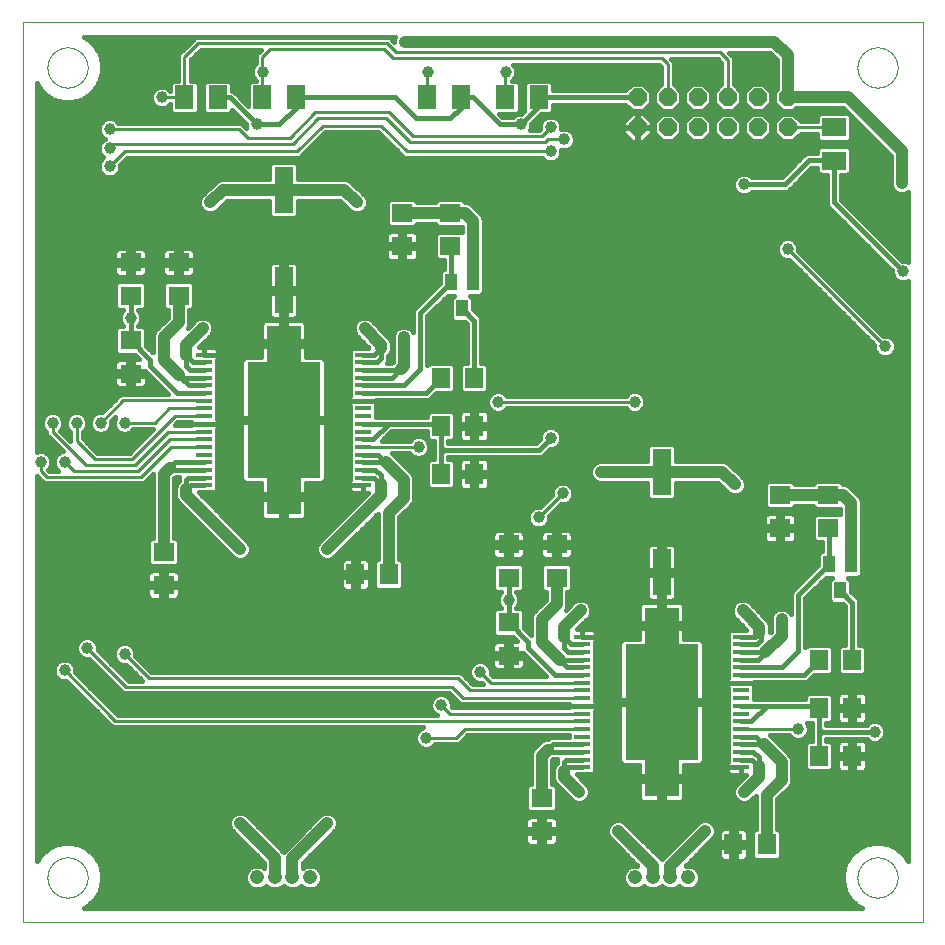
<source format=gtl>
G75*
%MOIN*%
%OFA0B0*%
%FSLAX25Y25*%
%IPPOS*%
%LPD*%
%AMOC8*
5,1,8,0,0,1.08239X$1,22.5*
%
%ADD10C,0.00000*%
%ADD11OC8,0.06000*%
%ADD12R,0.06299X0.07874*%
%ADD13R,0.07874X0.06299*%
%ADD14R,0.06299X0.15354*%
%ADD15R,0.03937X0.05512*%
%ADD16R,0.06299X0.07087*%
%ADD17R,0.07087X0.06299*%
%ADD18C,0.04756*%
%ADD19R,0.05512X0.01575*%
%ADD20R,0.24409X0.38583*%
%ADD21R,0.11417X0.12205*%
%ADD22C,0.01600*%
%ADD23C,0.03962*%
%ADD24C,0.01000*%
%ADD25C,0.04000*%
D10*
X0003300Y0013000D02*
X0003300Y0313000D01*
X0303300Y0313000D01*
X0303300Y0013000D01*
X0003300Y0013000D01*
X0011600Y0028000D02*
X0011602Y0028164D01*
X0011608Y0028329D01*
X0011618Y0028493D01*
X0011632Y0028657D01*
X0011650Y0028820D01*
X0011673Y0028983D01*
X0011699Y0029145D01*
X0011729Y0029307D01*
X0011763Y0029468D01*
X0011801Y0029628D01*
X0011843Y0029787D01*
X0011888Y0029945D01*
X0011938Y0030102D01*
X0011992Y0030257D01*
X0012049Y0030411D01*
X0012110Y0030564D01*
X0012175Y0030715D01*
X0012243Y0030865D01*
X0012315Y0031012D01*
X0012391Y0031158D01*
X0012470Y0031302D01*
X0012553Y0031444D01*
X0012639Y0031584D01*
X0012729Y0031722D01*
X0012822Y0031858D01*
X0012919Y0031991D01*
X0013018Y0032122D01*
X0013121Y0032250D01*
X0013227Y0032376D01*
X0013336Y0032499D01*
X0013448Y0032620D01*
X0013562Y0032738D01*
X0013680Y0032852D01*
X0013801Y0032964D01*
X0013924Y0033073D01*
X0014050Y0033179D01*
X0014178Y0033282D01*
X0014309Y0033381D01*
X0014442Y0033478D01*
X0014578Y0033571D01*
X0014716Y0033661D01*
X0014856Y0033747D01*
X0014998Y0033830D01*
X0015142Y0033909D01*
X0015288Y0033985D01*
X0015435Y0034057D01*
X0015585Y0034125D01*
X0015736Y0034190D01*
X0015889Y0034251D01*
X0016043Y0034308D01*
X0016198Y0034362D01*
X0016355Y0034412D01*
X0016513Y0034457D01*
X0016672Y0034499D01*
X0016832Y0034537D01*
X0016993Y0034571D01*
X0017155Y0034601D01*
X0017317Y0034627D01*
X0017480Y0034650D01*
X0017643Y0034668D01*
X0017807Y0034682D01*
X0017971Y0034692D01*
X0018136Y0034698D01*
X0018300Y0034700D01*
X0018464Y0034698D01*
X0018629Y0034692D01*
X0018793Y0034682D01*
X0018957Y0034668D01*
X0019120Y0034650D01*
X0019283Y0034627D01*
X0019445Y0034601D01*
X0019607Y0034571D01*
X0019768Y0034537D01*
X0019928Y0034499D01*
X0020087Y0034457D01*
X0020245Y0034412D01*
X0020402Y0034362D01*
X0020557Y0034308D01*
X0020711Y0034251D01*
X0020864Y0034190D01*
X0021015Y0034125D01*
X0021165Y0034057D01*
X0021312Y0033985D01*
X0021458Y0033909D01*
X0021602Y0033830D01*
X0021744Y0033747D01*
X0021884Y0033661D01*
X0022022Y0033571D01*
X0022158Y0033478D01*
X0022291Y0033381D01*
X0022422Y0033282D01*
X0022550Y0033179D01*
X0022676Y0033073D01*
X0022799Y0032964D01*
X0022920Y0032852D01*
X0023038Y0032738D01*
X0023152Y0032620D01*
X0023264Y0032499D01*
X0023373Y0032376D01*
X0023479Y0032250D01*
X0023582Y0032122D01*
X0023681Y0031991D01*
X0023778Y0031858D01*
X0023871Y0031722D01*
X0023961Y0031584D01*
X0024047Y0031444D01*
X0024130Y0031302D01*
X0024209Y0031158D01*
X0024285Y0031012D01*
X0024357Y0030865D01*
X0024425Y0030715D01*
X0024490Y0030564D01*
X0024551Y0030411D01*
X0024608Y0030257D01*
X0024662Y0030102D01*
X0024712Y0029945D01*
X0024757Y0029787D01*
X0024799Y0029628D01*
X0024837Y0029468D01*
X0024871Y0029307D01*
X0024901Y0029145D01*
X0024927Y0028983D01*
X0024950Y0028820D01*
X0024968Y0028657D01*
X0024982Y0028493D01*
X0024992Y0028329D01*
X0024998Y0028164D01*
X0025000Y0028000D01*
X0024998Y0027836D01*
X0024992Y0027671D01*
X0024982Y0027507D01*
X0024968Y0027343D01*
X0024950Y0027180D01*
X0024927Y0027017D01*
X0024901Y0026855D01*
X0024871Y0026693D01*
X0024837Y0026532D01*
X0024799Y0026372D01*
X0024757Y0026213D01*
X0024712Y0026055D01*
X0024662Y0025898D01*
X0024608Y0025743D01*
X0024551Y0025589D01*
X0024490Y0025436D01*
X0024425Y0025285D01*
X0024357Y0025135D01*
X0024285Y0024988D01*
X0024209Y0024842D01*
X0024130Y0024698D01*
X0024047Y0024556D01*
X0023961Y0024416D01*
X0023871Y0024278D01*
X0023778Y0024142D01*
X0023681Y0024009D01*
X0023582Y0023878D01*
X0023479Y0023750D01*
X0023373Y0023624D01*
X0023264Y0023501D01*
X0023152Y0023380D01*
X0023038Y0023262D01*
X0022920Y0023148D01*
X0022799Y0023036D01*
X0022676Y0022927D01*
X0022550Y0022821D01*
X0022422Y0022718D01*
X0022291Y0022619D01*
X0022158Y0022522D01*
X0022022Y0022429D01*
X0021884Y0022339D01*
X0021744Y0022253D01*
X0021602Y0022170D01*
X0021458Y0022091D01*
X0021312Y0022015D01*
X0021165Y0021943D01*
X0021015Y0021875D01*
X0020864Y0021810D01*
X0020711Y0021749D01*
X0020557Y0021692D01*
X0020402Y0021638D01*
X0020245Y0021588D01*
X0020087Y0021543D01*
X0019928Y0021501D01*
X0019768Y0021463D01*
X0019607Y0021429D01*
X0019445Y0021399D01*
X0019283Y0021373D01*
X0019120Y0021350D01*
X0018957Y0021332D01*
X0018793Y0021318D01*
X0018629Y0021308D01*
X0018464Y0021302D01*
X0018300Y0021300D01*
X0018136Y0021302D01*
X0017971Y0021308D01*
X0017807Y0021318D01*
X0017643Y0021332D01*
X0017480Y0021350D01*
X0017317Y0021373D01*
X0017155Y0021399D01*
X0016993Y0021429D01*
X0016832Y0021463D01*
X0016672Y0021501D01*
X0016513Y0021543D01*
X0016355Y0021588D01*
X0016198Y0021638D01*
X0016043Y0021692D01*
X0015889Y0021749D01*
X0015736Y0021810D01*
X0015585Y0021875D01*
X0015435Y0021943D01*
X0015288Y0022015D01*
X0015142Y0022091D01*
X0014998Y0022170D01*
X0014856Y0022253D01*
X0014716Y0022339D01*
X0014578Y0022429D01*
X0014442Y0022522D01*
X0014309Y0022619D01*
X0014178Y0022718D01*
X0014050Y0022821D01*
X0013924Y0022927D01*
X0013801Y0023036D01*
X0013680Y0023148D01*
X0013562Y0023262D01*
X0013448Y0023380D01*
X0013336Y0023501D01*
X0013227Y0023624D01*
X0013121Y0023750D01*
X0013018Y0023878D01*
X0012919Y0024009D01*
X0012822Y0024142D01*
X0012729Y0024278D01*
X0012639Y0024416D01*
X0012553Y0024556D01*
X0012470Y0024698D01*
X0012391Y0024842D01*
X0012315Y0024988D01*
X0012243Y0025135D01*
X0012175Y0025285D01*
X0012110Y0025436D01*
X0012049Y0025589D01*
X0011992Y0025743D01*
X0011938Y0025898D01*
X0011888Y0026055D01*
X0011843Y0026213D01*
X0011801Y0026372D01*
X0011763Y0026532D01*
X0011729Y0026693D01*
X0011699Y0026855D01*
X0011673Y0027017D01*
X0011650Y0027180D01*
X0011632Y0027343D01*
X0011618Y0027507D01*
X0011608Y0027671D01*
X0011602Y0027836D01*
X0011600Y0028000D01*
X0011600Y0298000D02*
X0011602Y0298164D01*
X0011608Y0298329D01*
X0011618Y0298493D01*
X0011632Y0298657D01*
X0011650Y0298820D01*
X0011673Y0298983D01*
X0011699Y0299145D01*
X0011729Y0299307D01*
X0011763Y0299468D01*
X0011801Y0299628D01*
X0011843Y0299787D01*
X0011888Y0299945D01*
X0011938Y0300102D01*
X0011992Y0300257D01*
X0012049Y0300411D01*
X0012110Y0300564D01*
X0012175Y0300715D01*
X0012243Y0300865D01*
X0012315Y0301012D01*
X0012391Y0301158D01*
X0012470Y0301302D01*
X0012553Y0301444D01*
X0012639Y0301584D01*
X0012729Y0301722D01*
X0012822Y0301858D01*
X0012919Y0301991D01*
X0013018Y0302122D01*
X0013121Y0302250D01*
X0013227Y0302376D01*
X0013336Y0302499D01*
X0013448Y0302620D01*
X0013562Y0302738D01*
X0013680Y0302852D01*
X0013801Y0302964D01*
X0013924Y0303073D01*
X0014050Y0303179D01*
X0014178Y0303282D01*
X0014309Y0303381D01*
X0014442Y0303478D01*
X0014578Y0303571D01*
X0014716Y0303661D01*
X0014856Y0303747D01*
X0014998Y0303830D01*
X0015142Y0303909D01*
X0015288Y0303985D01*
X0015435Y0304057D01*
X0015585Y0304125D01*
X0015736Y0304190D01*
X0015889Y0304251D01*
X0016043Y0304308D01*
X0016198Y0304362D01*
X0016355Y0304412D01*
X0016513Y0304457D01*
X0016672Y0304499D01*
X0016832Y0304537D01*
X0016993Y0304571D01*
X0017155Y0304601D01*
X0017317Y0304627D01*
X0017480Y0304650D01*
X0017643Y0304668D01*
X0017807Y0304682D01*
X0017971Y0304692D01*
X0018136Y0304698D01*
X0018300Y0304700D01*
X0018464Y0304698D01*
X0018629Y0304692D01*
X0018793Y0304682D01*
X0018957Y0304668D01*
X0019120Y0304650D01*
X0019283Y0304627D01*
X0019445Y0304601D01*
X0019607Y0304571D01*
X0019768Y0304537D01*
X0019928Y0304499D01*
X0020087Y0304457D01*
X0020245Y0304412D01*
X0020402Y0304362D01*
X0020557Y0304308D01*
X0020711Y0304251D01*
X0020864Y0304190D01*
X0021015Y0304125D01*
X0021165Y0304057D01*
X0021312Y0303985D01*
X0021458Y0303909D01*
X0021602Y0303830D01*
X0021744Y0303747D01*
X0021884Y0303661D01*
X0022022Y0303571D01*
X0022158Y0303478D01*
X0022291Y0303381D01*
X0022422Y0303282D01*
X0022550Y0303179D01*
X0022676Y0303073D01*
X0022799Y0302964D01*
X0022920Y0302852D01*
X0023038Y0302738D01*
X0023152Y0302620D01*
X0023264Y0302499D01*
X0023373Y0302376D01*
X0023479Y0302250D01*
X0023582Y0302122D01*
X0023681Y0301991D01*
X0023778Y0301858D01*
X0023871Y0301722D01*
X0023961Y0301584D01*
X0024047Y0301444D01*
X0024130Y0301302D01*
X0024209Y0301158D01*
X0024285Y0301012D01*
X0024357Y0300865D01*
X0024425Y0300715D01*
X0024490Y0300564D01*
X0024551Y0300411D01*
X0024608Y0300257D01*
X0024662Y0300102D01*
X0024712Y0299945D01*
X0024757Y0299787D01*
X0024799Y0299628D01*
X0024837Y0299468D01*
X0024871Y0299307D01*
X0024901Y0299145D01*
X0024927Y0298983D01*
X0024950Y0298820D01*
X0024968Y0298657D01*
X0024982Y0298493D01*
X0024992Y0298329D01*
X0024998Y0298164D01*
X0025000Y0298000D01*
X0024998Y0297836D01*
X0024992Y0297671D01*
X0024982Y0297507D01*
X0024968Y0297343D01*
X0024950Y0297180D01*
X0024927Y0297017D01*
X0024901Y0296855D01*
X0024871Y0296693D01*
X0024837Y0296532D01*
X0024799Y0296372D01*
X0024757Y0296213D01*
X0024712Y0296055D01*
X0024662Y0295898D01*
X0024608Y0295743D01*
X0024551Y0295589D01*
X0024490Y0295436D01*
X0024425Y0295285D01*
X0024357Y0295135D01*
X0024285Y0294988D01*
X0024209Y0294842D01*
X0024130Y0294698D01*
X0024047Y0294556D01*
X0023961Y0294416D01*
X0023871Y0294278D01*
X0023778Y0294142D01*
X0023681Y0294009D01*
X0023582Y0293878D01*
X0023479Y0293750D01*
X0023373Y0293624D01*
X0023264Y0293501D01*
X0023152Y0293380D01*
X0023038Y0293262D01*
X0022920Y0293148D01*
X0022799Y0293036D01*
X0022676Y0292927D01*
X0022550Y0292821D01*
X0022422Y0292718D01*
X0022291Y0292619D01*
X0022158Y0292522D01*
X0022022Y0292429D01*
X0021884Y0292339D01*
X0021744Y0292253D01*
X0021602Y0292170D01*
X0021458Y0292091D01*
X0021312Y0292015D01*
X0021165Y0291943D01*
X0021015Y0291875D01*
X0020864Y0291810D01*
X0020711Y0291749D01*
X0020557Y0291692D01*
X0020402Y0291638D01*
X0020245Y0291588D01*
X0020087Y0291543D01*
X0019928Y0291501D01*
X0019768Y0291463D01*
X0019607Y0291429D01*
X0019445Y0291399D01*
X0019283Y0291373D01*
X0019120Y0291350D01*
X0018957Y0291332D01*
X0018793Y0291318D01*
X0018629Y0291308D01*
X0018464Y0291302D01*
X0018300Y0291300D01*
X0018136Y0291302D01*
X0017971Y0291308D01*
X0017807Y0291318D01*
X0017643Y0291332D01*
X0017480Y0291350D01*
X0017317Y0291373D01*
X0017155Y0291399D01*
X0016993Y0291429D01*
X0016832Y0291463D01*
X0016672Y0291501D01*
X0016513Y0291543D01*
X0016355Y0291588D01*
X0016198Y0291638D01*
X0016043Y0291692D01*
X0015889Y0291749D01*
X0015736Y0291810D01*
X0015585Y0291875D01*
X0015435Y0291943D01*
X0015288Y0292015D01*
X0015142Y0292091D01*
X0014998Y0292170D01*
X0014856Y0292253D01*
X0014716Y0292339D01*
X0014578Y0292429D01*
X0014442Y0292522D01*
X0014309Y0292619D01*
X0014178Y0292718D01*
X0014050Y0292821D01*
X0013924Y0292927D01*
X0013801Y0293036D01*
X0013680Y0293148D01*
X0013562Y0293262D01*
X0013448Y0293380D01*
X0013336Y0293501D01*
X0013227Y0293624D01*
X0013121Y0293750D01*
X0013018Y0293878D01*
X0012919Y0294009D01*
X0012822Y0294142D01*
X0012729Y0294278D01*
X0012639Y0294416D01*
X0012553Y0294556D01*
X0012470Y0294698D01*
X0012391Y0294842D01*
X0012315Y0294988D01*
X0012243Y0295135D01*
X0012175Y0295285D01*
X0012110Y0295436D01*
X0012049Y0295589D01*
X0011992Y0295743D01*
X0011938Y0295898D01*
X0011888Y0296055D01*
X0011843Y0296213D01*
X0011801Y0296372D01*
X0011763Y0296532D01*
X0011729Y0296693D01*
X0011699Y0296855D01*
X0011673Y0297017D01*
X0011650Y0297180D01*
X0011632Y0297343D01*
X0011618Y0297507D01*
X0011608Y0297671D01*
X0011602Y0297836D01*
X0011600Y0298000D01*
X0281600Y0298000D02*
X0281602Y0298164D01*
X0281608Y0298329D01*
X0281618Y0298493D01*
X0281632Y0298657D01*
X0281650Y0298820D01*
X0281673Y0298983D01*
X0281699Y0299145D01*
X0281729Y0299307D01*
X0281763Y0299468D01*
X0281801Y0299628D01*
X0281843Y0299787D01*
X0281888Y0299945D01*
X0281938Y0300102D01*
X0281992Y0300257D01*
X0282049Y0300411D01*
X0282110Y0300564D01*
X0282175Y0300715D01*
X0282243Y0300865D01*
X0282315Y0301012D01*
X0282391Y0301158D01*
X0282470Y0301302D01*
X0282553Y0301444D01*
X0282639Y0301584D01*
X0282729Y0301722D01*
X0282822Y0301858D01*
X0282919Y0301991D01*
X0283018Y0302122D01*
X0283121Y0302250D01*
X0283227Y0302376D01*
X0283336Y0302499D01*
X0283448Y0302620D01*
X0283562Y0302738D01*
X0283680Y0302852D01*
X0283801Y0302964D01*
X0283924Y0303073D01*
X0284050Y0303179D01*
X0284178Y0303282D01*
X0284309Y0303381D01*
X0284442Y0303478D01*
X0284578Y0303571D01*
X0284716Y0303661D01*
X0284856Y0303747D01*
X0284998Y0303830D01*
X0285142Y0303909D01*
X0285288Y0303985D01*
X0285435Y0304057D01*
X0285585Y0304125D01*
X0285736Y0304190D01*
X0285889Y0304251D01*
X0286043Y0304308D01*
X0286198Y0304362D01*
X0286355Y0304412D01*
X0286513Y0304457D01*
X0286672Y0304499D01*
X0286832Y0304537D01*
X0286993Y0304571D01*
X0287155Y0304601D01*
X0287317Y0304627D01*
X0287480Y0304650D01*
X0287643Y0304668D01*
X0287807Y0304682D01*
X0287971Y0304692D01*
X0288136Y0304698D01*
X0288300Y0304700D01*
X0288464Y0304698D01*
X0288629Y0304692D01*
X0288793Y0304682D01*
X0288957Y0304668D01*
X0289120Y0304650D01*
X0289283Y0304627D01*
X0289445Y0304601D01*
X0289607Y0304571D01*
X0289768Y0304537D01*
X0289928Y0304499D01*
X0290087Y0304457D01*
X0290245Y0304412D01*
X0290402Y0304362D01*
X0290557Y0304308D01*
X0290711Y0304251D01*
X0290864Y0304190D01*
X0291015Y0304125D01*
X0291165Y0304057D01*
X0291312Y0303985D01*
X0291458Y0303909D01*
X0291602Y0303830D01*
X0291744Y0303747D01*
X0291884Y0303661D01*
X0292022Y0303571D01*
X0292158Y0303478D01*
X0292291Y0303381D01*
X0292422Y0303282D01*
X0292550Y0303179D01*
X0292676Y0303073D01*
X0292799Y0302964D01*
X0292920Y0302852D01*
X0293038Y0302738D01*
X0293152Y0302620D01*
X0293264Y0302499D01*
X0293373Y0302376D01*
X0293479Y0302250D01*
X0293582Y0302122D01*
X0293681Y0301991D01*
X0293778Y0301858D01*
X0293871Y0301722D01*
X0293961Y0301584D01*
X0294047Y0301444D01*
X0294130Y0301302D01*
X0294209Y0301158D01*
X0294285Y0301012D01*
X0294357Y0300865D01*
X0294425Y0300715D01*
X0294490Y0300564D01*
X0294551Y0300411D01*
X0294608Y0300257D01*
X0294662Y0300102D01*
X0294712Y0299945D01*
X0294757Y0299787D01*
X0294799Y0299628D01*
X0294837Y0299468D01*
X0294871Y0299307D01*
X0294901Y0299145D01*
X0294927Y0298983D01*
X0294950Y0298820D01*
X0294968Y0298657D01*
X0294982Y0298493D01*
X0294992Y0298329D01*
X0294998Y0298164D01*
X0295000Y0298000D01*
X0294998Y0297836D01*
X0294992Y0297671D01*
X0294982Y0297507D01*
X0294968Y0297343D01*
X0294950Y0297180D01*
X0294927Y0297017D01*
X0294901Y0296855D01*
X0294871Y0296693D01*
X0294837Y0296532D01*
X0294799Y0296372D01*
X0294757Y0296213D01*
X0294712Y0296055D01*
X0294662Y0295898D01*
X0294608Y0295743D01*
X0294551Y0295589D01*
X0294490Y0295436D01*
X0294425Y0295285D01*
X0294357Y0295135D01*
X0294285Y0294988D01*
X0294209Y0294842D01*
X0294130Y0294698D01*
X0294047Y0294556D01*
X0293961Y0294416D01*
X0293871Y0294278D01*
X0293778Y0294142D01*
X0293681Y0294009D01*
X0293582Y0293878D01*
X0293479Y0293750D01*
X0293373Y0293624D01*
X0293264Y0293501D01*
X0293152Y0293380D01*
X0293038Y0293262D01*
X0292920Y0293148D01*
X0292799Y0293036D01*
X0292676Y0292927D01*
X0292550Y0292821D01*
X0292422Y0292718D01*
X0292291Y0292619D01*
X0292158Y0292522D01*
X0292022Y0292429D01*
X0291884Y0292339D01*
X0291744Y0292253D01*
X0291602Y0292170D01*
X0291458Y0292091D01*
X0291312Y0292015D01*
X0291165Y0291943D01*
X0291015Y0291875D01*
X0290864Y0291810D01*
X0290711Y0291749D01*
X0290557Y0291692D01*
X0290402Y0291638D01*
X0290245Y0291588D01*
X0290087Y0291543D01*
X0289928Y0291501D01*
X0289768Y0291463D01*
X0289607Y0291429D01*
X0289445Y0291399D01*
X0289283Y0291373D01*
X0289120Y0291350D01*
X0288957Y0291332D01*
X0288793Y0291318D01*
X0288629Y0291308D01*
X0288464Y0291302D01*
X0288300Y0291300D01*
X0288136Y0291302D01*
X0287971Y0291308D01*
X0287807Y0291318D01*
X0287643Y0291332D01*
X0287480Y0291350D01*
X0287317Y0291373D01*
X0287155Y0291399D01*
X0286993Y0291429D01*
X0286832Y0291463D01*
X0286672Y0291501D01*
X0286513Y0291543D01*
X0286355Y0291588D01*
X0286198Y0291638D01*
X0286043Y0291692D01*
X0285889Y0291749D01*
X0285736Y0291810D01*
X0285585Y0291875D01*
X0285435Y0291943D01*
X0285288Y0292015D01*
X0285142Y0292091D01*
X0284998Y0292170D01*
X0284856Y0292253D01*
X0284716Y0292339D01*
X0284578Y0292429D01*
X0284442Y0292522D01*
X0284309Y0292619D01*
X0284178Y0292718D01*
X0284050Y0292821D01*
X0283924Y0292927D01*
X0283801Y0293036D01*
X0283680Y0293148D01*
X0283562Y0293262D01*
X0283448Y0293380D01*
X0283336Y0293501D01*
X0283227Y0293624D01*
X0283121Y0293750D01*
X0283018Y0293878D01*
X0282919Y0294009D01*
X0282822Y0294142D01*
X0282729Y0294278D01*
X0282639Y0294416D01*
X0282553Y0294556D01*
X0282470Y0294698D01*
X0282391Y0294842D01*
X0282315Y0294988D01*
X0282243Y0295135D01*
X0282175Y0295285D01*
X0282110Y0295436D01*
X0282049Y0295589D01*
X0281992Y0295743D01*
X0281938Y0295898D01*
X0281888Y0296055D01*
X0281843Y0296213D01*
X0281801Y0296372D01*
X0281763Y0296532D01*
X0281729Y0296693D01*
X0281699Y0296855D01*
X0281673Y0297017D01*
X0281650Y0297180D01*
X0281632Y0297343D01*
X0281618Y0297507D01*
X0281608Y0297671D01*
X0281602Y0297836D01*
X0281600Y0298000D01*
X0281600Y0028000D02*
X0281602Y0028164D01*
X0281608Y0028329D01*
X0281618Y0028493D01*
X0281632Y0028657D01*
X0281650Y0028820D01*
X0281673Y0028983D01*
X0281699Y0029145D01*
X0281729Y0029307D01*
X0281763Y0029468D01*
X0281801Y0029628D01*
X0281843Y0029787D01*
X0281888Y0029945D01*
X0281938Y0030102D01*
X0281992Y0030257D01*
X0282049Y0030411D01*
X0282110Y0030564D01*
X0282175Y0030715D01*
X0282243Y0030865D01*
X0282315Y0031012D01*
X0282391Y0031158D01*
X0282470Y0031302D01*
X0282553Y0031444D01*
X0282639Y0031584D01*
X0282729Y0031722D01*
X0282822Y0031858D01*
X0282919Y0031991D01*
X0283018Y0032122D01*
X0283121Y0032250D01*
X0283227Y0032376D01*
X0283336Y0032499D01*
X0283448Y0032620D01*
X0283562Y0032738D01*
X0283680Y0032852D01*
X0283801Y0032964D01*
X0283924Y0033073D01*
X0284050Y0033179D01*
X0284178Y0033282D01*
X0284309Y0033381D01*
X0284442Y0033478D01*
X0284578Y0033571D01*
X0284716Y0033661D01*
X0284856Y0033747D01*
X0284998Y0033830D01*
X0285142Y0033909D01*
X0285288Y0033985D01*
X0285435Y0034057D01*
X0285585Y0034125D01*
X0285736Y0034190D01*
X0285889Y0034251D01*
X0286043Y0034308D01*
X0286198Y0034362D01*
X0286355Y0034412D01*
X0286513Y0034457D01*
X0286672Y0034499D01*
X0286832Y0034537D01*
X0286993Y0034571D01*
X0287155Y0034601D01*
X0287317Y0034627D01*
X0287480Y0034650D01*
X0287643Y0034668D01*
X0287807Y0034682D01*
X0287971Y0034692D01*
X0288136Y0034698D01*
X0288300Y0034700D01*
X0288464Y0034698D01*
X0288629Y0034692D01*
X0288793Y0034682D01*
X0288957Y0034668D01*
X0289120Y0034650D01*
X0289283Y0034627D01*
X0289445Y0034601D01*
X0289607Y0034571D01*
X0289768Y0034537D01*
X0289928Y0034499D01*
X0290087Y0034457D01*
X0290245Y0034412D01*
X0290402Y0034362D01*
X0290557Y0034308D01*
X0290711Y0034251D01*
X0290864Y0034190D01*
X0291015Y0034125D01*
X0291165Y0034057D01*
X0291312Y0033985D01*
X0291458Y0033909D01*
X0291602Y0033830D01*
X0291744Y0033747D01*
X0291884Y0033661D01*
X0292022Y0033571D01*
X0292158Y0033478D01*
X0292291Y0033381D01*
X0292422Y0033282D01*
X0292550Y0033179D01*
X0292676Y0033073D01*
X0292799Y0032964D01*
X0292920Y0032852D01*
X0293038Y0032738D01*
X0293152Y0032620D01*
X0293264Y0032499D01*
X0293373Y0032376D01*
X0293479Y0032250D01*
X0293582Y0032122D01*
X0293681Y0031991D01*
X0293778Y0031858D01*
X0293871Y0031722D01*
X0293961Y0031584D01*
X0294047Y0031444D01*
X0294130Y0031302D01*
X0294209Y0031158D01*
X0294285Y0031012D01*
X0294357Y0030865D01*
X0294425Y0030715D01*
X0294490Y0030564D01*
X0294551Y0030411D01*
X0294608Y0030257D01*
X0294662Y0030102D01*
X0294712Y0029945D01*
X0294757Y0029787D01*
X0294799Y0029628D01*
X0294837Y0029468D01*
X0294871Y0029307D01*
X0294901Y0029145D01*
X0294927Y0028983D01*
X0294950Y0028820D01*
X0294968Y0028657D01*
X0294982Y0028493D01*
X0294992Y0028329D01*
X0294998Y0028164D01*
X0295000Y0028000D01*
X0294998Y0027836D01*
X0294992Y0027671D01*
X0294982Y0027507D01*
X0294968Y0027343D01*
X0294950Y0027180D01*
X0294927Y0027017D01*
X0294901Y0026855D01*
X0294871Y0026693D01*
X0294837Y0026532D01*
X0294799Y0026372D01*
X0294757Y0026213D01*
X0294712Y0026055D01*
X0294662Y0025898D01*
X0294608Y0025743D01*
X0294551Y0025589D01*
X0294490Y0025436D01*
X0294425Y0025285D01*
X0294357Y0025135D01*
X0294285Y0024988D01*
X0294209Y0024842D01*
X0294130Y0024698D01*
X0294047Y0024556D01*
X0293961Y0024416D01*
X0293871Y0024278D01*
X0293778Y0024142D01*
X0293681Y0024009D01*
X0293582Y0023878D01*
X0293479Y0023750D01*
X0293373Y0023624D01*
X0293264Y0023501D01*
X0293152Y0023380D01*
X0293038Y0023262D01*
X0292920Y0023148D01*
X0292799Y0023036D01*
X0292676Y0022927D01*
X0292550Y0022821D01*
X0292422Y0022718D01*
X0292291Y0022619D01*
X0292158Y0022522D01*
X0292022Y0022429D01*
X0291884Y0022339D01*
X0291744Y0022253D01*
X0291602Y0022170D01*
X0291458Y0022091D01*
X0291312Y0022015D01*
X0291165Y0021943D01*
X0291015Y0021875D01*
X0290864Y0021810D01*
X0290711Y0021749D01*
X0290557Y0021692D01*
X0290402Y0021638D01*
X0290245Y0021588D01*
X0290087Y0021543D01*
X0289928Y0021501D01*
X0289768Y0021463D01*
X0289607Y0021429D01*
X0289445Y0021399D01*
X0289283Y0021373D01*
X0289120Y0021350D01*
X0288957Y0021332D01*
X0288793Y0021318D01*
X0288629Y0021308D01*
X0288464Y0021302D01*
X0288300Y0021300D01*
X0288136Y0021302D01*
X0287971Y0021308D01*
X0287807Y0021318D01*
X0287643Y0021332D01*
X0287480Y0021350D01*
X0287317Y0021373D01*
X0287155Y0021399D01*
X0286993Y0021429D01*
X0286832Y0021463D01*
X0286672Y0021501D01*
X0286513Y0021543D01*
X0286355Y0021588D01*
X0286198Y0021638D01*
X0286043Y0021692D01*
X0285889Y0021749D01*
X0285736Y0021810D01*
X0285585Y0021875D01*
X0285435Y0021943D01*
X0285288Y0022015D01*
X0285142Y0022091D01*
X0284998Y0022170D01*
X0284856Y0022253D01*
X0284716Y0022339D01*
X0284578Y0022429D01*
X0284442Y0022522D01*
X0284309Y0022619D01*
X0284178Y0022718D01*
X0284050Y0022821D01*
X0283924Y0022927D01*
X0283801Y0023036D01*
X0283680Y0023148D01*
X0283562Y0023262D01*
X0283448Y0023380D01*
X0283336Y0023501D01*
X0283227Y0023624D01*
X0283121Y0023750D01*
X0283018Y0023878D01*
X0282919Y0024009D01*
X0282822Y0024142D01*
X0282729Y0024278D01*
X0282639Y0024416D01*
X0282553Y0024556D01*
X0282470Y0024698D01*
X0282391Y0024842D01*
X0282315Y0024988D01*
X0282243Y0025135D01*
X0282175Y0025285D01*
X0282110Y0025436D01*
X0282049Y0025589D01*
X0281992Y0025743D01*
X0281938Y0025898D01*
X0281888Y0026055D01*
X0281843Y0026213D01*
X0281801Y0026372D01*
X0281763Y0026532D01*
X0281729Y0026693D01*
X0281699Y0026855D01*
X0281673Y0027017D01*
X0281650Y0027180D01*
X0281632Y0027343D01*
X0281618Y0027507D01*
X0281608Y0027671D01*
X0281602Y0027836D01*
X0281600Y0028000D01*
D11*
X0258300Y0278000D03*
X0258300Y0288000D03*
X0248300Y0288000D03*
X0238300Y0288000D03*
X0228300Y0288000D03*
X0218300Y0288000D03*
X0218300Y0278000D03*
X0228300Y0278000D03*
X0238300Y0278000D03*
X0248300Y0278000D03*
X0208300Y0278000D03*
X0208300Y0288000D03*
D12*
X0175312Y0288000D03*
X0164288Y0288000D03*
X0149312Y0288000D03*
X0138288Y0288000D03*
X0094312Y0288000D03*
X0083288Y0288000D03*
X0068312Y0288000D03*
X0057288Y0288000D03*
D13*
X0273800Y0278012D03*
X0273800Y0266988D03*
D14*
X0216300Y0163232D03*
X0216300Y0129768D03*
X0090300Y0223768D03*
X0090300Y0257232D03*
D15*
X0146060Y0226331D03*
X0153540Y0226331D03*
X0149800Y0217669D03*
X0272060Y0132331D03*
X0275800Y0123669D03*
X0279540Y0132331D03*
D16*
X0279812Y0100500D03*
X0268788Y0100500D03*
X0268788Y0084500D03*
X0279812Y0084500D03*
X0279812Y0068500D03*
X0268788Y0068500D03*
X0251312Y0039000D03*
X0240288Y0039000D03*
X0125312Y0129000D03*
X0114288Y0129000D03*
X0142788Y0162500D03*
X0153812Y0162500D03*
X0153812Y0178500D03*
X0142788Y0178500D03*
X0142788Y0194500D03*
X0153812Y0194500D03*
D17*
X0145800Y0238488D03*
X0145800Y0249512D03*
X0129800Y0249512D03*
X0129800Y0238488D03*
X0055300Y0233012D03*
X0055300Y0221988D03*
X0039300Y0221988D03*
X0039300Y0233012D03*
X0039300Y0207012D03*
X0039300Y0195988D03*
X0050300Y0136512D03*
X0050300Y0125488D03*
X0165300Y0127988D03*
X0165300Y0139012D03*
X0181300Y0139012D03*
X0181300Y0127988D03*
X0165300Y0113012D03*
X0165300Y0101988D03*
X0176300Y0054512D03*
X0176300Y0043488D03*
X0255800Y0144488D03*
X0255800Y0155512D03*
X0271800Y0155512D03*
X0271800Y0144488D03*
D18*
X0225158Y0028000D03*
X0219253Y0028000D03*
X0213347Y0028000D03*
X0207442Y0028000D03*
X0099158Y0028000D03*
X0093253Y0028000D03*
X0087347Y0028000D03*
X0081442Y0028000D03*
D19*
X0189922Y0064748D03*
X0189922Y0067307D03*
X0189922Y0069866D03*
X0189922Y0072425D03*
X0189922Y0074984D03*
X0189922Y0077543D03*
X0189922Y0080102D03*
X0189922Y0082661D03*
X0189922Y0085220D03*
X0189922Y0087780D03*
X0189922Y0090339D03*
X0189922Y0092898D03*
X0189922Y0095457D03*
X0189922Y0098016D03*
X0189922Y0100575D03*
X0189922Y0103134D03*
X0189922Y0105693D03*
X0189922Y0108252D03*
X0242678Y0108252D03*
X0242678Y0105693D03*
X0242678Y0103134D03*
X0242678Y0100575D03*
X0242678Y0098016D03*
X0242678Y0095457D03*
X0242678Y0092898D03*
X0242678Y0090339D03*
X0242678Y0087780D03*
X0242678Y0085220D03*
X0242678Y0082661D03*
X0242678Y0080102D03*
X0242678Y0077543D03*
X0242678Y0074984D03*
X0242678Y0072425D03*
X0242678Y0069866D03*
X0242678Y0067307D03*
X0242678Y0064748D03*
X0116678Y0158748D03*
X0116678Y0161307D03*
X0116678Y0163866D03*
X0116678Y0166425D03*
X0116678Y0168984D03*
X0116678Y0171543D03*
X0116678Y0174102D03*
X0116678Y0176661D03*
X0116678Y0179220D03*
X0116678Y0181780D03*
X0116678Y0184339D03*
X0116678Y0186898D03*
X0116678Y0189457D03*
X0116678Y0192016D03*
X0116678Y0194575D03*
X0116678Y0197134D03*
X0116678Y0199693D03*
X0116678Y0202252D03*
X0063922Y0202252D03*
X0063922Y0199693D03*
X0063922Y0197134D03*
X0063922Y0194575D03*
X0063922Y0192016D03*
X0063922Y0189457D03*
X0063922Y0186898D03*
X0063922Y0184339D03*
X0063922Y0181780D03*
X0063922Y0179220D03*
X0063922Y0176661D03*
X0063922Y0174102D03*
X0063922Y0171543D03*
X0063922Y0168984D03*
X0063922Y0166425D03*
X0063922Y0163866D03*
X0063922Y0161307D03*
X0063922Y0158748D03*
D20*
X0090300Y0180500D03*
X0216300Y0086500D03*
D21*
X0216300Y0061106D03*
X0216300Y0111894D03*
X0090300Y0155106D03*
X0090300Y0205894D03*
D22*
X0091100Y0206420D02*
X0116789Y0206420D01*
X0116201Y0204652D02*
X0116170Y0204639D01*
X0113259Y0204639D01*
X0112322Y0203702D01*
X0112322Y0188514D01*
X0112245Y0188380D01*
X0112122Y0187922D01*
X0112122Y0186898D01*
X0116678Y0186898D01*
X0121234Y0186898D01*
X0121234Y0187057D01*
X0138222Y0187057D01*
X0139104Y0187422D01*
X0141039Y0189357D01*
X0146601Y0189357D01*
X0147538Y0190294D01*
X0147538Y0198706D01*
X0146601Y0199643D01*
X0138976Y0199643D01*
X0138200Y0198867D01*
X0138200Y0215077D01*
X0145098Y0221975D01*
X0147118Y0221975D01*
X0146231Y0221088D01*
X0146231Y0214251D01*
X0147169Y0213313D01*
X0150762Y0213313D01*
X0151412Y0212663D01*
X0151412Y0199643D01*
X0149999Y0199643D01*
X0149062Y0198706D01*
X0149062Y0190294D01*
X0149999Y0189357D01*
X0157624Y0189357D01*
X0158561Y0190294D01*
X0158561Y0198706D01*
X0157624Y0199643D01*
X0156212Y0199643D01*
X0156212Y0214135D01*
X0155846Y0215017D01*
X0153368Y0217495D01*
X0153368Y0221088D01*
X0152482Y0221975D01*
X0156171Y0221975D01*
X0157109Y0222912D01*
X0157109Y0225539D01*
X0157140Y0225615D01*
X0157140Y0247476D01*
X0156592Y0248799D01*
X0153852Y0251539D01*
X0152839Y0252552D01*
X0151516Y0253100D01*
X0150943Y0253100D01*
X0150943Y0253324D01*
X0150006Y0254261D01*
X0141594Y0254261D01*
X0140657Y0253324D01*
X0140657Y0253112D01*
X0134943Y0253112D01*
X0134943Y0253324D01*
X0134006Y0254261D01*
X0125594Y0254261D01*
X0124657Y0253324D01*
X0124657Y0245699D01*
X0125594Y0244762D01*
X0134006Y0244762D01*
X0134943Y0245699D01*
X0134943Y0245912D01*
X0137055Y0245912D01*
X0137084Y0245900D01*
X0138516Y0245900D01*
X0138545Y0245912D01*
X0140657Y0245912D01*
X0140657Y0245699D01*
X0141594Y0244762D01*
X0149940Y0244762D01*
X0149940Y0243238D01*
X0141594Y0243238D01*
X0140657Y0242301D01*
X0140657Y0234676D01*
X0141594Y0233739D01*
X0143660Y0233739D01*
X0143660Y0230687D01*
X0143429Y0230687D01*
X0142491Y0229749D01*
X0142491Y0226156D01*
X0133765Y0217430D01*
X0133400Y0216548D01*
X0133400Y0209923D01*
X0133352Y0210039D01*
X0132339Y0211052D01*
X0131016Y0211600D01*
X0129584Y0211600D01*
X0128261Y0211052D01*
X0127248Y0210039D01*
X0126700Y0208716D01*
X0126700Y0199991D01*
X0126248Y0199539D01*
X0126246Y0199534D01*
X0124728Y0199534D01*
X0124835Y0199641D01*
X0125200Y0200523D01*
X0125200Y0201809D01*
X0125852Y0202461D01*
X0126400Y0203784D01*
X0126400Y0206216D01*
X0125852Y0207539D01*
X0124839Y0208552D01*
X0119339Y0214052D01*
X0118016Y0214600D01*
X0116584Y0214600D01*
X0115261Y0214052D01*
X0114248Y0213039D01*
X0113700Y0211716D01*
X0113700Y0210284D01*
X0114248Y0208961D01*
X0118557Y0204652D01*
X0116201Y0204652D01*
X0118387Y0204821D02*
X0097809Y0204821D01*
X0097809Y0205094D02*
X0091100Y0205094D01*
X0091100Y0206694D01*
X0089500Y0206694D01*
X0089500Y0213796D01*
X0084354Y0213796D01*
X0083897Y0213673D01*
X0083486Y0213436D01*
X0083151Y0213101D01*
X0082914Y0212691D01*
X0082791Y0212233D01*
X0082791Y0206694D01*
X0089500Y0206694D01*
X0089500Y0205094D01*
X0082791Y0205094D01*
X0082791Y0201591D01*
X0077858Y0201591D01*
X0077400Y0201469D01*
X0076990Y0201232D01*
X0076655Y0200897D01*
X0076418Y0200486D01*
X0076295Y0200028D01*
X0076295Y0181300D01*
X0089500Y0181300D01*
X0089500Y0205094D01*
X0091100Y0205094D01*
X0091100Y0197991D01*
X0091100Y0181300D01*
X0104305Y0181300D01*
X0104305Y0200028D01*
X0104182Y0200486D01*
X0103945Y0200897D01*
X0103610Y0201232D01*
X0103199Y0201469D01*
X0102742Y0201591D01*
X0097809Y0201591D01*
X0097809Y0205094D01*
X0097809Y0206694D02*
X0097809Y0212233D01*
X0097686Y0212691D01*
X0097449Y0213101D01*
X0097114Y0213436D01*
X0096703Y0213673D01*
X0096246Y0213796D01*
X0091100Y0213796D01*
X0091100Y0206694D01*
X0097809Y0206694D01*
X0097809Y0208018D02*
X0115190Y0208018D01*
X0113976Y0209617D02*
X0097809Y0209617D01*
X0097809Y0211215D02*
X0113700Y0211215D01*
X0114155Y0212814D02*
X0097615Y0212814D01*
X0094890Y0214985D02*
X0095127Y0215396D01*
X0095250Y0215854D01*
X0095250Y0222993D01*
X0091075Y0222993D01*
X0091075Y0224543D01*
X0089525Y0224543D01*
X0089525Y0233245D01*
X0086913Y0233245D01*
X0086456Y0233122D01*
X0086045Y0232885D01*
X0085710Y0232550D01*
X0085473Y0232140D01*
X0085350Y0231682D01*
X0085350Y0224543D01*
X0089525Y0224543D01*
X0089525Y0222993D01*
X0085350Y0222993D01*
X0085350Y0215854D01*
X0085473Y0215396D01*
X0085710Y0214985D01*
X0086045Y0214650D01*
X0086456Y0214413D01*
X0086913Y0214291D01*
X0089525Y0214291D01*
X0089525Y0222993D01*
X0091075Y0222993D01*
X0091075Y0214291D01*
X0093687Y0214291D01*
X0094144Y0214413D01*
X0094555Y0214650D01*
X0094890Y0214985D01*
X0094141Y0214412D02*
X0116131Y0214412D01*
X0118469Y0214412D02*
X0133400Y0214412D01*
X0133400Y0212814D02*
X0120577Y0212814D01*
X0122176Y0211215D02*
X0128655Y0211215D01*
X0127073Y0209617D02*
X0123774Y0209617D01*
X0124839Y0208552D02*
X0124839Y0208552D01*
X0125373Y0208018D02*
X0126700Y0208018D01*
X0126700Y0206420D02*
X0126316Y0206420D01*
X0126400Y0204821D02*
X0126700Y0204821D01*
X0126700Y0203223D02*
X0126168Y0203223D01*
X0126700Y0201624D02*
X0125200Y0201624D01*
X0124994Y0200026D02*
X0126700Y0200026D01*
X0129300Y0197500D02*
X0128934Y0197134D01*
X0116678Y0197134D01*
X0116678Y0199693D02*
X0121493Y0199693D01*
X0122800Y0201000D01*
X0122800Y0204500D01*
X0120552Y0202252D01*
X0116678Y0202252D01*
X0112322Y0201624D02*
X0097809Y0201624D01*
X0097809Y0203223D02*
X0112322Y0203223D01*
X0112322Y0200026D02*
X0104305Y0200026D01*
X0104305Y0198427D02*
X0112322Y0198427D01*
X0112322Y0196829D02*
X0104305Y0196829D01*
X0104305Y0195230D02*
X0112322Y0195230D01*
X0112322Y0193632D02*
X0104305Y0193632D01*
X0104305Y0192033D02*
X0112322Y0192033D01*
X0112322Y0190435D02*
X0104305Y0190435D01*
X0104305Y0188836D02*
X0112322Y0188836D01*
X0112122Y0187238D02*
X0104305Y0187238D01*
X0104305Y0185639D02*
X0112185Y0185639D01*
X0112245Y0185415D02*
X0112322Y0185282D01*
X0112322Y0160364D01*
X0112245Y0160230D01*
X0112122Y0159772D01*
X0112122Y0158748D01*
X0112122Y0157724D01*
X0112245Y0157266D01*
X0112482Y0156855D01*
X0112817Y0156520D01*
X0113227Y0156283D01*
X0113685Y0156161D01*
X0116678Y0156161D01*
X0118369Y0156161D01*
X0101748Y0139539D01*
X0101200Y0138216D01*
X0101200Y0136784D01*
X0101748Y0135461D01*
X0102761Y0134448D01*
X0104084Y0133900D01*
X0105516Y0133900D01*
X0106839Y0134448D01*
X0121700Y0149309D01*
X0121700Y0143726D01*
X0121699Y0143725D01*
X0121700Y0143009D01*
X0121700Y0142296D01*
X0121701Y0142294D01*
X0121707Y0134143D01*
X0121499Y0134143D01*
X0120562Y0133206D01*
X0120562Y0124794D01*
X0121499Y0123857D01*
X0129124Y0123857D01*
X0130061Y0124794D01*
X0130061Y0133206D01*
X0129124Y0134143D01*
X0128907Y0134143D01*
X0128900Y0143016D01*
X0128900Y0148009D01*
X0133352Y0152461D01*
X0133900Y0153784D01*
X0133900Y0161216D01*
X0133352Y0162539D01*
X0126448Y0169443D01*
X0132292Y0169443D01*
X0133271Y0168464D01*
X0134588Y0167919D01*
X0136012Y0167919D01*
X0137329Y0168464D01*
X0138336Y0169471D01*
X0138881Y0170788D01*
X0138881Y0172212D01*
X0138336Y0173529D01*
X0137329Y0174536D01*
X0136012Y0175081D01*
X0134588Y0175081D01*
X0133271Y0174536D01*
X0132379Y0173643D01*
X0123117Y0173643D01*
X0126294Y0176820D01*
X0138039Y0176820D01*
X0138039Y0174294D01*
X0138976Y0173357D01*
X0140388Y0173357D01*
X0140388Y0171034D01*
X0140400Y0171006D01*
X0140400Y0169528D01*
X0140399Y0169492D01*
X0140388Y0169466D01*
X0140388Y0169016D01*
X0140378Y0168566D01*
X0140388Y0168540D01*
X0140388Y0167643D01*
X0138976Y0167643D01*
X0138039Y0166706D01*
X0138039Y0158294D01*
X0138976Y0157357D01*
X0146601Y0157357D01*
X0147538Y0158294D01*
X0147538Y0166706D01*
X0146601Y0167643D01*
X0145188Y0167643D01*
X0145188Y0168100D01*
X0175777Y0168100D01*
X0176659Y0168465D01*
X0177335Y0169141D01*
X0179113Y0170919D01*
X0180012Y0170919D01*
X0181329Y0171464D01*
X0182336Y0172471D01*
X0182881Y0173788D01*
X0182881Y0175212D01*
X0182336Y0176529D01*
X0181329Y0177536D01*
X0180012Y0178081D01*
X0178588Y0178081D01*
X0177271Y0177536D01*
X0176264Y0176529D01*
X0175719Y0175212D01*
X0175719Y0174313D01*
X0174306Y0172900D01*
X0145188Y0172900D01*
X0145188Y0173357D01*
X0146601Y0173357D01*
X0147538Y0174294D01*
X0147538Y0182706D01*
X0146601Y0183643D01*
X0138976Y0183643D01*
X0138039Y0182706D01*
X0138039Y0181620D01*
X0121034Y0181620D01*
X0121034Y0185282D01*
X0121111Y0185415D01*
X0121234Y0185873D01*
X0121234Y0186898D01*
X0116678Y0186898D01*
X0116678Y0186898D01*
X0116678Y0186898D01*
X0112122Y0186898D01*
X0112122Y0185873D01*
X0112245Y0185415D01*
X0112322Y0184041D02*
X0104305Y0184041D01*
X0104305Y0182442D02*
X0112322Y0182442D01*
X0112322Y0180844D02*
X0091100Y0180844D01*
X0091100Y0181300D02*
X0091100Y0179700D01*
X0104305Y0179700D01*
X0104305Y0160972D01*
X0104182Y0160514D01*
X0103945Y0160103D01*
X0103610Y0159768D01*
X0103199Y0159531D01*
X0102742Y0159409D01*
X0097809Y0159409D01*
X0097809Y0155906D01*
X0091100Y0155906D01*
X0091100Y0154306D01*
X0091100Y0147204D01*
X0096246Y0147204D01*
X0096703Y0147327D01*
X0097114Y0147564D01*
X0097449Y0147899D01*
X0097686Y0148309D01*
X0097809Y0148767D01*
X0097809Y0154306D01*
X0091100Y0154306D01*
X0089500Y0154306D01*
X0089500Y0147204D01*
X0084354Y0147204D01*
X0083897Y0147327D01*
X0083486Y0147564D01*
X0083151Y0147899D01*
X0082914Y0148309D01*
X0082791Y0148767D01*
X0082791Y0154306D01*
X0089500Y0154306D01*
X0089500Y0155906D01*
X0082791Y0155906D01*
X0082791Y0159409D01*
X0077858Y0159409D01*
X0077400Y0159531D01*
X0076990Y0159768D01*
X0076655Y0160103D01*
X0076418Y0160514D01*
X0076295Y0160972D01*
X0076295Y0179700D01*
X0089500Y0179700D01*
X0089500Y0181300D01*
X0091100Y0181300D01*
X0091100Y0182442D02*
X0089500Y0182442D01*
X0089500Y0180844D02*
X0068278Y0180844D01*
X0068278Y0180837D02*
X0068278Y0200636D01*
X0068355Y0200770D01*
X0068478Y0201228D01*
X0068478Y0202252D01*
X0068478Y0203276D01*
X0068355Y0203734D01*
X0068118Y0204145D01*
X0067783Y0204480D01*
X0067373Y0204717D01*
X0066915Y0204839D01*
X0063922Y0204839D01*
X0062231Y0204839D01*
X0066352Y0208961D01*
X0066900Y0210284D01*
X0066900Y0211716D01*
X0066352Y0213039D01*
X0065339Y0214052D01*
X0064016Y0214600D01*
X0062584Y0214600D01*
X0061261Y0214052D01*
X0058481Y0211272D01*
X0058900Y0212284D01*
X0058900Y0217239D01*
X0059506Y0217239D01*
X0060443Y0218176D01*
X0060443Y0225801D01*
X0059506Y0226738D01*
X0051094Y0226738D01*
X0050157Y0225801D01*
X0050157Y0218176D01*
X0051094Y0217239D01*
X0051700Y0217239D01*
X0051700Y0214491D01*
X0048261Y0211052D01*
X0047248Y0210039D01*
X0046700Y0208716D01*
X0046700Y0203006D01*
X0044443Y0205263D01*
X0044443Y0210824D01*
X0043506Y0211761D01*
X0041712Y0211761D01*
X0041712Y0211847D01*
X0042336Y0212471D01*
X0042881Y0213788D01*
X0042881Y0215212D01*
X0042336Y0216529D01*
X0041700Y0217164D01*
X0041700Y0217239D01*
X0043506Y0217239D01*
X0044443Y0218176D01*
X0044443Y0225801D01*
X0043506Y0226738D01*
X0035094Y0226738D01*
X0034157Y0225801D01*
X0034157Y0218176D01*
X0035094Y0217239D01*
X0036900Y0217239D01*
X0036900Y0217164D01*
X0036264Y0216529D01*
X0035719Y0215212D01*
X0035719Y0213788D01*
X0036264Y0212471D01*
X0036912Y0211824D01*
X0036912Y0211761D01*
X0035094Y0211761D01*
X0034157Y0210824D01*
X0034157Y0203199D01*
X0035094Y0202262D01*
X0040655Y0202262D01*
X0041980Y0200938D01*
X0040075Y0200938D01*
X0040075Y0196763D01*
X0044143Y0196763D01*
X0044441Y0196465D01*
X0051806Y0189100D01*
X0035930Y0189100D01*
X0029911Y0183081D01*
X0028588Y0183081D01*
X0027271Y0182536D01*
X0026264Y0181529D01*
X0025719Y0180212D01*
X0025719Y0178788D01*
X0026264Y0177471D01*
X0027271Y0176464D01*
X0028588Y0175919D01*
X0030012Y0175919D01*
X0031329Y0176464D01*
X0032336Y0177471D01*
X0032881Y0178788D01*
X0032881Y0180111D01*
X0034240Y0181470D01*
X0033719Y0180212D01*
X0033719Y0178788D01*
X0034264Y0177471D01*
X0035271Y0176464D01*
X0036588Y0175919D01*
X0038012Y0175919D01*
X0039329Y0176464D01*
X0040264Y0177400D01*
X0046730Y0177400D01*
X0038930Y0169600D01*
X0028170Y0169600D01*
X0023400Y0174370D01*
X0023400Y0176536D01*
X0024336Y0177471D01*
X0024881Y0178788D01*
X0024881Y0180212D01*
X0024336Y0181529D01*
X0023329Y0182536D01*
X0022012Y0183081D01*
X0020588Y0183081D01*
X0019271Y0182536D01*
X0018264Y0181529D01*
X0017719Y0180212D01*
X0017719Y0178788D01*
X0018264Y0177471D01*
X0019200Y0176536D01*
X0019200Y0173570D01*
X0015817Y0176953D01*
X0016336Y0177471D01*
X0016881Y0178788D01*
X0016881Y0180212D01*
X0016336Y0181529D01*
X0015329Y0182536D01*
X0014012Y0183081D01*
X0012588Y0183081D01*
X0011271Y0182536D01*
X0010264Y0181529D01*
X0009719Y0180212D01*
X0009719Y0178788D01*
X0010264Y0177471D01*
X0011200Y0176536D01*
X0011200Y0175630D01*
X0012430Y0174400D01*
X0016749Y0170081D01*
X0016588Y0170081D01*
X0015271Y0169536D01*
X0014264Y0168529D01*
X0013719Y0167212D01*
X0013719Y0165788D01*
X0014264Y0164471D01*
X0015136Y0163600D01*
X0012170Y0163600D01*
X0011817Y0163953D01*
X0012336Y0164471D01*
X0012881Y0165788D01*
X0012881Y0167212D01*
X0012336Y0168529D01*
X0011329Y0169536D01*
X0010012Y0170081D01*
X0008588Y0170081D01*
X0008100Y0169879D01*
X0008100Y0292667D01*
X0009098Y0290939D01*
X0011239Y0288798D01*
X0013861Y0287284D01*
X0016786Y0286500D01*
X0019814Y0286500D01*
X0022739Y0287284D01*
X0025361Y0288798D01*
X0027502Y0290939D01*
X0029016Y0293561D01*
X0029800Y0296486D01*
X0029800Y0299514D01*
X0029016Y0302439D01*
X0027502Y0305061D01*
X0025361Y0307202D01*
X0023633Y0308200D01*
X0127608Y0308200D01*
X0127200Y0307216D01*
X0127200Y0306570D01*
X0125670Y0308100D01*
X0060930Y0308100D01*
X0059700Y0306870D01*
X0055188Y0302358D01*
X0055188Y0293537D01*
X0053476Y0293537D01*
X0052539Y0292600D01*
X0052539Y0290326D01*
X0051829Y0291036D01*
X0050512Y0291581D01*
X0049088Y0291581D01*
X0047771Y0291036D01*
X0046764Y0290029D01*
X0046219Y0288712D01*
X0046219Y0287288D01*
X0046764Y0285971D01*
X0047771Y0284964D01*
X0049088Y0284419D01*
X0050512Y0284419D01*
X0051829Y0284964D01*
X0052539Y0285674D01*
X0052539Y0283400D01*
X0053476Y0282463D01*
X0061101Y0282463D01*
X0062038Y0283400D01*
X0062038Y0292600D01*
X0061101Y0293537D01*
X0059388Y0293537D01*
X0059388Y0300618D01*
X0062670Y0303900D01*
X0082730Y0303900D01*
X0081188Y0302358D01*
X0081188Y0299453D01*
X0080264Y0298529D01*
X0079719Y0297212D01*
X0079719Y0295788D01*
X0080264Y0294471D01*
X0081188Y0293547D01*
X0081188Y0293537D01*
X0079476Y0293537D01*
X0078539Y0292600D01*
X0078539Y0285155D01*
X0074335Y0289359D01*
X0073659Y0290035D01*
X0073061Y0290282D01*
X0073061Y0292600D01*
X0072124Y0293537D01*
X0064499Y0293537D01*
X0063562Y0292600D01*
X0063562Y0283400D01*
X0064499Y0282463D01*
X0072124Y0282463D01*
X0073061Y0283400D01*
X0073061Y0283844D01*
X0077719Y0279187D01*
X0077719Y0278288D01*
X0077886Y0277884D01*
X0076170Y0279600D01*
X0035264Y0279600D01*
X0034329Y0280536D01*
X0033012Y0281081D01*
X0031588Y0281081D01*
X0030271Y0280536D01*
X0029264Y0279529D01*
X0028719Y0278212D01*
X0028719Y0276788D01*
X0029264Y0275471D01*
X0030271Y0274464D01*
X0030788Y0274250D01*
X0030271Y0274036D01*
X0029264Y0273029D01*
X0028719Y0271712D01*
X0028719Y0270288D01*
X0029264Y0268971D01*
X0030236Y0268000D01*
X0029264Y0267029D01*
X0028719Y0265712D01*
X0028719Y0264288D01*
X0029264Y0262971D01*
X0030271Y0261964D01*
X0031588Y0261419D01*
X0033012Y0261419D01*
X0034329Y0261964D01*
X0035336Y0262971D01*
X0035881Y0264288D01*
X0035881Y0265611D01*
X0038170Y0267900D01*
X0095670Y0267900D01*
X0096900Y0269130D01*
X0104170Y0276400D01*
X0121930Y0276400D01*
X0129200Y0269130D01*
X0130430Y0267900D01*
X0176336Y0267900D01*
X0177271Y0266964D01*
X0178588Y0266419D01*
X0180012Y0266419D01*
X0181329Y0266964D01*
X0182336Y0267971D01*
X0182881Y0269288D01*
X0182881Y0270504D01*
X0183088Y0270419D01*
X0184512Y0270419D01*
X0185829Y0270964D01*
X0186836Y0271971D01*
X0187381Y0273288D01*
X0187381Y0274712D01*
X0186836Y0276029D01*
X0185829Y0277036D01*
X0184512Y0277581D01*
X0183088Y0277581D01*
X0182881Y0277496D01*
X0182881Y0278712D01*
X0182336Y0280029D01*
X0181329Y0281036D01*
X0180012Y0281581D01*
X0178588Y0281581D01*
X0177271Y0281036D01*
X0176264Y0280029D01*
X0175719Y0278712D01*
X0175719Y0277389D01*
X0175430Y0277100D01*
X0172389Y0277100D01*
X0172881Y0278288D01*
X0172881Y0279187D01*
X0176157Y0282463D01*
X0179124Y0282463D01*
X0180061Y0283400D01*
X0180061Y0285600D01*
X0204195Y0285600D01*
X0206395Y0283400D01*
X0210205Y0283400D01*
X0212900Y0286095D01*
X0212900Y0289905D01*
X0210205Y0292600D01*
X0206395Y0292600D01*
X0204195Y0290400D01*
X0180061Y0290400D01*
X0180061Y0292600D01*
X0179124Y0293537D01*
X0171499Y0293537D01*
X0170562Y0292600D01*
X0170562Y0283656D01*
X0169487Y0282581D01*
X0168588Y0282581D01*
X0167271Y0282036D01*
X0166636Y0281400D01*
X0163294Y0281400D01*
X0162231Y0282463D01*
X0168101Y0282463D01*
X0169038Y0283400D01*
X0169038Y0292600D01*
X0168101Y0293537D01*
X0166401Y0293537D01*
X0167336Y0294471D01*
X0167881Y0295788D01*
X0167881Y0297212D01*
X0167336Y0298529D01*
X0166964Y0298900D01*
X0215430Y0298900D01*
X0216200Y0298130D01*
X0216200Y0292405D01*
X0213700Y0289905D01*
X0213700Y0286095D01*
X0216395Y0283400D01*
X0220205Y0283400D01*
X0222900Y0286095D01*
X0222900Y0289905D01*
X0220400Y0292405D01*
X0220400Y0299870D01*
X0219370Y0300900D01*
X0234930Y0300900D01*
X0236200Y0299630D01*
X0236200Y0292405D01*
X0233700Y0289905D01*
X0233700Y0286095D01*
X0236395Y0283400D01*
X0240205Y0283400D01*
X0242900Y0286095D01*
X0242900Y0289905D01*
X0240400Y0292405D01*
X0240400Y0301370D01*
X0239170Y0302600D01*
X0238870Y0302900D01*
X0252309Y0302900D01*
X0254700Y0300509D01*
X0254700Y0290905D01*
X0253700Y0289905D01*
X0253700Y0286095D01*
X0256395Y0283400D01*
X0260205Y0283400D01*
X0261205Y0284400D01*
X0276809Y0284400D01*
X0292700Y0268509D01*
X0292700Y0258784D01*
X0293248Y0257461D01*
X0294261Y0256448D01*
X0295584Y0255900D01*
X0297016Y0255900D01*
X0298339Y0256448D01*
X0298500Y0256609D01*
X0298500Y0233172D01*
X0297512Y0233581D01*
X0296613Y0233581D01*
X0276200Y0253994D01*
X0276200Y0262239D01*
X0278400Y0262239D01*
X0279337Y0263176D01*
X0279337Y0270801D01*
X0278400Y0271738D01*
X0269200Y0271738D01*
X0268263Y0270801D01*
X0268263Y0269400D01*
X0264823Y0269400D01*
X0263941Y0269035D01*
X0263265Y0268359D01*
X0256306Y0261400D01*
X0246464Y0261400D01*
X0245829Y0262036D01*
X0244512Y0262581D01*
X0243088Y0262581D01*
X0241771Y0262036D01*
X0240764Y0261029D01*
X0240219Y0259712D01*
X0240219Y0258288D01*
X0240764Y0256971D01*
X0241771Y0255964D01*
X0243088Y0255419D01*
X0244512Y0255419D01*
X0245829Y0255964D01*
X0246464Y0256600D01*
X0257777Y0256600D01*
X0258659Y0256965D01*
X0266294Y0264600D01*
X0268263Y0264600D01*
X0268263Y0263176D01*
X0269200Y0262239D01*
X0271400Y0262239D01*
X0271400Y0252523D01*
X0271765Y0251641D01*
X0272441Y0250965D01*
X0293219Y0230187D01*
X0293219Y0229288D01*
X0293764Y0227971D01*
X0294771Y0226964D01*
X0296088Y0226419D01*
X0297512Y0226419D01*
X0298500Y0226828D01*
X0298500Y0033333D01*
X0297502Y0035061D01*
X0295361Y0037202D01*
X0292739Y0038716D01*
X0289814Y0039500D01*
X0286786Y0039500D01*
X0283861Y0038716D01*
X0281239Y0037202D01*
X0279098Y0035061D01*
X0277584Y0032439D01*
X0276800Y0029514D01*
X0276800Y0026486D01*
X0277584Y0023561D01*
X0279098Y0020939D01*
X0281239Y0018798D01*
X0282967Y0017800D01*
X0023633Y0017800D01*
X0025361Y0018798D01*
X0027502Y0020939D01*
X0029016Y0023561D01*
X0029800Y0026486D01*
X0029800Y0029514D01*
X0029016Y0032439D01*
X0027502Y0035061D01*
X0025361Y0037202D01*
X0022739Y0038716D01*
X0019814Y0039500D01*
X0016786Y0039500D01*
X0013861Y0038716D01*
X0011239Y0037202D01*
X0009098Y0035061D01*
X0008100Y0033333D01*
X0008100Y0161730D01*
X0008430Y0161400D01*
X0009200Y0160630D01*
X0010430Y0159400D01*
X0043670Y0159400D01*
X0044900Y0160630D01*
X0046700Y0162430D01*
X0046700Y0141261D01*
X0046094Y0141261D01*
X0045157Y0140324D01*
X0045157Y0132699D01*
X0046094Y0131762D01*
X0054506Y0131762D01*
X0055443Y0132699D01*
X0055443Y0140324D01*
X0054506Y0141261D01*
X0053900Y0141261D01*
X0053900Y0161009D01*
X0054357Y0161466D01*
X0055602Y0161466D01*
X0055400Y0160977D01*
X0055400Y0160191D01*
X0054748Y0159539D01*
X0054200Y0158216D01*
X0054200Y0154784D01*
X0054748Y0153461D01*
X0073761Y0134448D01*
X0075084Y0133900D01*
X0076516Y0133900D01*
X0077839Y0134448D01*
X0078852Y0135461D01*
X0079400Y0136784D01*
X0079400Y0138216D01*
X0078852Y0139539D01*
X0062043Y0156348D01*
X0064399Y0156348D01*
X0064430Y0156361D01*
X0067341Y0156361D01*
X0068278Y0157298D01*
X0068278Y0177604D01*
X0068355Y0177738D01*
X0068478Y0178196D01*
X0068478Y0179220D01*
X0063922Y0179220D01*
X0059366Y0179220D01*
X0059366Y0178761D01*
X0054031Y0178761D01*
X0054949Y0179680D01*
X0059366Y0179680D01*
X0059366Y0179221D01*
X0063922Y0179221D01*
X0063922Y0179220D01*
X0063922Y0179221D01*
X0068478Y0179221D01*
X0068478Y0180245D01*
X0068355Y0180703D01*
X0068278Y0180837D01*
X0068478Y0179245D02*
X0076295Y0179245D01*
X0076295Y0177647D02*
X0068302Y0177647D01*
X0068278Y0176048D02*
X0076295Y0176048D01*
X0076295Y0174450D02*
X0068278Y0174450D01*
X0068278Y0172851D02*
X0076295Y0172851D01*
X0076295Y0171253D02*
X0068278Y0171253D01*
X0068278Y0169654D02*
X0076295Y0169654D01*
X0076295Y0168056D02*
X0068278Y0168056D01*
X0068278Y0166457D02*
X0076295Y0166457D01*
X0076295Y0164859D02*
X0068278Y0164859D01*
X0068278Y0163260D02*
X0076295Y0163260D01*
X0076295Y0161662D02*
X0068278Y0161662D01*
X0068278Y0160063D02*
X0076695Y0160063D01*
X0082791Y0158465D02*
X0068278Y0158465D01*
X0067846Y0156866D02*
X0082791Y0156866D01*
X0082791Y0153669D02*
X0064722Y0153669D01*
X0063124Y0155268D02*
X0089500Y0155268D01*
X0089500Y0155906D02*
X0089500Y0163009D01*
X0089500Y0179700D01*
X0091100Y0179700D01*
X0091100Y0155906D01*
X0089500Y0155906D01*
X0089500Y0156866D02*
X0091100Y0156866D01*
X0091100Y0155268D02*
X0117476Y0155268D01*
X0116678Y0156161D02*
X0116678Y0158748D01*
X0116678Y0158748D01*
X0116678Y0156161D01*
X0116678Y0156866D02*
X0116678Y0156866D01*
X0116678Y0158465D02*
X0116678Y0158465D01*
X0116678Y0158748D02*
X0112122Y0158748D01*
X0116678Y0158748D01*
X0116678Y0158748D01*
X0116678Y0161307D02*
X0120493Y0161307D01*
X0122800Y0159000D01*
X0122800Y0162000D01*
X0120934Y0163866D01*
X0116678Y0163866D01*
X0116678Y0166425D02*
X0124375Y0166425D01*
X0121816Y0168984D01*
X0116678Y0168984D01*
X0112322Y0169654D02*
X0104305Y0169654D01*
X0104305Y0168056D02*
X0112322Y0168056D01*
X0112322Y0166457D02*
X0104305Y0166457D01*
X0104305Y0164859D02*
X0112322Y0164859D01*
X0112322Y0163260D02*
X0104305Y0163260D01*
X0104305Y0161662D02*
X0112322Y0161662D01*
X0112200Y0160063D02*
X0103905Y0160063D01*
X0097809Y0158465D02*
X0112122Y0158465D01*
X0112476Y0156866D02*
X0097809Y0156866D01*
X0097809Y0153669D02*
X0115878Y0153669D01*
X0114279Y0152070D02*
X0097809Y0152070D01*
X0097809Y0150472D02*
X0112681Y0150472D01*
X0111082Y0148873D02*
X0097809Y0148873D01*
X0096511Y0147275D02*
X0109484Y0147275D01*
X0107885Y0145676D02*
X0072715Y0145676D01*
X0074313Y0144078D02*
X0106287Y0144078D01*
X0104688Y0142479D02*
X0075912Y0142479D01*
X0077510Y0140881D02*
X0103090Y0140881D01*
X0101642Y0139282D02*
X0078958Y0139282D01*
X0079400Y0137684D02*
X0101200Y0137684D01*
X0101489Y0136085D02*
X0079111Y0136085D01*
X0077878Y0134487D02*
X0102722Y0134487D01*
X0106878Y0134487D02*
X0121707Y0134487D01*
X0121706Y0136085D02*
X0108477Y0136085D01*
X0110075Y0137684D02*
X0121704Y0137684D01*
X0121703Y0139282D02*
X0111674Y0139282D01*
X0113272Y0140881D02*
X0121702Y0140881D01*
X0121700Y0142479D02*
X0114871Y0142479D01*
X0116469Y0144078D02*
X0121700Y0144078D01*
X0121700Y0145676D02*
X0118068Y0145676D01*
X0119666Y0147275D02*
X0121700Y0147275D01*
X0121700Y0148873D02*
X0121265Y0148873D01*
X0128900Y0147275D02*
X0171724Y0147275D01*
X0171719Y0147288D02*
X0172264Y0145971D01*
X0173271Y0144964D01*
X0174588Y0144419D01*
X0176012Y0144419D01*
X0177329Y0144964D01*
X0178336Y0145971D01*
X0178881Y0147288D01*
X0178881Y0148611D01*
X0182689Y0152419D01*
X0184012Y0152419D01*
X0185329Y0152964D01*
X0186336Y0153971D01*
X0186881Y0155288D01*
X0186881Y0156712D01*
X0186336Y0158029D01*
X0185329Y0159036D01*
X0184012Y0159581D01*
X0182588Y0159581D01*
X0181271Y0159036D01*
X0180264Y0158029D01*
X0179719Y0156712D01*
X0179719Y0155389D01*
X0175911Y0151581D01*
X0174588Y0151581D01*
X0173271Y0151036D01*
X0172264Y0150029D01*
X0171719Y0148712D01*
X0171719Y0147288D01*
X0171786Y0148873D02*
X0129765Y0148873D01*
X0131363Y0150472D02*
X0172708Y0150472D01*
X0176401Y0152070D02*
X0132962Y0152070D01*
X0133852Y0153669D02*
X0177999Y0153669D01*
X0179598Y0155268D02*
X0133900Y0155268D01*
X0133900Y0156866D02*
X0179783Y0156866D01*
X0180700Y0158465D02*
X0158693Y0158465D01*
X0158639Y0158262D02*
X0158761Y0158720D01*
X0158761Y0161725D01*
X0154587Y0161725D01*
X0154587Y0163275D01*
X0158761Y0163275D01*
X0158761Y0166280D01*
X0158639Y0166738D01*
X0158402Y0167149D01*
X0158067Y0167484D01*
X0157656Y0167721D01*
X0157198Y0167843D01*
X0154587Y0167843D01*
X0154587Y0163275D01*
X0153037Y0163275D01*
X0153037Y0167843D01*
X0150425Y0167843D01*
X0149967Y0167721D01*
X0149557Y0167484D01*
X0149222Y0167149D01*
X0148985Y0166738D01*
X0148862Y0166280D01*
X0148862Y0163275D01*
X0153037Y0163275D01*
X0153037Y0161725D01*
X0154587Y0161725D01*
X0154587Y0157157D01*
X0157198Y0157157D01*
X0157656Y0157279D01*
X0158067Y0157516D01*
X0158402Y0157851D01*
X0158639Y0158262D01*
X0158761Y0160063D02*
X0194276Y0160063D01*
X0193993Y0160180D02*
X0195316Y0159632D01*
X0211550Y0159632D01*
X0211550Y0154892D01*
X0212488Y0153955D01*
X0220112Y0153955D01*
X0221050Y0154892D01*
X0221050Y0159632D01*
X0235077Y0159632D01*
X0238761Y0155948D01*
X0240084Y0155400D01*
X0241516Y0155400D01*
X0242839Y0155948D01*
X0243852Y0156961D01*
X0244400Y0158284D01*
X0244400Y0159716D01*
X0243852Y0161039D01*
X0238607Y0166284D01*
X0237284Y0166832D01*
X0235852Y0166832D01*
X0221050Y0166832D01*
X0221050Y0171572D01*
X0220112Y0172509D01*
X0212488Y0172509D01*
X0211550Y0171572D01*
X0211550Y0166832D01*
X0195316Y0166832D01*
X0193993Y0166284D01*
X0192980Y0165272D01*
X0192432Y0163948D01*
X0192432Y0162516D01*
X0192980Y0161193D01*
X0193993Y0160180D01*
X0192786Y0161662D02*
X0158761Y0161662D01*
X0158761Y0164859D02*
X0192809Y0164859D01*
X0192432Y0163260D02*
X0154587Y0163260D01*
X0153037Y0163260D02*
X0147538Y0163260D01*
X0147538Y0161662D02*
X0148862Y0161662D01*
X0148862Y0161725D02*
X0148862Y0158720D01*
X0148985Y0158262D01*
X0149222Y0157851D01*
X0149557Y0157516D01*
X0149967Y0157279D01*
X0150425Y0157157D01*
X0153037Y0157157D01*
X0153037Y0161725D01*
X0148862Y0161725D01*
X0148862Y0160063D02*
X0147538Y0160063D01*
X0147538Y0158465D02*
X0148931Y0158465D01*
X0153037Y0158465D02*
X0154587Y0158465D01*
X0154587Y0160063D02*
X0153037Y0160063D01*
X0153037Y0161662D02*
X0154587Y0161662D01*
X0154587Y0164859D02*
X0153037Y0164859D01*
X0153037Y0166457D02*
X0154587Y0166457D01*
X0158714Y0166457D02*
X0194410Y0166457D01*
X0185900Y0158465D02*
X0211550Y0158465D01*
X0211550Y0156866D02*
X0186817Y0156866D01*
X0186873Y0155268D02*
X0211550Y0155268D01*
X0221050Y0155268D02*
X0250657Y0155268D01*
X0250657Y0156866D02*
X0243757Y0156866D01*
X0244400Y0158465D02*
X0250657Y0158465D01*
X0250657Y0159324D02*
X0250657Y0151699D01*
X0251594Y0150762D01*
X0260006Y0150762D01*
X0260943Y0151699D01*
X0260943Y0151912D01*
X0263055Y0151912D01*
X0263084Y0151900D01*
X0264516Y0151900D01*
X0264545Y0151912D01*
X0266657Y0151912D01*
X0266657Y0151699D01*
X0267594Y0150762D01*
X0275940Y0150762D01*
X0275940Y0149238D01*
X0267594Y0149238D01*
X0266657Y0148301D01*
X0266657Y0140676D01*
X0267594Y0139739D01*
X0269660Y0139739D01*
X0269660Y0136687D01*
X0269429Y0136687D01*
X0268491Y0135749D01*
X0268491Y0132156D01*
X0259765Y0123430D01*
X0259400Y0122548D01*
X0259400Y0115923D01*
X0259352Y0116039D01*
X0258339Y0117052D01*
X0257016Y0117600D01*
X0255584Y0117600D01*
X0254261Y0117052D01*
X0253248Y0116039D01*
X0252700Y0114716D01*
X0252700Y0109991D01*
X0252400Y0109691D01*
X0252400Y0112216D01*
X0251852Y0113539D01*
X0247352Y0118039D01*
X0245339Y0120052D01*
X0244016Y0120600D01*
X0242584Y0120600D01*
X0241261Y0120052D01*
X0240248Y0119039D01*
X0239700Y0117716D01*
X0239700Y0116284D01*
X0240248Y0114961D01*
X0242261Y0112948D01*
X0244557Y0110652D01*
X0242201Y0110652D01*
X0242170Y0110639D01*
X0239259Y0110639D01*
X0238322Y0109702D01*
X0238322Y0094514D01*
X0238245Y0094380D01*
X0238122Y0093922D01*
X0238122Y0092898D01*
X0242678Y0092898D01*
X0247234Y0092898D01*
X0247234Y0093057D01*
X0264222Y0093057D01*
X0265104Y0093422D01*
X0267039Y0095357D01*
X0272601Y0095357D01*
X0273538Y0096294D01*
X0273538Y0104706D01*
X0272601Y0105643D01*
X0264976Y0105643D01*
X0264200Y0104867D01*
X0264200Y0121077D01*
X0271098Y0127975D01*
X0273118Y0127975D01*
X0272231Y0127088D01*
X0272231Y0120251D01*
X0273169Y0119313D01*
X0276762Y0119313D01*
X0277412Y0118663D01*
X0277412Y0105643D01*
X0275999Y0105643D01*
X0275062Y0104706D01*
X0275062Y0096294D01*
X0275999Y0095357D01*
X0283624Y0095357D01*
X0284561Y0096294D01*
X0284561Y0104706D01*
X0283624Y0105643D01*
X0282212Y0105643D01*
X0282212Y0120135D01*
X0281846Y0121017D01*
X0279368Y0123495D01*
X0279368Y0127088D01*
X0278482Y0127975D01*
X0282171Y0127975D01*
X0283109Y0128912D01*
X0283109Y0131539D01*
X0283140Y0131615D01*
X0283140Y0153476D01*
X0282592Y0154799D01*
X0279852Y0157539D01*
X0278839Y0158552D01*
X0277516Y0159100D01*
X0276943Y0159100D01*
X0276943Y0159324D01*
X0276006Y0160261D01*
X0267594Y0160261D01*
X0266657Y0159324D01*
X0266657Y0159112D01*
X0260943Y0159112D01*
X0260943Y0159324D01*
X0260006Y0160261D01*
X0251594Y0160261D01*
X0250657Y0159324D01*
X0251396Y0160063D02*
X0244256Y0160063D01*
X0243230Y0161662D02*
X0298500Y0161662D01*
X0298500Y0163260D02*
X0241631Y0163260D01*
X0240033Y0164859D02*
X0298500Y0164859D01*
X0298500Y0166457D02*
X0238190Y0166457D01*
X0236244Y0158465D02*
X0221050Y0158465D01*
X0221050Y0156866D02*
X0237843Y0156866D01*
X0250657Y0153669D02*
X0186033Y0153669D01*
X0182340Y0152070D02*
X0250657Y0152070D01*
X0251562Y0149315D02*
X0251151Y0149078D01*
X0250816Y0148743D01*
X0250579Y0148333D01*
X0250457Y0147875D01*
X0250457Y0145263D01*
X0255025Y0145263D01*
X0255025Y0143713D01*
X0256575Y0143713D01*
X0256575Y0139539D01*
X0259580Y0139539D01*
X0260038Y0139661D01*
X0260449Y0139898D01*
X0260784Y0140233D01*
X0261021Y0140644D01*
X0261143Y0141102D01*
X0261143Y0143713D01*
X0256575Y0143713D01*
X0256575Y0145263D01*
X0261143Y0145263D01*
X0261143Y0147875D01*
X0261021Y0148333D01*
X0260784Y0148743D01*
X0260449Y0149078D01*
X0260038Y0149315D01*
X0259580Y0149438D01*
X0256575Y0149438D01*
X0256575Y0145263D01*
X0255025Y0145263D01*
X0255025Y0149438D01*
X0252020Y0149438D01*
X0251562Y0149315D01*
X0250947Y0148873D02*
X0179143Y0148873D01*
X0178876Y0147275D02*
X0250457Y0147275D01*
X0250457Y0145676D02*
X0178041Y0145676D01*
X0177520Y0143961D02*
X0177062Y0143839D01*
X0176651Y0143602D01*
X0176316Y0143267D01*
X0176079Y0142856D01*
X0175957Y0142398D01*
X0175957Y0139787D01*
X0180525Y0139787D01*
X0180525Y0143961D01*
X0177520Y0143961D01*
X0175978Y0142479D02*
X0170622Y0142479D01*
X0170643Y0142398D02*
X0170521Y0142856D01*
X0170284Y0143267D01*
X0169949Y0143602D01*
X0169538Y0143839D01*
X0169080Y0143961D01*
X0166075Y0143961D01*
X0166075Y0139787D01*
X0164525Y0139787D01*
X0164525Y0143961D01*
X0161520Y0143961D01*
X0161062Y0143839D01*
X0160651Y0143602D01*
X0160316Y0143267D01*
X0160079Y0142856D01*
X0159957Y0142398D01*
X0159957Y0139787D01*
X0164525Y0139787D01*
X0164525Y0138237D01*
X0159957Y0138237D01*
X0159957Y0135625D01*
X0160079Y0135167D01*
X0160316Y0134757D01*
X0160651Y0134422D01*
X0161062Y0134185D01*
X0161520Y0134062D01*
X0164525Y0134062D01*
X0164525Y0138237D01*
X0166075Y0138237D01*
X0166075Y0139787D01*
X0170643Y0139787D01*
X0170643Y0142398D01*
X0170643Y0140881D02*
X0175957Y0140881D01*
X0175957Y0138237D02*
X0175957Y0135625D01*
X0176079Y0135167D01*
X0176316Y0134757D01*
X0176651Y0134422D01*
X0177062Y0134185D01*
X0177520Y0134062D01*
X0180525Y0134062D01*
X0180525Y0138237D01*
X0175957Y0138237D01*
X0175957Y0137684D02*
X0170643Y0137684D01*
X0170643Y0138237D02*
X0166075Y0138237D01*
X0166075Y0134062D01*
X0169080Y0134062D01*
X0169538Y0134185D01*
X0169949Y0134422D01*
X0170284Y0134757D01*
X0170521Y0135167D01*
X0170643Y0135625D01*
X0170643Y0138237D01*
X0170643Y0136085D02*
X0175957Y0136085D01*
X0176586Y0134487D02*
X0170014Y0134487D01*
X0169506Y0132738D02*
X0161094Y0132738D01*
X0160157Y0131801D01*
X0160157Y0124176D01*
X0161094Y0123239D01*
X0162900Y0123239D01*
X0162900Y0123164D01*
X0162264Y0122529D01*
X0161719Y0121212D01*
X0161719Y0119788D01*
X0162264Y0118471D01*
X0162900Y0117836D01*
X0162900Y0117761D01*
X0161094Y0117761D01*
X0160157Y0116824D01*
X0160157Y0109199D01*
X0161094Y0108262D01*
X0166644Y0108262D01*
X0167968Y0106938D01*
X0166075Y0106938D01*
X0166075Y0102763D01*
X0170143Y0102763D01*
X0177908Y0094998D01*
X0160272Y0094998D01*
X0159381Y0095889D01*
X0159381Y0097212D01*
X0158836Y0098529D01*
X0157829Y0099536D01*
X0156512Y0100081D01*
X0155088Y0100081D01*
X0153771Y0099536D01*
X0152764Y0098529D01*
X0152219Y0097212D01*
X0152219Y0095788D01*
X0152764Y0094471D01*
X0153771Y0093464D01*
X0155088Y0092919D01*
X0156411Y0092919D01*
X0156892Y0092439D01*
X0153331Y0092439D01*
X0150400Y0095370D01*
X0149170Y0096600D01*
X0046170Y0096600D01*
X0040881Y0101889D01*
X0040881Y0103212D01*
X0040336Y0104529D01*
X0039329Y0105536D01*
X0038012Y0106081D01*
X0036588Y0106081D01*
X0035271Y0105536D01*
X0034264Y0104529D01*
X0033719Y0103212D01*
X0033719Y0101788D01*
X0034264Y0100471D01*
X0035271Y0099464D01*
X0036588Y0098919D01*
X0037911Y0098919D01*
X0043230Y0093600D01*
X0038670Y0093600D01*
X0028381Y0103889D01*
X0028381Y0105212D01*
X0027836Y0106529D01*
X0026829Y0107536D01*
X0025512Y0108081D01*
X0024088Y0108081D01*
X0022771Y0107536D01*
X0021764Y0106529D01*
X0021219Y0105212D01*
X0021219Y0103788D01*
X0021764Y0102471D01*
X0022771Y0101464D01*
X0024088Y0100919D01*
X0025411Y0100919D01*
X0036930Y0089400D01*
X0145430Y0089400D01*
X0149151Y0085680D01*
X0185366Y0085680D01*
X0185366Y0085221D01*
X0189922Y0085221D01*
X0189922Y0085220D01*
X0185366Y0085220D01*
X0185366Y0084761D01*
X0146508Y0084761D01*
X0146381Y0084889D01*
X0146381Y0086212D01*
X0145836Y0087529D01*
X0144829Y0088536D01*
X0143512Y0089081D01*
X0142088Y0089081D01*
X0140771Y0088536D01*
X0139764Y0087529D01*
X0139219Y0086212D01*
X0139219Y0084788D01*
X0139764Y0083471D01*
X0140771Y0082464D01*
X0141403Y0082202D01*
X0035067Y0082202D01*
X0020881Y0096389D01*
X0020881Y0097712D01*
X0020336Y0099029D01*
X0019329Y0100036D01*
X0018012Y0100581D01*
X0016588Y0100581D01*
X0015271Y0100036D01*
X0014264Y0099029D01*
X0013719Y0097712D01*
X0013719Y0096288D01*
X0014264Y0094971D01*
X0015271Y0093964D01*
X0016588Y0093419D01*
X0017911Y0093419D01*
X0032098Y0079233D01*
X0032098Y0079233D01*
X0033328Y0078002D01*
X0136898Y0078002D01*
X0135771Y0077536D01*
X0134764Y0076529D01*
X0134219Y0075212D01*
X0134219Y0073788D01*
X0134764Y0072471D01*
X0135771Y0071464D01*
X0137088Y0070919D01*
X0138512Y0070919D01*
X0139829Y0071464D01*
X0140764Y0072400D01*
X0148670Y0072400D01*
X0151670Y0075400D01*
X0185566Y0075400D01*
X0185566Y0074825D01*
X0179748Y0074825D01*
X0178866Y0074460D01*
X0178506Y0074100D01*
X0177584Y0074100D01*
X0176261Y0073552D01*
X0173248Y0070539D01*
X0172700Y0069216D01*
X0172700Y0059261D01*
X0172094Y0059261D01*
X0171157Y0058324D01*
X0171157Y0050699D01*
X0172094Y0049762D01*
X0180506Y0049762D01*
X0181443Y0050699D01*
X0181443Y0058324D01*
X0180506Y0059261D01*
X0179900Y0059261D01*
X0179900Y0067009D01*
X0180357Y0067466D01*
X0181602Y0067466D01*
X0181400Y0066977D01*
X0181400Y0066191D01*
X0180748Y0065539D01*
X0180200Y0064216D01*
X0180200Y0060784D01*
X0180748Y0059461D01*
X0181761Y0058448D01*
X0186761Y0053448D01*
X0188084Y0052900D01*
X0189516Y0052900D01*
X0190839Y0053448D01*
X0191852Y0054461D01*
X0192400Y0055784D01*
X0192400Y0057216D01*
X0191852Y0058539D01*
X0188043Y0062348D01*
X0190399Y0062348D01*
X0190430Y0062361D01*
X0193341Y0062361D01*
X0194278Y0063298D01*
X0194278Y0083604D01*
X0194355Y0083738D01*
X0194478Y0084196D01*
X0194478Y0085220D01*
X0189922Y0085220D01*
X0189922Y0085221D01*
X0194478Y0085221D01*
X0194478Y0086245D01*
X0194355Y0086703D01*
X0194278Y0086837D01*
X0194278Y0106636D01*
X0194355Y0106770D01*
X0194478Y0107228D01*
X0194478Y0108252D01*
X0194478Y0109276D01*
X0194355Y0109734D01*
X0194118Y0110145D01*
X0193783Y0110480D01*
X0193373Y0110717D01*
X0192915Y0110839D01*
X0189922Y0110839D01*
X0188231Y0110839D01*
X0192352Y0114961D01*
X0192900Y0116284D01*
X0192900Y0117716D01*
X0192352Y0119039D01*
X0191339Y0120052D01*
X0190016Y0120600D01*
X0188584Y0120600D01*
X0187261Y0120052D01*
X0184481Y0117272D01*
X0184900Y0118284D01*
X0184900Y0123239D01*
X0185506Y0123239D01*
X0186443Y0124176D01*
X0186443Y0131801D01*
X0185506Y0132738D01*
X0177094Y0132738D01*
X0176157Y0131801D01*
X0176157Y0124176D01*
X0177094Y0123239D01*
X0177700Y0123239D01*
X0177700Y0120491D01*
X0173248Y0116039D01*
X0172700Y0114716D01*
X0172700Y0108994D01*
X0170443Y0111251D01*
X0170443Y0116824D01*
X0169506Y0117761D01*
X0167700Y0117761D01*
X0167700Y0117836D01*
X0168336Y0118471D01*
X0168881Y0119788D01*
X0168881Y0121212D01*
X0168336Y0122529D01*
X0167700Y0123164D01*
X0167700Y0123239D01*
X0169506Y0123239D01*
X0170443Y0124176D01*
X0170443Y0131801D01*
X0169506Y0132738D01*
X0170443Y0131290D02*
X0176157Y0131290D01*
X0176157Y0129691D02*
X0170443Y0129691D01*
X0170443Y0128093D02*
X0176157Y0128093D01*
X0176157Y0126494D02*
X0170443Y0126494D01*
X0170443Y0124896D02*
X0176157Y0124896D01*
X0177035Y0123297D02*
X0169565Y0123297D01*
X0168680Y0121699D02*
X0177700Y0121699D01*
X0177309Y0120100D02*
X0168881Y0120100D01*
X0168348Y0118502D02*
X0175711Y0118502D01*
X0174112Y0116903D02*
X0170364Y0116903D01*
X0170443Y0115305D02*
X0172944Y0115305D01*
X0172700Y0113706D02*
X0170443Y0113706D01*
X0170443Y0112108D02*
X0172700Y0112108D01*
X0172700Y0110509D02*
X0171185Y0110509D01*
X0171800Y0106500D02*
X0171800Y0104500D01*
X0180843Y0095457D01*
X0189922Y0095457D01*
X0189906Y0098000D02*
X0189922Y0098016D01*
X0189906Y0098000D02*
X0184800Y0098000D01*
X0182300Y0100500D01*
X0182375Y0100575D01*
X0189922Y0100575D01*
X0189922Y0103134D02*
X0185166Y0103134D01*
X0183800Y0104500D01*
X0183800Y0107500D01*
X0184050Y0107750D01*
X0183800Y0108000D01*
X0184050Y0107750D02*
X0186107Y0105693D01*
X0189922Y0105693D01*
X0189922Y0108252D02*
X0189922Y0108252D01*
X0189922Y0110839D01*
X0189922Y0108252D01*
X0189922Y0108252D01*
X0194478Y0108252D01*
X0189922Y0108252D01*
X0189922Y0108911D02*
X0189922Y0108911D01*
X0189922Y0110509D02*
X0189922Y0110509D01*
X0189499Y0112108D02*
X0215500Y0112108D01*
X0215500Y0112694D02*
X0215500Y0111094D01*
X0208791Y0111094D01*
X0208791Y0107591D01*
X0203858Y0107591D01*
X0203400Y0107469D01*
X0202990Y0107232D01*
X0202655Y0106897D01*
X0202418Y0106486D01*
X0202295Y0106028D01*
X0202295Y0087300D01*
X0215500Y0087300D01*
X0215500Y0111094D01*
X0217100Y0111094D01*
X0217100Y0112694D01*
X0215500Y0112694D01*
X0215500Y0119796D01*
X0210354Y0119796D01*
X0209897Y0119673D01*
X0209486Y0119436D01*
X0209151Y0119101D01*
X0208914Y0118691D01*
X0208791Y0118233D01*
X0208791Y0112694D01*
X0215500Y0112694D01*
X0215500Y0113706D02*
X0217100Y0113706D01*
X0217100Y0112694D02*
X0217100Y0119796D01*
X0222246Y0119796D01*
X0222703Y0119673D01*
X0223114Y0119436D01*
X0223449Y0119101D01*
X0223686Y0118691D01*
X0223809Y0118233D01*
X0223809Y0112694D01*
X0217100Y0112694D01*
X0217100Y0112108D02*
X0243101Y0112108D01*
X0241503Y0113706D02*
X0223809Y0113706D01*
X0223809Y0115305D02*
X0240106Y0115305D01*
X0239700Y0116903D02*
X0223809Y0116903D01*
X0223737Y0118502D02*
X0240025Y0118502D01*
X0241377Y0120100D02*
X0191223Y0120100D01*
X0192575Y0118502D02*
X0208863Y0118502D01*
X0208791Y0116903D02*
X0192900Y0116903D01*
X0192494Y0115305D02*
X0208791Y0115305D01*
X0208791Y0113706D02*
X0191097Y0113706D01*
X0193732Y0110509D02*
X0208791Y0110509D01*
X0208791Y0108911D02*
X0194478Y0108911D01*
X0194478Y0107312D02*
X0203129Y0107312D01*
X0202295Y0105714D02*
X0194278Y0105714D01*
X0194278Y0104115D02*
X0202295Y0104115D01*
X0202295Y0102517D02*
X0194278Y0102517D01*
X0194278Y0100918D02*
X0202295Y0100918D01*
X0202295Y0099320D02*
X0194278Y0099320D01*
X0194278Y0097721D02*
X0202295Y0097721D01*
X0202295Y0096123D02*
X0194278Y0096123D01*
X0194278Y0094524D02*
X0202295Y0094524D01*
X0202295Y0092926D02*
X0194278Y0092926D01*
X0194278Y0091327D02*
X0202295Y0091327D01*
X0202295Y0089729D02*
X0194278Y0089729D01*
X0194278Y0088130D02*
X0202295Y0088130D01*
X0202295Y0085700D02*
X0202295Y0066972D01*
X0202418Y0066514D01*
X0202655Y0066103D01*
X0202990Y0065768D01*
X0203400Y0065531D01*
X0203858Y0065409D01*
X0208791Y0065409D01*
X0208791Y0061906D01*
X0215500Y0061906D01*
X0215500Y0060306D01*
X0217100Y0060306D01*
X0217100Y0053204D01*
X0222246Y0053204D01*
X0222703Y0053327D01*
X0223114Y0053564D01*
X0223449Y0053899D01*
X0223686Y0054309D01*
X0223809Y0054767D01*
X0223809Y0060306D01*
X0217100Y0060306D01*
X0217100Y0061906D01*
X0223809Y0061906D01*
X0223809Y0065409D01*
X0228742Y0065409D01*
X0229199Y0065531D01*
X0229610Y0065768D01*
X0229945Y0066103D01*
X0230182Y0066514D01*
X0230305Y0066972D01*
X0230305Y0085700D01*
X0217100Y0085700D01*
X0217100Y0087300D01*
X0230305Y0087300D01*
X0230305Y0106028D01*
X0230182Y0106486D01*
X0229945Y0106897D01*
X0229610Y0107232D01*
X0229199Y0107469D01*
X0228742Y0107591D01*
X0223809Y0107591D01*
X0223809Y0111094D01*
X0217100Y0111094D01*
X0217100Y0103991D01*
X0217100Y0087300D01*
X0215500Y0087300D01*
X0215500Y0085700D01*
X0202295Y0085700D01*
X0202295Y0084933D02*
X0194478Y0084933D01*
X0194401Y0086532D02*
X0215500Y0086532D01*
X0215500Y0085700D02*
X0217100Y0085700D01*
X0217100Y0061906D01*
X0215500Y0061906D01*
X0215500Y0069009D01*
X0215500Y0085700D01*
X0215500Y0084933D02*
X0217100Y0084933D01*
X0217100Y0083334D02*
X0215500Y0083334D01*
X0215500Y0081736D02*
X0217100Y0081736D01*
X0217100Y0080137D02*
X0215500Y0080137D01*
X0215500Y0078539D02*
X0217100Y0078539D01*
X0217100Y0076940D02*
X0215500Y0076940D01*
X0215500Y0075342D02*
X0217100Y0075342D01*
X0217100Y0073743D02*
X0215500Y0073743D01*
X0215500Y0072145D02*
X0217100Y0072145D01*
X0217100Y0070546D02*
X0215500Y0070546D01*
X0215500Y0068948D02*
X0217100Y0068948D01*
X0217100Y0067349D02*
X0215500Y0067349D01*
X0215500Y0065751D02*
X0217100Y0065751D01*
X0217100Y0064152D02*
X0215500Y0064152D01*
X0215500Y0062554D02*
X0217100Y0062554D01*
X0217100Y0060955D02*
X0243164Y0060955D01*
X0242678Y0062161D02*
X0244369Y0062161D01*
X0240748Y0058539D01*
X0240200Y0057216D01*
X0240200Y0055784D01*
X0240748Y0054461D01*
X0241761Y0053448D01*
X0243084Y0052900D01*
X0244516Y0052900D01*
X0245839Y0053448D01*
X0247700Y0055309D01*
X0247700Y0049726D01*
X0247699Y0049724D01*
X0247700Y0049018D01*
X0247700Y0048296D01*
X0247701Y0048294D01*
X0247706Y0044143D01*
X0247499Y0044143D01*
X0246562Y0043206D01*
X0246562Y0034794D01*
X0247499Y0033857D01*
X0255124Y0033857D01*
X0256061Y0034794D01*
X0256061Y0043206D01*
X0255124Y0044143D01*
X0254906Y0044143D01*
X0254900Y0049008D01*
X0254900Y0054009D01*
X0259352Y0058461D01*
X0259900Y0059784D01*
X0259900Y0067216D01*
X0259352Y0068539D01*
X0258339Y0069552D01*
X0252839Y0075052D01*
X0252491Y0075400D01*
X0258836Y0075400D01*
X0259771Y0074464D01*
X0261088Y0073919D01*
X0262512Y0073919D01*
X0263829Y0074464D01*
X0264836Y0075471D01*
X0265381Y0076788D01*
X0265381Y0078212D01*
X0264858Y0079474D01*
X0264976Y0079357D01*
X0266388Y0079357D01*
X0266388Y0077034D01*
X0266400Y0077006D01*
X0266400Y0075994D01*
X0266388Y0075966D01*
X0266388Y0073643D01*
X0264976Y0073643D01*
X0264039Y0072706D01*
X0264039Y0064294D01*
X0264976Y0063357D01*
X0272601Y0063357D01*
X0273538Y0064294D01*
X0273538Y0072706D01*
X0272601Y0073643D01*
X0271188Y0073643D01*
X0271188Y0074100D01*
X0284636Y0074100D01*
X0285271Y0073464D01*
X0286588Y0072919D01*
X0288012Y0072919D01*
X0289329Y0073464D01*
X0290336Y0074471D01*
X0290881Y0075788D01*
X0290881Y0077212D01*
X0290336Y0078529D01*
X0289329Y0079536D01*
X0288012Y0080081D01*
X0286588Y0080081D01*
X0285271Y0079536D01*
X0284636Y0078900D01*
X0271188Y0078900D01*
X0271188Y0079357D01*
X0272601Y0079357D01*
X0273538Y0080294D01*
X0273538Y0088706D01*
X0272601Y0089643D01*
X0264976Y0089643D01*
X0264039Y0088706D01*
X0264039Y0087620D01*
X0247034Y0087620D01*
X0247034Y0091282D01*
X0247111Y0091415D01*
X0247234Y0091873D01*
X0247234Y0092898D01*
X0242678Y0092898D01*
X0242678Y0092898D01*
X0242678Y0092898D01*
X0238122Y0092898D01*
X0238122Y0091873D01*
X0238245Y0091415D01*
X0238322Y0091282D01*
X0238322Y0066364D01*
X0238245Y0066230D01*
X0238122Y0065772D01*
X0238122Y0064748D01*
X0238122Y0063724D01*
X0238245Y0063266D01*
X0238482Y0062855D01*
X0238817Y0062520D01*
X0239227Y0062283D01*
X0239685Y0062161D01*
X0242678Y0062161D01*
X0242678Y0064748D01*
X0242678Y0064748D01*
X0242678Y0062161D01*
X0242678Y0062554D02*
X0242678Y0062554D01*
X0242678Y0064152D02*
X0242678Y0064152D01*
X0242678Y0064748D02*
X0238122Y0064748D01*
X0242678Y0064748D01*
X0242678Y0064748D01*
X0242678Y0067307D02*
X0246493Y0067307D01*
X0248800Y0065000D01*
X0248800Y0068000D01*
X0246934Y0069866D01*
X0242678Y0069866D01*
X0242678Y0072425D02*
X0250375Y0072425D01*
X0250800Y0072000D02*
X0247816Y0074984D01*
X0242678Y0074984D01*
X0238322Y0075342D02*
X0230305Y0075342D01*
X0230305Y0076940D02*
X0238322Y0076940D01*
X0238322Y0078539D02*
X0230305Y0078539D01*
X0230305Y0080137D02*
X0238322Y0080137D01*
X0238322Y0081736D02*
X0230305Y0081736D01*
X0230305Y0083334D02*
X0238322Y0083334D01*
X0238322Y0084933D02*
X0230305Y0084933D01*
X0230305Y0088130D02*
X0238322Y0088130D01*
X0238322Y0086532D02*
X0217100Y0086532D01*
X0217100Y0088130D02*
X0215500Y0088130D01*
X0215500Y0089729D02*
X0217100Y0089729D01*
X0217100Y0091327D02*
X0215500Y0091327D01*
X0215500Y0092926D02*
X0217100Y0092926D01*
X0217100Y0094524D02*
X0215500Y0094524D01*
X0215500Y0096123D02*
X0217100Y0096123D01*
X0217100Y0097721D02*
X0215500Y0097721D01*
X0215500Y0099320D02*
X0217100Y0099320D01*
X0217100Y0100918D02*
X0215500Y0100918D01*
X0215500Y0102517D02*
X0217100Y0102517D01*
X0217100Y0104115D02*
X0215500Y0104115D01*
X0215500Y0105714D02*
X0217100Y0105714D01*
X0217100Y0107312D02*
X0215500Y0107312D01*
X0215500Y0108911D02*
X0217100Y0108911D01*
X0217100Y0110509D02*
X0215500Y0110509D01*
X0215500Y0115305D02*
X0217100Y0115305D01*
X0217100Y0116903D02*
X0215500Y0116903D01*
X0215500Y0118502D02*
X0217100Y0118502D01*
X0217075Y0120291D02*
X0219687Y0120291D01*
X0220144Y0120413D01*
X0220555Y0120650D01*
X0220890Y0120985D01*
X0221127Y0121396D01*
X0221250Y0121854D01*
X0221250Y0128993D01*
X0217075Y0128993D01*
X0217075Y0130543D01*
X0215525Y0130543D01*
X0215525Y0139245D01*
X0212913Y0139245D01*
X0212456Y0139122D01*
X0212045Y0138885D01*
X0211710Y0138550D01*
X0211473Y0138140D01*
X0211350Y0137682D01*
X0211350Y0130543D01*
X0215525Y0130543D01*
X0215525Y0128993D01*
X0211350Y0128993D01*
X0211350Y0121854D01*
X0211473Y0121396D01*
X0211710Y0120985D01*
X0212045Y0120650D01*
X0212456Y0120413D01*
X0212913Y0120291D01*
X0215525Y0120291D01*
X0215525Y0128993D01*
X0217075Y0128993D01*
X0217075Y0120291D01*
X0217075Y0121699D02*
X0215525Y0121699D01*
X0215525Y0123297D02*
X0217075Y0123297D01*
X0217075Y0124896D02*
X0215525Y0124896D01*
X0215525Y0126494D02*
X0217075Y0126494D01*
X0217075Y0128093D02*
X0215525Y0128093D01*
X0215525Y0129691D02*
X0186443Y0129691D01*
X0186443Y0128093D02*
X0211350Y0128093D01*
X0211350Y0126494D02*
X0186443Y0126494D01*
X0186443Y0124896D02*
X0211350Y0124896D01*
X0211350Y0123297D02*
X0185565Y0123297D01*
X0184900Y0121699D02*
X0211392Y0121699D01*
X0211350Y0131290D02*
X0186443Y0131290D01*
X0185538Y0134185D02*
X0185949Y0134422D01*
X0186284Y0134757D01*
X0186521Y0135167D01*
X0186643Y0135625D01*
X0186643Y0138237D01*
X0182075Y0138237D01*
X0182075Y0139787D01*
X0180525Y0139787D01*
X0180525Y0138237D01*
X0182075Y0138237D01*
X0182075Y0134062D01*
X0185080Y0134062D01*
X0185538Y0134185D01*
X0186014Y0134487D02*
X0211350Y0134487D01*
X0211350Y0136085D02*
X0186643Y0136085D01*
X0186643Y0137684D02*
X0211351Y0137684D01*
X0211350Y0132888D02*
X0130061Y0132888D01*
X0130061Y0131290D02*
X0160157Y0131290D01*
X0160157Y0129691D02*
X0130061Y0129691D01*
X0130061Y0128093D02*
X0160157Y0128093D01*
X0160157Y0126494D02*
X0130061Y0126494D01*
X0130061Y0124896D02*
X0160157Y0124896D01*
X0161035Y0123297D02*
X0055643Y0123297D01*
X0055643Y0122102D02*
X0055643Y0124713D01*
X0051075Y0124713D01*
X0051075Y0120539D01*
X0054080Y0120539D01*
X0054538Y0120661D01*
X0054949Y0120898D01*
X0055284Y0121233D01*
X0055521Y0121644D01*
X0055643Y0122102D01*
X0055535Y0121699D02*
X0161920Y0121699D01*
X0161719Y0120100D02*
X0008100Y0120100D01*
X0008100Y0118502D02*
X0162252Y0118502D01*
X0160236Y0116903D02*
X0008100Y0116903D01*
X0008100Y0115305D02*
X0160157Y0115305D01*
X0160157Y0113706D02*
X0008100Y0113706D01*
X0008100Y0112108D02*
X0160157Y0112108D01*
X0160157Y0110509D02*
X0008100Y0110509D01*
X0008100Y0108911D02*
X0160445Y0108911D01*
X0161062Y0106815D02*
X0160651Y0106578D01*
X0160316Y0106243D01*
X0160079Y0105833D01*
X0159957Y0105375D01*
X0159957Y0102763D01*
X0164525Y0102763D01*
X0164525Y0101213D01*
X0166075Y0101213D01*
X0166075Y0097039D01*
X0169080Y0097039D01*
X0169538Y0097161D01*
X0169949Y0097398D01*
X0170284Y0097733D01*
X0170521Y0098144D01*
X0170643Y0098602D01*
X0170643Y0101213D01*
X0166075Y0101213D01*
X0166075Y0102763D01*
X0164525Y0102763D01*
X0164525Y0106938D01*
X0161520Y0106938D01*
X0161062Y0106815D01*
X0160048Y0105714D02*
X0038899Y0105714D01*
X0040507Y0104115D02*
X0159957Y0104115D01*
X0159957Y0101213D02*
X0159957Y0098602D01*
X0160079Y0098144D01*
X0160316Y0097733D01*
X0160651Y0097398D01*
X0161062Y0097161D01*
X0161520Y0097039D01*
X0164525Y0097039D01*
X0164525Y0101213D01*
X0159957Y0101213D01*
X0159957Y0100918D02*
X0041852Y0100918D01*
X0040881Y0102517D02*
X0164525Y0102517D01*
X0166075Y0102517D02*
X0170389Y0102517D01*
X0170643Y0100918D02*
X0171988Y0100918D01*
X0170643Y0099320D02*
X0173586Y0099320D01*
X0175185Y0097721D02*
X0170271Y0097721D01*
X0166075Y0097721D02*
X0164525Y0097721D01*
X0164525Y0099320D02*
X0166075Y0099320D01*
X0166075Y0100918D02*
X0164525Y0100918D01*
X0164525Y0104115D02*
X0166075Y0104115D01*
X0166075Y0105714D02*
X0164525Y0105714D01*
X0167594Y0107312D02*
X0027052Y0107312D01*
X0028173Y0105714D02*
X0035701Y0105714D01*
X0034093Y0104115D02*
X0028381Y0104115D01*
X0029753Y0102517D02*
X0033719Y0102517D01*
X0034079Y0100918D02*
X0031352Y0100918D01*
X0032950Y0099320D02*
X0035620Y0099320D01*
X0034549Y0097721D02*
X0039109Y0097721D01*
X0040708Y0096123D02*
X0036147Y0096123D01*
X0037746Y0094524D02*
X0042306Y0094524D01*
X0045049Y0097721D02*
X0152430Y0097721D01*
X0152219Y0096123D02*
X0149647Y0096123D01*
X0151246Y0094524D02*
X0152742Y0094524D01*
X0152844Y0092926D02*
X0155072Y0092926D01*
X0159381Y0096123D02*
X0176783Y0096123D01*
X0171800Y0106500D02*
X0165300Y0113000D01*
X0165300Y0113012D01*
X0165300Y0120500D01*
X0165300Y0127988D01*
X0164525Y0134487D02*
X0166075Y0134487D01*
X0166075Y0136085D02*
X0164525Y0136085D01*
X0164525Y0137684D02*
X0166075Y0137684D01*
X0166075Y0139282D02*
X0180525Y0139282D01*
X0182075Y0139282D02*
X0269660Y0139282D01*
X0269660Y0137684D02*
X0221249Y0137684D01*
X0221250Y0137682D02*
X0221127Y0138140D01*
X0220890Y0138550D01*
X0220555Y0138885D01*
X0220144Y0139122D01*
X0219687Y0139245D01*
X0217075Y0139245D01*
X0217075Y0130543D01*
X0221250Y0130543D01*
X0221250Y0137682D01*
X0221250Y0136085D02*
X0268827Y0136085D01*
X0268491Y0134487D02*
X0221250Y0134487D01*
X0221250Y0132888D02*
X0268491Y0132888D01*
X0267625Y0131290D02*
X0221250Y0131290D01*
X0221250Y0128093D02*
X0264428Y0128093D01*
X0266026Y0129691D02*
X0217075Y0129691D01*
X0217075Y0131290D02*
X0215525Y0131290D01*
X0215525Y0132888D02*
X0217075Y0132888D01*
X0217075Y0134487D02*
X0215525Y0134487D01*
X0215525Y0136085D02*
X0217075Y0136085D01*
X0217075Y0137684D02*
X0215525Y0137684D01*
X0221250Y0126494D02*
X0262829Y0126494D01*
X0261231Y0124896D02*
X0221250Y0124896D01*
X0221250Y0123297D02*
X0259710Y0123297D01*
X0259400Y0121699D02*
X0221208Y0121699D01*
X0223809Y0110509D02*
X0239129Y0110509D01*
X0238322Y0108911D02*
X0223809Y0108911D01*
X0229471Y0107312D02*
X0238322Y0107312D01*
X0238322Y0105714D02*
X0230305Y0105714D01*
X0230305Y0104115D02*
X0238322Y0104115D01*
X0238322Y0102517D02*
X0230305Y0102517D01*
X0230305Y0100918D02*
X0238322Y0100918D01*
X0238322Y0099320D02*
X0230305Y0099320D01*
X0230305Y0097721D02*
X0238322Y0097721D01*
X0238322Y0096123D02*
X0230305Y0096123D01*
X0230305Y0094524D02*
X0238322Y0094524D01*
X0238122Y0092926D02*
X0230305Y0092926D01*
X0230305Y0091327D02*
X0238296Y0091327D01*
X0238322Y0089729D02*
X0230305Y0089729D01*
X0242678Y0085220D02*
X0251300Y0085220D01*
X0246182Y0080102D01*
X0242678Y0080102D01*
X0238322Y0073743D02*
X0230305Y0073743D01*
X0230305Y0072145D02*
X0238322Y0072145D01*
X0238322Y0070546D02*
X0230305Y0070546D01*
X0230305Y0068948D02*
X0238322Y0068948D01*
X0238322Y0067349D02*
X0230305Y0067349D01*
X0229580Y0065751D02*
X0238122Y0065751D01*
X0238122Y0064152D02*
X0223809Y0064152D01*
X0223809Y0062554D02*
X0238783Y0062554D01*
X0241566Y0059357D02*
X0223809Y0059357D01*
X0223809Y0057758D02*
X0240425Y0057758D01*
X0240200Y0056160D02*
X0223809Y0056160D01*
X0223754Y0054561D02*
X0240706Y0054561D01*
X0242932Y0052963D02*
X0189668Y0052963D01*
X0187932Y0052963D02*
X0181443Y0052963D01*
X0181443Y0054561D02*
X0185648Y0054561D01*
X0184049Y0056160D02*
X0181443Y0056160D01*
X0181443Y0057758D02*
X0182451Y0057758D01*
X0181761Y0058448D02*
X0181761Y0058448D01*
X0180852Y0059357D02*
X0179900Y0059357D01*
X0179900Y0060955D02*
X0180200Y0060955D01*
X0180200Y0062554D02*
X0179900Y0062554D01*
X0179900Y0064152D02*
X0180200Y0064152D01*
X0179900Y0065751D02*
X0180960Y0065751D01*
X0181554Y0067349D02*
X0180241Y0067349D01*
X0177666Y0069866D02*
X0176300Y0068500D01*
X0177666Y0069866D02*
X0189922Y0069866D01*
X0189922Y0067307D02*
X0184607Y0067307D01*
X0183800Y0066500D01*
X0183800Y0063000D01*
X0183800Y0063500D02*
X0185048Y0064748D01*
X0189922Y0064748D01*
X0189436Y0060955D02*
X0215500Y0060955D01*
X0215500Y0060306D02*
X0208791Y0060306D01*
X0208791Y0054767D01*
X0208914Y0054309D01*
X0209151Y0053899D01*
X0209486Y0053564D01*
X0209897Y0053327D01*
X0210354Y0053204D01*
X0215500Y0053204D01*
X0215500Y0060306D01*
X0215500Y0059357D02*
X0217100Y0059357D01*
X0217100Y0057758D02*
X0215500Y0057758D01*
X0215500Y0056160D02*
X0217100Y0056160D01*
X0217100Y0054561D02*
X0215500Y0054561D01*
X0208846Y0054561D02*
X0191894Y0054561D01*
X0192400Y0056160D02*
X0208791Y0056160D01*
X0208791Y0057758D02*
X0192175Y0057758D01*
X0191034Y0059357D02*
X0208791Y0059357D01*
X0208791Y0062554D02*
X0193534Y0062554D01*
X0194278Y0064152D02*
X0208791Y0064152D01*
X0203020Y0065751D02*
X0194278Y0065751D01*
X0194278Y0067349D02*
X0202295Y0067349D01*
X0202295Y0068948D02*
X0194278Y0068948D01*
X0194278Y0070546D02*
X0202295Y0070546D01*
X0202295Y0072145D02*
X0194278Y0072145D01*
X0194278Y0073743D02*
X0202295Y0073743D01*
X0202295Y0075342D02*
X0194278Y0075342D01*
X0194278Y0076940D02*
X0202295Y0076940D01*
X0202295Y0078539D02*
X0194278Y0078539D01*
X0194278Y0080137D02*
X0202295Y0080137D01*
X0202295Y0081736D02*
X0194278Y0081736D01*
X0194278Y0083334D02*
X0202295Y0083334D01*
X0189922Y0072425D02*
X0180225Y0072425D01*
X0178300Y0070500D01*
X0176723Y0073743D02*
X0150013Y0073743D01*
X0151612Y0075342D02*
X0185566Y0075342D01*
X0185366Y0084933D02*
X0146381Y0084933D01*
X0146249Y0086532D02*
X0148299Y0086532D01*
X0146700Y0088130D02*
X0145234Y0088130D01*
X0140366Y0088130D02*
X0029140Y0088130D01*
X0030738Y0086532D02*
X0139351Y0086532D01*
X0139219Y0084933D02*
X0032337Y0084933D01*
X0033935Y0083334D02*
X0139901Y0083334D01*
X0135176Y0076940D02*
X0008100Y0076940D01*
X0008100Y0075342D02*
X0134273Y0075342D01*
X0134237Y0073743D02*
X0008100Y0073743D01*
X0008100Y0072145D02*
X0135091Y0072145D01*
X0140509Y0072145D02*
X0174854Y0072145D01*
X0173255Y0070546D02*
X0008100Y0070546D01*
X0008100Y0068948D02*
X0172700Y0068948D01*
X0172700Y0067349D02*
X0008100Y0067349D01*
X0008100Y0065751D02*
X0172700Y0065751D01*
X0172700Y0064152D02*
X0008100Y0064152D01*
X0008100Y0062554D02*
X0172700Y0062554D01*
X0172700Y0060955D02*
X0008100Y0060955D01*
X0008100Y0059357D02*
X0172700Y0059357D01*
X0171157Y0057758D02*
X0008100Y0057758D01*
X0008100Y0056160D02*
X0171157Y0056160D01*
X0171157Y0054561D02*
X0008100Y0054561D01*
X0008100Y0052963D02*
X0171157Y0052963D01*
X0171157Y0051364D02*
X0008100Y0051364D01*
X0008100Y0049766D02*
X0172090Y0049766D01*
X0172520Y0048438D02*
X0172062Y0048315D01*
X0171651Y0048078D01*
X0171316Y0047743D01*
X0171079Y0047333D01*
X0170957Y0046875D01*
X0170957Y0044263D01*
X0175525Y0044263D01*
X0175525Y0042713D01*
X0177075Y0042713D01*
X0177075Y0038539D01*
X0180080Y0038539D01*
X0180538Y0038661D01*
X0180949Y0038898D01*
X0181284Y0039233D01*
X0181521Y0039644D01*
X0181643Y0040102D01*
X0181643Y0042713D01*
X0177075Y0042713D01*
X0177075Y0044263D01*
X0181643Y0044263D01*
X0181643Y0046875D01*
X0181521Y0047333D01*
X0181284Y0047743D01*
X0180949Y0048078D01*
X0180538Y0048315D01*
X0180080Y0048438D01*
X0177075Y0048438D01*
X0177075Y0044263D01*
X0175525Y0044263D01*
X0175525Y0048438D01*
X0172520Y0048438D01*
X0171806Y0048167D02*
X0107724Y0048167D01*
X0107852Y0048039D02*
X0106839Y0049052D01*
X0105516Y0049600D01*
X0104084Y0049600D01*
X0102761Y0049052D01*
X0090300Y0036591D01*
X0077839Y0049052D01*
X0076516Y0049600D01*
X0075084Y0049600D01*
X0073761Y0049052D01*
X0072748Y0048039D01*
X0072200Y0046716D01*
X0072200Y0045284D01*
X0072748Y0043961D01*
X0083747Y0032962D01*
X0083747Y0031320D01*
X0083695Y0031372D01*
X0082233Y0031978D01*
X0080650Y0031978D01*
X0079188Y0031372D01*
X0078069Y0030253D01*
X0077464Y0028791D01*
X0077464Y0027209D01*
X0078069Y0025747D01*
X0079188Y0024628D01*
X0080650Y0024022D01*
X0082233Y0024022D01*
X0083695Y0024628D01*
X0084394Y0025327D01*
X0085094Y0024628D01*
X0086556Y0024022D01*
X0088139Y0024022D01*
X0089601Y0024628D01*
X0090300Y0025327D01*
X0090999Y0024628D01*
X0092461Y0024022D01*
X0094044Y0024022D01*
X0095506Y0024628D01*
X0096205Y0025327D01*
X0096905Y0024628D01*
X0098367Y0024022D01*
X0099950Y0024022D01*
X0101412Y0024628D01*
X0102531Y0025747D01*
X0103136Y0027209D01*
X0103136Y0028791D01*
X0102531Y0030253D01*
X0101412Y0031372D01*
X0099950Y0031978D01*
X0098367Y0031978D01*
X0096905Y0031372D01*
X0096853Y0031320D01*
X0096853Y0032962D01*
X0107852Y0043961D01*
X0108400Y0045284D01*
X0108400Y0046716D01*
X0107852Y0048039D01*
X0108400Y0046569D02*
X0170957Y0046569D01*
X0170957Y0044970D02*
X0108270Y0044970D01*
X0107263Y0043372D02*
X0175525Y0043372D01*
X0175525Y0042713D02*
X0170957Y0042713D01*
X0170957Y0040102D01*
X0171079Y0039644D01*
X0171316Y0039233D01*
X0171651Y0038898D01*
X0172062Y0038661D01*
X0172520Y0038539D01*
X0175525Y0038539D01*
X0175525Y0042713D01*
X0175525Y0041773D02*
X0177075Y0041773D01*
X0177075Y0040175D02*
X0175525Y0040175D01*
X0175525Y0038576D02*
X0177075Y0038576D01*
X0180221Y0038576D02*
X0201633Y0038576D01*
X0203231Y0036978D02*
X0100869Y0036978D01*
X0102467Y0038576D02*
X0172379Y0038576D01*
X0170957Y0040175D02*
X0104066Y0040175D01*
X0105664Y0041773D02*
X0170957Y0041773D01*
X0175525Y0044970D02*
X0177075Y0044970D01*
X0177075Y0043372D02*
X0198200Y0043372D01*
X0198200Y0042784D02*
X0198748Y0041461D01*
X0208231Y0031978D01*
X0206650Y0031978D01*
X0205188Y0031372D01*
X0204069Y0030253D01*
X0203464Y0028791D01*
X0203464Y0027209D01*
X0204069Y0025747D01*
X0205188Y0024628D01*
X0206650Y0024022D01*
X0208233Y0024022D01*
X0209695Y0024628D01*
X0210394Y0025327D01*
X0211094Y0024628D01*
X0212556Y0024022D01*
X0214139Y0024022D01*
X0215601Y0024628D01*
X0216300Y0025327D01*
X0216999Y0024628D01*
X0218461Y0024022D01*
X0220044Y0024022D01*
X0221506Y0024628D01*
X0222205Y0025327D01*
X0222905Y0024628D01*
X0224367Y0024022D01*
X0225950Y0024022D01*
X0227412Y0024628D01*
X0228531Y0025747D01*
X0229136Y0027209D01*
X0229136Y0028791D01*
X0228531Y0030253D01*
X0227412Y0031372D01*
X0225950Y0031978D01*
X0224369Y0031978D01*
X0233852Y0041461D01*
X0234400Y0042784D01*
X0234400Y0044216D01*
X0233852Y0045539D01*
X0232839Y0046552D01*
X0231516Y0047100D01*
X0230084Y0047100D01*
X0228761Y0046552D01*
X0216300Y0034091D01*
X0203839Y0046552D01*
X0202516Y0047100D01*
X0201084Y0047100D01*
X0199761Y0046552D01*
X0198748Y0045539D01*
X0198200Y0044216D01*
X0198200Y0042784D01*
X0198619Y0041773D02*
X0181643Y0041773D01*
X0181643Y0040175D02*
X0200034Y0040175D01*
X0204830Y0035379D02*
X0099270Y0035379D01*
X0097672Y0033781D02*
X0206428Y0033781D01*
X0208027Y0032182D02*
X0096853Y0032182D01*
X0102200Y0030584D02*
X0204400Y0030584D01*
X0203544Y0028985D02*
X0103056Y0028985D01*
X0103136Y0027387D02*
X0203464Y0027387D01*
X0204052Y0025788D02*
X0102548Y0025788D01*
X0100354Y0024190D02*
X0206246Y0024190D01*
X0208637Y0024190D02*
X0212152Y0024190D01*
X0214543Y0024190D02*
X0218057Y0024190D01*
X0220448Y0024190D02*
X0223963Y0024190D01*
X0226354Y0024190D02*
X0277415Y0024190D01*
X0276987Y0025788D02*
X0228548Y0025788D01*
X0229136Y0027387D02*
X0276800Y0027387D01*
X0276800Y0028985D02*
X0229056Y0028985D01*
X0228200Y0030584D02*
X0277087Y0030584D01*
X0277515Y0032182D02*
X0224573Y0032182D01*
X0226172Y0033781D02*
X0236442Y0033781D01*
X0236444Y0033779D02*
X0236902Y0033657D01*
X0239513Y0033657D01*
X0239513Y0038225D01*
X0235339Y0038225D01*
X0235339Y0035220D01*
X0235461Y0034762D01*
X0235698Y0034351D01*
X0236033Y0034016D01*
X0236444Y0033779D01*
X0235339Y0035379D02*
X0227770Y0035379D01*
X0229369Y0036978D02*
X0235339Y0036978D01*
X0235339Y0039775D02*
X0239513Y0039775D01*
X0239513Y0038225D01*
X0241063Y0038225D01*
X0241063Y0033657D01*
X0243675Y0033657D01*
X0244133Y0033779D01*
X0244543Y0034016D01*
X0244878Y0034351D01*
X0245115Y0034762D01*
X0245238Y0035220D01*
X0245238Y0038225D01*
X0241063Y0038225D01*
X0241063Y0039775D01*
X0239513Y0039775D01*
X0239513Y0044343D01*
X0236902Y0044343D01*
X0236444Y0044221D01*
X0236033Y0043984D01*
X0235698Y0043649D01*
X0235461Y0043238D01*
X0235339Y0042780D01*
X0235339Y0039775D01*
X0235339Y0040175D02*
X0232566Y0040175D01*
X0233981Y0041773D02*
X0235339Y0041773D01*
X0235538Y0043372D02*
X0234400Y0043372D01*
X0234088Y0044970D02*
X0247705Y0044970D01*
X0247703Y0046569D02*
X0232799Y0046569D01*
X0228801Y0046569D02*
X0203799Y0046569D01*
X0205421Y0044970D02*
X0227179Y0044970D01*
X0225581Y0043372D02*
X0207019Y0043372D01*
X0208618Y0041773D02*
X0223982Y0041773D01*
X0222384Y0040175D02*
X0210216Y0040175D01*
X0211815Y0038576D02*
X0220785Y0038576D01*
X0219187Y0036978D02*
X0213413Y0036978D01*
X0215012Y0035379D02*
X0217588Y0035379D01*
X0230967Y0038576D02*
X0239513Y0038576D01*
X0241063Y0038576D02*
X0246562Y0038576D01*
X0246562Y0036978D02*
X0245238Y0036978D01*
X0245238Y0035379D02*
X0246562Y0035379D01*
X0244135Y0033781D02*
X0278358Y0033781D01*
X0279416Y0035379D02*
X0256061Y0035379D01*
X0256061Y0036978D02*
X0281014Y0036978D01*
X0283619Y0038576D02*
X0256061Y0038576D01*
X0256061Y0040175D02*
X0298500Y0040175D01*
X0298500Y0041773D02*
X0256061Y0041773D01*
X0255896Y0043372D02*
X0298500Y0043372D01*
X0298500Y0044970D02*
X0254905Y0044970D01*
X0254903Y0046569D02*
X0298500Y0046569D01*
X0298500Y0048167D02*
X0254901Y0048167D01*
X0254900Y0049766D02*
X0298500Y0049766D01*
X0298500Y0051364D02*
X0254900Y0051364D01*
X0254900Y0052963D02*
X0298500Y0052963D01*
X0298500Y0054561D02*
X0255452Y0054561D01*
X0257051Y0056160D02*
X0298500Y0056160D01*
X0298500Y0057758D02*
X0258649Y0057758D01*
X0259723Y0059357D02*
X0298500Y0059357D01*
X0298500Y0060955D02*
X0259900Y0060955D01*
X0259900Y0062554D02*
X0298500Y0062554D01*
X0298500Y0064152D02*
X0284575Y0064152D01*
X0284639Y0064262D02*
X0284761Y0064720D01*
X0284761Y0067725D01*
X0280587Y0067725D01*
X0280587Y0069275D01*
X0284761Y0069275D01*
X0284761Y0072280D01*
X0284639Y0072738D01*
X0284402Y0073149D01*
X0284067Y0073484D01*
X0283656Y0073721D01*
X0283198Y0073843D01*
X0280587Y0073843D01*
X0280587Y0069275D01*
X0279037Y0069275D01*
X0279037Y0073843D01*
X0276425Y0073843D01*
X0275967Y0073721D01*
X0275557Y0073484D01*
X0275222Y0073149D01*
X0274985Y0072738D01*
X0274862Y0072280D01*
X0274862Y0069275D01*
X0279037Y0069275D01*
X0279037Y0067725D01*
X0280587Y0067725D01*
X0280587Y0063157D01*
X0283198Y0063157D01*
X0283656Y0063279D01*
X0284067Y0063516D01*
X0284402Y0063851D01*
X0284639Y0064262D01*
X0284761Y0065751D02*
X0298500Y0065751D01*
X0298500Y0067349D02*
X0284761Y0067349D01*
X0284761Y0070546D02*
X0298500Y0070546D01*
X0298500Y0068948D02*
X0280587Y0068948D01*
X0279037Y0068948D02*
X0273538Y0068948D01*
X0273538Y0070546D02*
X0274862Y0070546D01*
X0274862Y0072145D02*
X0273538Y0072145D01*
X0271188Y0073743D02*
X0276053Y0073743D01*
X0279037Y0073743D02*
X0280587Y0073743D01*
X0280587Y0072145D02*
X0279037Y0072145D01*
X0279037Y0070546D02*
X0280587Y0070546D01*
X0280587Y0067349D02*
X0279037Y0067349D01*
X0279037Y0067725D02*
X0279037Y0063157D01*
X0276425Y0063157D01*
X0275967Y0063279D01*
X0275557Y0063516D01*
X0275222Y0063851D01*
X0274985Y0064262D01*
X0274862Y0064720D01*
X0274862Y0067725D01*
X0279037Y0067725D01*
X0279037Y0065751D02*
X0280587Y0065751D01*
X0280587Y0064152D02*
X0279037Y0064152D01*
X0275048Y0064152D02*
X0273396Y0064152D01*
X0273538Y0065751D02*
X0274862Y0065751D01*
X0274862Y0067349D02*
X0273538Y0067349D01*
X0268788Y0068500D02*
X0268788Y0075488D01*
X0269800Y0076500D01*
X0287300Y0076500D01*
X0290696Y0075342D02*
X0298500Y0075342D01*
X0298500Y0076940D02*
X0290881Y0076940D01*
X0290325Y0078539D02*
X0298500Y0078539D01*
X0298500Y0080137D02*
X0284567Y0080137D01*
X0284639Y0080262D02*
X0284761Y0080720D01*
X0284761Y0083725D01*
X0280587Y0083725D01*
X0280587Y0085275D01*
X0284761Y0085275D01*
X0284761Y0088280D01*
X0284639Y0088738D01*
X0284402Y0089149D01*
X0284067Y0089484D01*
X0283656Y0089721D01*
X0283198Y0089843D01*
X0280587Y0089843D01*
X0280587Y0085275D01*
X0279037Y0085275D01*
X0279037Y0089843D01*
X0276425Y0089843D01*
X0275967Y0089721D01*
X0275557Y0089484D01*
X0275222Y0089149D01*
X0274985Y0088738D01*
X0274862Y0088280D01*
X0274862Y0085275D01*
X0279037Y0085275D01*
X0279037Y0083725D01*
X0280587Y0083725D01*
X0280587Y0079157D01*
X0283198Y0079157D01*
X0283656Y0079279D01*
X0284067Y0079516D01*
X0284402Y0079851D01*
X0284639Y0080262D01*
X0284761Y0081736D02*
X0298500Y0081736D01*
X0298500Y0083334D02*
X0284761Y0083334D01*
X0284761Y0086532D02*
X0298500Y0086532D01*
X0298500Y0088130D02*
X0284761Y0088130D01*
X0283627Y0089729D02*
X0298500Y0089729D01*
X0298500Y0091327D02*
X0247060Y0091327D01*
X0247034Y0089729D02*
X0275997Y0089729D01*
X0274862Y0088130D02*
X0273538Y0088130D01*
X0273538Y0086532D02*
X0274862Y0086532D01*
X0273538Y0084933D02*
X0279037Y0084933D01*
X0279037Y0083725D02*
X0274862Y0083725D01*
X0274862Y0080720D01*
X0274985Y0080262D01*
X0275222Y0079851D01*
X0275557Y0079516D01*
X0275967Y0079279D01*
X0276425Y0079157D01*
X0279037Y0079157D01*
X0279037Y0083725D01*
X0279037Y0083334D02*
X0280587Y0083334D01*
X0280587Y0081736D02*
X0279037Y0081736D01*
X0279037Y0080137D02*
X0280587Y0080137D01*
X0280587Y0084933D02*
X0298500Y0084933D01*
X0298500Y0092926D02*
X0247234Y0092926D01*
X0242678Y0095457D02*
X0263745Y0095457D01*
X0268788Y0100500D01*
X0273538Y0100918D02*
X0275062Y0100918D01*
X0275062Y0099320D02*
X0273538Y0099320D01*
X0273538Y0097721D02*
X0275062Y0097721D01*
X0275234Y0096123D02*
X0273366Y0096123D01*
X0273538Y0102517D02*
X0275062Y0102517D01*
X0275062Y0104115D02*
X0273538Y0104115D01*
X0277412Y0105714D02*
X0264200Y0105714D01*
X0264200Y0107312D02*
X0277412Y0107312D01*
X0277412Y0108911D02*
X0264200Y0108911D01*
X0264200Y0110509D02*
X0277412Y0110509D01*
X0277412Y0112108D02*
X0264200Y0112108D01*
X0264200Y0113706D02*
X0277412Y0113706D01*
X0277412Y0115305D02*
X0264200Y0115305D01*
X0264200Y0116903D02*
X0277412Y0116903D01*
X0277412Y0118502D02*
X0264200Y0118502D01*
X0264200Y0120100D02*
X0272382Y0120100D01*
X0272231Y0121699D02*
X0264822Y0121699D01*
X0266421Y0123297D02*
X0272231Y0123297D01*
X0272231Y0124896D02*
X0268019Y0124896D01*
X0269618Y0126494D02*
X0272231Y0126494D01*
X0275800Y0123669D02*
X0279812Y0119657D01*
X0279812Y0100500D01*
X0284561Y0100918D02*
X0298500Y0100918D01*
X0298500Y0099320D02*
X0284561Y0099320D01*
X0284561Y0097721D02*
X0298500Y0097721D01*
X0298500Y0096123D02*
X0284390Y0096123D01*
X0284561Y0102517D02*
X0298500Y0102517D01*
X0298500Y0104115D02*
X0284561Y0104115D01*
X0282212Y0105714D02*
X0298500Y0105714D01*
X0298500Y0107312D02*
X0282212Y0107312D01*
X0282212Y0108911D02*
X0298500Y0108911D01*
X0298500Y0110509D02*
X0282212Y0110509D01*
X0282212Y0112108D02*
X0298500Y0112108D01*
X0298500Y0113706D02*
X0282212Y0113706D01*
X0282212Y0115305D02*
X0298500Y0115305D01*
X0298500Y0116903D02*
X0282212Y0116903D01*
X0282212Y0118502D02*
X0298500Y0118502D01*
X0298500Y0120100D02*
X0282212Y0120100D01*
X0281165Y0121699D02*
X0298500Y0121699D01*
X0298500Y0123297D02*
X0279566Y0123297D01*
X0279368Y0124896D02*
X0298500Y0124896D01*
X0298500Y0126494D02*
X0279368Y0126494D01*
X0282289Y0128093D02*
X0298500Y0128093D01*
X0298500Y0129691D02*
X0283109Y0129691D01*
X0283109Y0131290D02*
X0298500Y0131290D01*
X0298500Y0132888D02*
X0283140Y0132888D01*
X0283140Y0134487D02*
X0298500Y0134487D01*
X0298500Y0136085D02*
X0283140Y0136085D01*
X0283140Y0137684D02*
X0298500Y0137684D01*
X0298500Y0139282D02*
X0283140Y0139282D01*
X0283140Y0140881D02*
X0298500Y0140881D01*
X0298500Y0142479D02*
X0283140Y0142479D01*
X0283140Y0144078D02*
X0298500Y0144078D01*
X0298500Y0145676D02*
X0283140Y0145676D01*
X0283140Y0147275D02*
X0298500Y0147275D01*
X0298500Y0148873D02*
X0283140Y0148873D01*
X0283140Y0150472D02*
X0298500Y0150472D01*
X0298500Y0152070D02*
X0283140Y0152070D01*
X0283060Y0153669D02*
X0298500Y0153669D01*
X0298500Y0155268D02*
X0282124Y0155268D01*
X0280525Y0156866D02*
X0298500Y0156866D01*
X0298500Y0158465D02*
X0278927Y0158465D01*
X0276204Y0160063D02*
X0298500Y0160063D01*
X0298500Y0168056D02*
X0221050Y0168056D01*
X0221050Y0169654D02*
X0298500Y0169654D01*
X0298500Y0171253D02*
X0221050Y0171253D01*
X0211550Y0171253D02*
X0180818Y0171253D01*
X0182493Y0172851D02*
X0298500Y0172851D01*
X0298500Y0174450D02*
X0182881Y0174450D01*
X0182535Y0176048D02*
X0298500Y0176048D01*
X0298500Y0177647D02*
X0181061Y0177647D01*
X0179300Y0174500D02*
X0175300Y0170500D01*
X0143800Y0170500D01*
X0142800Y0169500D01*
X0142800Y0172000D01*
X0142788Y0171512D02*
X0143800Y0170500D01*
X0142800Y0169500D02*
X0142788Y0168988D01*
X0142788Y0162500D01*
X0138039Y0163260D02*
X0132631Y0163260D01*
X0133715Y0161662D02*
X0138039Y0161662D01*
X0138039Y0160063D02*
X0133900Y0160063D01*
X0133900Y0158465D02*
X0138039Y0158465D01*
X0138039Y0164859D02*
X0131033Y0164859D01*
X0129434Y0166457D02*
X0138039Y0166457D01*
X0136342Y0168056D02*
X0140388Y0168056D01*
X0140400Y0169654D02*
X0138412Y0169654D01*
X0138881Y0171253D02*
X0140388Y0171253D01*
X0140388Y0172851D02*
X0138616Y0172851D01*
X0138039Y0174450D02*
X0137415Y0174450D01*
X0138039Y0176048D02*
X0125522Y0176048D01*
X0123923Y0174450D02*
X0133185Y0174450D01*
X0134258Y0168056D02*
X0127836Y0168056D01*
X0120182Y0174102D02*
X0125300Y0179220D01*
X0142068Y0179220D01*
X0142788Y0178500D01*
X0142788Y0171512D01*
X0145188Y0168056D02*
X0211550Y0168056D01*
X0211550Y0169654D02*
X0177848Y0169654D01*
X0177335Y0169141D02*
X0177335Y0169141D01*
X0175719Y0174450D02*
X0158689Y0174450D01*
X0158639Y0174262D02*
X0158761Y0174720D01*
X0158761Y0177725D01*
X0154587Y0177725D01*
X0154587Y0179275D01*
X0158761Y0179275D01*
X0158761Y0182280D01*
X0158639Y0182738D01*
X0158402Y0183149D01*
X0158067Y0183484D01*
X0157656Y0183721D01*
X0157198Y0183843D01*
X0154587Y0183843D01*
X0154587Y0179275D01*
X0153037Y0179275D01*
X0153037Y0183843D01*
X0150425Y0183843D01*
X0149967Y0183721D01*
X0149557Y0183484D01*
X0149222Y0183149D01*
X0148985Y0182738D01*
X0148862Y0182280D01*
X0148862Y0179275D01*
X0153037Y0179275D01*
X0153037Y0177725D01*
X0154587Y0177725D01*
X0154587Y0173157D01*
X0157198Y0173157D01*
X0157656Y0173279D01*
X0158067Y0173516D01*
X0158402Y0173851D01*
X0158639Y0174262D01*
X0158761Y0176048D02*
X0176065Y0176048D01*
X0177539Y0177647D02*
X0158761Y0177647D01*
X0158761Y0180844D02*
X0298500Y0180844D01*
X0298500Y0182442D02*
X0158718Y0182442D01*
X0159771Y0183464D02*
X0158764Y0184471D01*
X0158219Y0185788D01*
X0158219Y0187212D01*
X0158764Y0188529D01*
X0159771Y0189536D01*
X0161088Y0190081D01*
X0162512Y0190081D01*
X0163829Y0189536D01*
X0164764Y0188600D01*
X0204336Y0188600D01*
X0205271Y0189536D01*
X0206588Y0190081D01*
X0208012Y0190081D01*
X0209329Y0189536D01*
X0210336Y0188529D01*
X0210881Y0187212D01*
X0210881Y0185788D01*
X0210336Y0184471D01*
X0209329Y0183464D01*
X0208012Y0182919D01*
X0206588Y0182919D01*
X0205271Y0183464D01*
X0204336Y0184400D01*
X0164764Y0184400D01*
X0163829Y0183464D01*
X0162512Y0182919D01*
X0161088Y0182919D01*
X0159771Y0183464D01*
X0159195Y0184041D02*
X0121034Y0184041D01*
X0121034Y0182442D02*
X0138039Y0182442D01*
X0138659Y0187238D02*
X0158229Y0187238D01*
X0158280Y0185639D02*
X0121171Y0185639D01*
X0116678Y0189457D02*
X0137745Y0189457D01*
X0142788Y0194500D01*
X0147538Y0195230D02*
X0149062Y0195230D01*
X0149062Y0193632D02*
X0147538Y0193632D01*
X0147538Y0192033D02*
X0149062Y0192033D01*
X0149062Y0190435D02*
X0147538Y0190435D01*
X0147538Y0196829D02*
X0149062Y0196829D01*
X0149062Y0198427D02*
X0147538Y0198427D01*
X0151412Y0200026D02*
X0138200Y0200026D01*
X0138200Y0201624D02*
X0151412Y0201624D01*
X0151412Y0203223D02*
X0138200Y0203223D01*
X0138200Y0204821D02*
X0151412Y0204821D01*
X0151412Y0206420D02*
X0138200Y0206420D01*
X0138200Y0208018D02*
X0151412Y0208018D01*
X0151412Y0209617D02*
X0138200Y0209617D01*
X0138200Y0211215D02*
X0151412Y0211215D01*
X0151261Y0212814D02*
X0138200Y0212814D01*
X0138200Y0214412D02*
X0146231Y0214412D01*
X0146231Y0216011D02*
X0139134Y0216011D01*
X0140733Y0217609D02*
X0146231Y0217609D01*
X0146231Y0219208D02*
X0142331Y0219208D01*
X0143930Y0220806D02*
X0146231Y0220806D01*
X0149800Y0217669D02*
X0153812Y0213657D01*
X0153812Y0194500D01*
X0158561Y0195230D02*
X0298500Y0195230D01*
X0298500Y0193632D02*
X0158561Y0193632D01*
X0158561Y0192033D02*
X0298500Y0192033D01*
X0298500Y0190435D02*
X0158561Y0190435D01*
X0159072Y0188836D02*
X0140519Y0188836D01*
X0147538Y0182442D02*
X0148906Y0182442D01*
X0148862Y0180844D02*
X0147538Y0180844D01*
X0147538Y0179245D02*
X0153037Y0179245D01*
X0153037Y0177725D02*
X0148862Y0177725D01*
X0148862Y0174720D01*
X0148985Y0174262D01*
X0149222Y0173851D01*
X0149557Y0173516D01*
X0149967Y0173279D01*
X0150425Y0173157D01*
X0153037Y0173157D01*
X0153037Y0177725D01*
X0153037Y0177647D02*
X0154587Y0177647D01*
X0154587Y0179245D02*
X0298500Y0179245D01*
X0298500Y0184041D02*
X0209905Y0184041D01*
X0210820Y0185639D02*
X0298500Y0185639D01*
X0298500Y0187238D02*
X0210871Y0187238D01*
X0210028Y0188836D02*
X0298500Y0188836D01*
X0298500Y0196829D02*
X0158561Y0196829D01*
X0158561Y0198427D02*
X0298500Y0198427D01*
X0298500Y0200026D02*
X0156212Y0200026D01*
X0156212Y0201624D02*
X0289592Y0201624D01*
X0290088Y0201419D02*
X0291512Y0201419D01*
X0292829Y0201964D01*
X0293836Y0202971D01*
X0294381Y0204288D01*
X0294381Y0205712D01*
X0293836Y0207029D01*
X0292829Y0208036D01*
X0291512Y0208581D01*
X0290189Y0208581D01*
X0261881Y0236889D01*
X0261881Y0238212D01*
X0261336Y0239529D01*
X0260329Y0240536D01*
X0259012Y0241081D01*
X0257588Y0241081D01*
X0256271Y0240536D01*
X0255264Y0239529D01*
X0254719Y0238212D01*
X0254719Y0236788D01*
X0255264Y0235471D01*
X0256271Y0234464D01*
X0257588Y0233919D01*
X0258911Y0233919D01*
X0287219Y0205611D01*
X0287219Y0204288D01*
X0287764Y0202971D01*
X0288771Y0201964D01*
X0290088Y0201419D01*
X0292008Y0201624D02*
X0298500Y0201624D01*
X0298500Y0203223D02*
X0293940Y0203223D01*
X0294381Y0204821D02*
X0298500Y0204821D01*
X0298500Y0206420D02*
X0294088Y0206420D01*
X0292846Y0208018D02*
X0298500Y0208018D01*
X0298500Y0209617D02*
X0289153Y0209617D01*
X0287554Y0211215D02*
X0298500Y0211215D01*
X0298500Y0212814D02*
X0285956Y0212814D01*
X0284357Y0214412D02*
X0298500Y0214412D01*
X0298500Y0216011D02*
X0282759Y0216011D01*
X0281160Y0217609D02*
X0298500Y0217609D01*
X0298500Y0219208D02*
X0279562Y0219208D01*
X0277963Y0220806D02*
X0298500Y0220806D01*
X0298500Y0222405D02*
X0276365Y0222405D01*
X0274766Y0224003D02*
X0298500Y0224003D01*
X0298500Y0225602D02*
X0273168Y0225602D01*
X0271569Y0227201D02*
X0294535Y0227201D01*
X0293421Y0228799D02*
X0269971Y0228799D01*
X0268372Y0230398D02*
X0293008Y0230398D01*
X0291410Y0231996D02*
X0266774Y0231996D01*
X0265175Y0233595D02*
X0289811Y0233595D01*
X0288213Y0235193D02*
X0263577Y0235193D01*
X0261978Y0236792D02*
X0286614Y0236792D01*
X0285016Y0238390D02*
X0261807Y0238390D01*
X0260876Y0239989D02*
X0283417Y0239989D01*
X0281819Y0241587D02*
X0157140Y0241587D01*
X0157140Y0239989D02*
X0255724Y0239989D01*
X0254793Y0238390D02*
X0157140Y0238390D01*
X0157140Y0236792D02*
X0254719Y0236792D01*
X0255542Y0235193D02*
X0157140Y0235193D01*
X0157140Y0233595D02*
X0259236Y0233595D01*
X0260834Y0231996D02*
X0157140Y0231996D01*
X0157140Y0230398D02*
X0262433Y0230398D01*
X0264031Y0228799D02*
X0157140Y0228799D01*
X0157140Y0227201D02*
X0265630Y0227201D01*
X0267228Y0225602D02*
X0157135Y0225602D01*
X0157109Y0224003D02*
X0268827Y0224003D01*
X0270425Y0222405D02*
X0156602Y0222405D01*
X0153368Y0220806D02*
X0272024Y0220806D01*
X0273622Y0219208D02*
X0153368Y0219208D01*
X0153368Y0217609D02*
X0275221Y0217609D01*
X0276819Y0216011D02*
X0154852Y0216011D01*
X0156097Y0214412D02*
X0278418Y0214412D01*
X0280016Y0212814D02*
X0156212Y0212814D01*
X0156212Y0211215D02*
X0281615Y0211215D01*
X0283213Y0209617D02*
X0156212Y0209617D01*
X0156212Y0208018D02*
X0284812Y0208018D01*
X0286410Y0206420D02*
X0156212Y0206420D01*
X0156212Y0204821D02*
X0287219Y0204821D01*
X0287660Y0203223D02*
X0156212Y0203223D01*
X0164528Y0188836D02*
X0204572Y0188836D01*
X0204695Y0184041D02*
X0164405Y0184041D01*
X0154587Y0182442D02*
X0153037Y0182442D01*
X0153037Y0180844D02*
X0154587Y0180844D01*
X0154587Y0176048D02*
X0153037Y0176048D01*
X0153037Y0174450D02*
X0154587Y0174450D01*
X0148935Y0174450D02*
X0147538Y0174450D01*
X0147538Y0176048D02*
X0148862Y0176048D01*
X0148862Y0177647D02*
X0147538Y0177647D01*
X0147538Y0166457D02*
X0148910Y0166457D01*
X0148862Y0164859D02*
X0147538Y0164859D01*
X0128900Y0145676D02*
X0172559Y0145676D01*
X0166075Y0142479D02*
X0164525Y0142479D01*
X0164525Y0140881D02*
X0166075Y0140881D01*
X0164525Y0139282D02*
X0128903Y0139282D01*
X0128904Y0137684D02*
X0159957Y0137684D01*
X0159957Y0136085D02*
X0128906Y0136085D01*
X0128907Y0134487D02*
X0160586Y0134487D01*
X0159957Y0140881D02*
X0128902Y0140881D01*
X0128900Y0142479D02*
X0159978Y0142479D01*
X0180525Y0142479D02*
X0182075Y0142479D01*
X0182075Y0143961D02*
X0182075Y0139787D01*
X0186643Y0139787D01*
X0186643Y0142398D01*
X0186521Y0142856D01*
X0186284Y0143267D01*
X0185949Y0143602D01*
X0185538Y0143839D01*
X0185080Y0143961D01*
X0182075Y0143961D01*
X0182075Y0140881D02*
X0180525Y0140881D01*
X0180525Y0137684D02*
X0182075Y0137684D01*
X0182075Y0136085D02*
X0180525Y0136085D01*
X0180525Y0134487D02*
X0182075Y0134487D01*
X0186643Y0140881D02*
X0250516Y0140881D01*
X0250457Y0141102D02*
X0250579Y0140644D01*
X0250816Y0140233D01*
X0251151Y0139898D01*
X0251562Y0139661D01*
X0252020Y0139539D01*
X0255025Y0139539D01*
X0255025Y0143713D01*
X0250457Y0143713D01*
X0250457Y0141102D01*
X0250457Y0142479D02*
X0186622Y0142479D01*
X0180742Y0150472D02*
X0275940Y0150472D01*
X0271800Y0144488D02*
X0272060Y0144228D01*
X0272060Y0132331D01*
X0261800Y0122071D01*
X0261800Y0103500D01*
X0256316Y0098016D01*
X0242678Y0098016D01*
X0242678Y0100575D02*
X0248375Y0100575D01*
X0250934Y0103134D01*
X0242678Y0103134D01*
X0242678Y0105693D02*
X0247993Y0105693D01*
X0249300Y0107000D01*
X0249300Y0111000D01*
X0248800Y0111500D01*
X0248800Y0109500D02*
X0247552Y0108252D01*
X0242678Y0108252D01*
X0250086Y0115305D02*
X0252944Y0115305D01*
X0252700Y0113706D02*
X0251685Y0113706D01*
X0252400Y0112108D02*
X0252700Y0112108D01*
X0252700Y0110509D02*
X0252400Y0110509D01*
X0254112Y0116903D02*
X0248488Y0116903D01*
X0246889Y0118502D02*
X0259400Y0118502D01*
X0259400Y0120100D02*
X0245223Y0120100D01*
X0258488Y0116903D02*
X0259400Y0116903D01*
X0266206Y0094524D02*
X0298500Y0094524D01*
X0280587Y0089729D02*
X0279037Y0089729D01*
X0279037Y0088130D02*
X0280587Y0088130D01*
X0280587Y0086532D02*
X0279037Y0086532D01*
X0274862Y0083334D02*
X0273538Y0083334D01*
X0273538Y0081736D02*
X0274862Y0081736D01*
X0275057Y0080137D02*
X0273381Y0080137D01*
X0268800Y0078000D02*
X0268800Y0075000D01*
X0269800Y0076500D02*
X0268788Y0077512D01*
X0268788Y0084500D01*
X0268068Y0085220D01*
X0251300Y0085220D01*
X0247034Y0088130D02*
X0264039Y0088130D01*
X0265246Y0078539D02*
X0266388Y0078539D01*
X0266400Y0076940D02*
X0265381Y0076940D01*
X0264706Y0075342D02*
X0266388Y0075342D01*
X0266388Y0073743D02*
X0254148Y0073743D01*
X0255746Y0072145D02*
X0264039Y0072145D01*
X0264039Y0070546D02*
X0257345Y0070546D01*
X0258339Y0069552D02*
X0258339Y0069552D01*
X0258943Y0068948D02*
X0264039Y0068948D01*
X0264039Y0067349D02*
X0259845Y0067349D01*
X0259900Y0065751D02*
X0264039Y0065751D01*
X0264180Y0064152D02*
X0259900Y0064152D01*
X0258894Y0075342D02*
X0252549Y0075342D01*
X0247700Y0054561D02*
X0246952Y0054561D01*
X0247700Y0052963D02*
X0244668Y0052963D01*
X0247700Y0051364D02*
X0181443Y0051364D01*
X0180510Y0049766D02*
X0247700Y0049766D01*
X0247701Y0048167D02*
X0180794Y0048167D01*
X0181643Y0046569D02*
X0199801Y0046569D01*
X0198512Y0044970D02*
X0181643Y0044970D01*
X0177075Y0046569D02*
X0175525Y0046569D01*
X0175525Y0048167D02*
X0177075Y0048167D01*
X0160329Y0097721D02*
X0159170Y0097721D01*
X0159957Y0099320D02*
X0158045Y0099320D01*
X0153555Y0099320D02*
X0043450Y0099320D01*
X0035003Y0091327D02*
X0025943Y0091327D01*
X0027541Y0089729D02*
X0036602Y0089729D01*
X0033405Y0092926D02*
X0024344Y0092926D01*
X0022746Y0094524D02*
X0031806Y0094524D01*
X0030208Y0096123D02*
X0021147Y0096123D01*
X0020877Y0097721D02*
X0028609Y0097721D01*
X0027011Y0099320D02*
X0020045Y0099320D01*
X0021745Y0102517D02*
X0008100Y0102517D01*
X0008100Y0104115D02*
X0021219Y0104115D01*
X0021427Y0105714D02*
X0008100Y0105714D01*
X0008100Y0107312D02*
X0022548Y0107312D01*
X0025412Y0100918D02*
X0008100Y0100918D01*
X0008100Y0099320D02*
X0014555Y0099320D01*
X0013723Y0097721D02*
X0008100Y0097721D01*
X0008100Y0096123D02*
X0013787Y0096123D01*
X0014711Y0094524D02*
X0008100Y0094524D01*
X0008100Y0092926D02*
X0018405Y0092926D01*
X0020003Y0091327D02*
X0008100Y0091327D01*
X0008100Y0089729D02*
X0021602Y0089729D01*
X0023200Y0088130D02*
X0008100Y0088130D01*
X0008100Y0086532D02*
X0024799Y0086532D01*
X0026397Y0084933D02*
X0008100Y0084933D01*
X0008100Y0083334D02*
X0027996Y0083334D01*
X0029594Y0081736D02*
X0008100Y0081736D01*
X0008100Y0080137D02*
X0031193Y0080137D01*
X0032791Y0078539D02*
X0008100Y0078539D01*
X0008100Y0048167D02*
X0072876Y0048167D01*
X0072200Y0046569D02*
X0008100Y0046569D01*
X0008100Y0044970D02*
X0072330Y0044970D01*
X0073337Y0043372D02*
X0008100Y0043372D01*
X0008100Y0041773D02*
X0074936Y0041773D01*
X0076534Y0040175D02*
X0008100Y0040175D01*
X0008100Y0038576D02*
X0013619Y0038576D01*
X0011014Y0036978D02*
X0008100Y0036978D01*
X0008100Y0035379D02*
X0009416Y0035379D01*
X0008358Y0033781D02*
X0008100Y0033781D01*
X0022981Y0038576D02*
X0078133Y0038576D01*
X0079731Y0036978D02*
X0025586Y0036978D01*
X0027184Y0035379D02*
X0081330Y0035379D01*
X0082928Y0033781D02*
X0028242Y0033781D01*
X0029085Y0032182D02*
X0083747Y0032182D01*
X0078400Y0030584D02*
X0029513Y0030584D01*
X0029800Y0028985D02*
X0077544Y0028985D01*
X0077464Y0027387D02*
X0029800Y0027387D01*
X0029613Y0025788D02*
X0078052Y0025788D01*
X0080246Y0024190D02*
X0029185Y0024190D01*
X0028456Y0022591D02*
X0278144Y0022591D01*
X0279067Y0020993D02*
X0027533Y0020993D01*
X0025957Y0019394D02*
X0280642Y0019394D01*
X0297184Y0035379D02*
X0298500Y0035379D01*
X0298500Y0033781D02*
X0298242Y0033781D01*
X0298500Y0036978D02*
X0295586Y0036978D01*
X0292981Y0038576D02*
X0298500Y0038576D01*
X0298500Y0072145D02*
X0284761Y0072145D01*
X0284992Y0073743D02*
X0283571Y0073743D01*
X0289608Y0073743D02*
X0298500Y0073743D01*
X0246728Y0043372D02*
X0245038Y0043372D01*
X0245115Y0043238D02*
X0244878Y0043649D01*
X0244543Y0043984D01*
X0244133Y0044221D01*
X0243675Y0044343D01*
X0241063Y0044343D01*
X0241063Y0039775D01*
X0245238Y0039775D01*
X0245238Y0042780D01*
X0245115Y0043238D01*
X0245238Y0041773D02*
X0246562Y0041773D01*
X0246562Y0040175D02*
X0245238Y0040175D01*
X0241063Y0040175D02*
X0239513Y0040175D01*
X0239513Y0041773D02*
X0241063Y0041773D01*
X0241063Y0043372D02*
X0239513Y0043372D01*
X0239513Y0036978D02*
X0241063Y0036978D01*
X0241063Y0035379D02*
X0239513Y0035379D01*
X0239513Y0033781D02*
X0241063Y0033781D01*
X0185711Y0118502D02*
X0184900Y0118502D01*
X0184900Y0120100D02*
X0187377Y0120100D01*
X0128900Y0144078D02*
X0255025Y0144078D01*
X0256575Y0144078D02*
X0266657Y0144078D01*
X0266657Y0145676D02*
X0261143Y0145676D01*
X0261143Y0147275D02*
X0266657Y0147275D01*
X0267230Y0148873D02*
X0260653Y0148873D01*
X0256575Y0148873D02*
X0255025Y0148873D01*
X0255025Y0147275D02*
X0256575Y0147275D01*
X0256575Y0145676D02*
X0255025Y0145676D01*
X0255025Y0142479D02*
X0256575Y0142479D01*
X0256575Y0140881D02*
X0255025Y0140881D01*
X0261084Y0140881D02*
X0266657Y0140881D01*
X0266657Y0142479D02*
X0261143Y0142479D01*
X0260204Y0160063D02*
X0267396Y0160063D01*
X0296800Y0230000D02*
X0273800Y0253000D01*
X0273800Y0266988D01*
X0273788Y0267000D01*
X0265300Y0267000D01*
X0257300Y0259000D01*
X0243800Y0259000D01*
X0240515Y0257572D02*
X0115319Y0257572D01*
X0116917Y0255974D02*
X0241762Y0255974D01*
X0240219Y0259171D02*
X0113720Y0259171D01*
X0112607Y0260284D02*
X0111284Y0260832D01*
X0095050Y0260832D01*
X0095050Y0265572D01*
X0094112Y0266509D01*
X0086488Y0266509D01*
X0085550Y0265572D01*
X0085550Y0260832D01*
X0069316Y0260832D01*
X0067993Y0260284D01*
X0062748Y0255039D01*
X0062200Y0253716D01*
X0062200Y0252284D01*
X0062748Y0250961D01*
X0063761Y0249948D01*
X0065084Y0249400D01*
X0066516Y0249400D01*
X0067839Y0249948D01*
X0071523Y0253632D01*
X0085550Y0253632D01*
X0085550Y0248892D01*
X0086488Y0247955D01*
X0094112Y0247955D01*
X0095050Y0248892D01*
X0095050Y0253632D01*
X0109077Y0253632D01*
X0112761Y0249948D01*
X0114084Y0249400D01*
X0115516Y0249400D01*
X0116839Y0249948D01*
X0117852Y0250961D01*
X0118400Y0252284D01*
X0118400Y0253716D01*
X0117852Y0255039D01*
X0112607Y0260284D01*
X0111436Y0260769D02*
X0240657Y0260769D01*
X0242573Y0262368D02*
X0095050Y0262368D01*
X0095050Y0263966D02*
X0258872Y0263966D01*
X0257274Y0262368D02*
X0245027Y0262368D01*
X0245838Y0255974D02*
X0271400Y0255974D01*
X0271400Y0257572D02*
X0259266Y0257572D01*
X0260865Y0259171D02*
X0271400Y0259171D01*
X0271400Y0260769D02*
X0262463Y0260769D01*
X0264062Y0262368D02*
X0269071Y0262368D01*
X0268263Y0263966D02*
X0265660Y0263966D01*
X0262069Y0267163D02*
X0181528Y0267163D01*
X0182663Y0268762D02*
X0263668Y0268762D01*
X0260471Y0265565D02*
X0095050Y0265565D01*
X0096532Y0268762D02*
X0129568Y0268762D01*
X0129200Y0269130D02*
X0129200Y0269130D01*
X0127970Y0270360D02*
X0098130Y0270360D01*
X0099729Y0271959D02*
X0126371Y0271959D01*
X0124773Y0273557D02*
X0101327Y0273557D01*
X0102926Y0275156D02*
X0123174Y0275156D01*
X0134300Y0281000D02*
X0127300Y0288000D01*
X0094312Y0288000D01*
X0094300Y0287988D01*
X0094300Y0284500D01*
X0088800Y0279000D01*
X0081300Y0279000D01*
X0072300Y0288000D01*
X0068312Y0288000D01*
X0073061Y0291141D02*
X0078539Y0291141D01*
X0078539Y0289542D02*
X0074152Y0289542D01*
X0075750Y0287944D02*
X0078539Y0287944D01*
X0078539Y0286345D02*
X0077349Y0286345D01*
X0073757Y0283148D02*
X0072810Y0283148D01*
X0075356Y0281550D02*
X0008100Y0281550D01*
X0008100Y0283148D02*
X0052790Y0283148D01*
X0052539Y0284747D02*
X0051304Y0284747D01*
X0048296Y0284747D02*
X0008100Y0284747D01*
X0008100Y0286345D02*
X0046609Y0286345D01*
X0046219Y0287944D02*
X0023882Y0287944D01*
X0026106Y0289542D02*
X0046563Y0289542D01*
X0048025Y0291141D02*
X0027619Y0291141D01*
X0028542Y0292739D02*
X0052678Y0292739D01*
X0052539Y0291141D02*
X0051575Y0291141D01*
X0055188Y0294338D02*
X0029224Y0294338D01*
X0029653Y0295937D02*
X0055188Y0295937D01*
X0055188Y0297535D02*
X0029800Y0297535D01*
X0029800Y0299134D02*
X0055188Y0299134D01*
X0055188Y0300732D02*
X0029474Y0300732D01*
X0029045Y0302331D02*
X0055188Y0302331D01*
X0056759Y0303929D02*
X0028156Y0303929D01*
X0027036Y0305528D02*
X0058358Y0305528D01*
X0059956Y0307126D02*
X0025437Y0307126D01*
X0008981Y0291141D02*
X0008100Y0291141D01*
X0008100Y0289542D02*
X0010494Y0289542D01*
X0012718Y0287944D02*
X0008100Y0287944D01*
X0008100Y0279951D02*
X0029687Y0279951D01*
X0028777Y0278353D02*
X0008100Y0278353D01*
X0008100Y0276754D02*
X0028733Y0276754D01*
X0029580Y0275156D02*
X0008100Y0275156D01*
X0008100Y0273557D02*
X0029793Y0273557D01*
X0028821Y0271959D02*
X0008100Y0271959D01*
X0008100Y0270360D02*
X0028719Y0270360D01*
X0029474Y0268762D02*
X0008100Y0268762D01*
X0008100Y0267163D02*
X0029399Y0267163D01*
X0028719Y0265565D02*
X0008100Y0265565D01*
X0008100Y0263966D02*
X0028852Y0263966D01*
X0029868Y0262368D02*
X0008100Y0262368D01*
X0008100Y0260769D02*
X0069164Y0260769D01*
X0066880Y0259171D02*
X0008100Y0259171D01*
X0008100Y0257572D02*
X0065281Y0257572D01*
X0063683Y0255974D02*
X0008100Y0255974D01*
X0008100Y0254375D02*
X0062473Y0254375D01*
X0062200Y0252777D02*
X0008100Y0252777D01*
X0008100Y0251178D02*
X0062658Y0251178D01*
X0064650Y0249580D02*
X0008100Y0249580D01*
X0008100Y0247981D02*
X0086462Y0247981D01*
X0085550Y0249580D02*
X0066950Y0249580D01*
X0069069Y0251178D02*
X0085550Y0251178D01*
X0085550Y0252777D02*
X0070668Y0252777D01*
X0085550Y0262368D02*
X0034732Y0262368D01*
X0035748Y0263966D02*
X0085550Y0263966D01*
X0085550Y0265565D02*
X0035881Y0265565D01*
X0037433Y0267163D02*
X0177072Y0267163D01*
X0182881Y0270360D02*
X0268263Y0270360D01*
X0269200Y0273262D02*
X0278400Y0273262D01*
X0279337Y0274199D01*
X0279337Y0281824D01*
X0278400Y0282761D01*
X0269200Y0282761D01*
X0268263Y0281824D01*
X0268263Y0280100D01*
X0262705Y0280100D01*
X0260205Y0282600D01*
X0256395Y0282600D01*
X0253700Y0279905D01*
X0253700Y0276095D01*
X0256395Y0273400D01*
X0260205Y0273400D01*
X0262705Y0275900D01*
X0268263Y0275900D01*
X0268263Y0274199D01*
X0269200Y0273262D01*
X0268905Y0273557D02*
X0260363Y0273557D01*
X0261961Y0275156D02*
X0268263Y0275156D01*
X0270788Y0278000D02*
X0273800Y0278012D01*
X0278695Y0273557D02*
X0287651Y0273557D01*
X0286053Y0275156D02*
X0279337Y0275156D01*
X0279337Y0276754D02*
X0284454Y0276754D01*
X0282856Y0278353D02*
X0279337Y0278353D01*
X0279337Y0279951D02*
X0281257Y0279951D01*
X0279659Y0281550D02*
X0279337Y0281550D01*
X0278060Y0283148D02*
X0179810Y0283148D01*
X0180061Y0284747D02*
X0205048Y0284747D01*
X0206312Y0282800D02*
X0203500Y0279988D01*
X0203500Y0278200D01*
X0208100Y0278200D01*
X0208100Y0282800D01*
X0206312Y0282800D01*
X0205062Y0281550D02*
X0180088Y0281550D01*
X0178512Y0281550D02*
X0175244Y0281550D01*
X0176232Y0279951D02*
X0173645Y0279951D01*
X0172881Y0278353D02*
X0175719Y0278353D01*
X0169300Y0279000D02*
X0175312Y0285012D01*
X0175312Y0288000D01*
X0208300Y0288000D01*
X0211552Y0284747D02*
X0215048Y0284747D01*
X0213700Y0286345D02*
X0212900Y0286345D01*
X0212900Y0287944D02*
X0213700Y0287944D01*
X0213700Y0289542D02*
X0212900Y0289542D01*
X0211664Y0291141D02*
X0214936Y0291141D01*
X0216200Y0292739D02*
X0179922Y0292739D01*
X0180061Y0291141D02*
X0204936Y0291141D01*
X0208500Y0282800D02*
X0210288Y0282800D01*
X0213100Y0279988D01*
X0213100Y0278200D01*
X0208500Y0278200D01*
X0208500Y0277800D01*
X0213100Y0277800D01*
X0213100Y0276012D01*
X0210288Y0273200D01*
X0208500Y0273200D01*
X0208500Y0277800D01*
X0208100Y0277800D01*
X0208100Y0273200D01*
X0206312Y0273200D01*
X0203500Y0276012D01*
X0203500Y0277800D01*
X0208100Y0277800D01*
X0208100Y0278200D01*
X0208500Y0278200D01*
X0208500Y0282800D01*
X0208500Y0281550D02*
X0208100Y0281550D01*
X0208100Y0279951D02*
X0208500Y0279951D01*
X0208500Y0278353D02*
X0208100Y0278353D01*
X0208100Y0276754D02*
X0208500Y0276754D01*
X0208500Y0275156D02*
X0208100Y0275156D01*
X0208100Y0273557D02*
X0208500Y0273557D01*
X0210646Y0273557D02*
X0216237Y0273557D01*
X0216395Y0273400D02*
X0220205Y0273400D01*
X0222900Y0276095D01*
X0222900Y0279905D01*
X0220205Y0282600D01*
X0216395Y0282600D01*
X0213700Y0279905D01*
X0213700Y0276095D01*
X0216395Y0273400D01*
X0214639Y0275156D02*
X0212244Y0275156D01*
X0213100Y0276754D02*
X0213700Y0276754D01*
X0213700Y0278353D02*
X0213100Y0278353D01*
X0213100Y0279951D02*
X0213746Y0279951D01*
X0215345Y0281550D02*
X0211538Y0281550D01*
X0203500Y0279951D02*
X0182368Y0279951D01*
X0182881Y0278353D02*
X0203500Y0278353D01*
X0203500Y0276754D02*
X0186110Y0276754D01*
X0187197Y0275156D02*
X0204356Y0275156D01*
X0205954Y0273557D02*
X0187381Y0273557D01*
X0186823Y0271959D02*
X0289250Y0271959D01*
X0290848Y0270360D02*
X0279337Y0270360D01*
X0279337Y0268762D02*
X0292447Y0268762D01*
X0292700Y0267163D02*
X0279337Y0267163D01*
X0279337Y0265565D02*
X0292700Y0265565D01*
X0292700Y0263966D02*
X0279337Y0263966D01*
X0278529Y0262368D02*
X0292700Y0262368D01*
X0292700Y0260769D02*
X0276200Y0260769D01*
X0276200Y0259171D02*
X0292700Y0259171D01*
X0293202Y0257572D02*
X0276200Y0257572D01*
X0276200Y0255974D02*
X0295406Y0255974D01*
X0297194Y0255974D02*
X0298500Y0255974D01*
X0298500Y0254375D02*
X0276200Y0254375D01*
X0277417Y0252777D02*
X0298500Y0252777D01*
X0298500Y0251178D02*
X0279016Y0251178D01*
X0280614Y0249580D02*
X0298500Y0249580D01*
X0298500Y0247981D02*
X0282213Y0247981D01*
X0283811Y0246383D02*
X0298500Y0246383D01*
X0298500Y0244784D02*
X0285410Y0244784D01*
X0287008Y0243186D02*
X0298500Y0243186D01*
X0298500Y0241587D02*
X0288607Y0241587D01*
X0290205Y0239989D02*
X0298500Y0239989D01*
X0298500Y0238390D02*
X0291804Y0238390D01*
X0293403Y0236792D02*
X0298500Y0236792D01*
X0298500Y0235193D02*
X0295001Y0235193D01*
X0296600Y0233595D02*
X0298500Y0233595D01*
X0280220Y0243186D02*
X0157140Y0243186D01*
X0157140Y0244784D02*
X0278622Y0244784D01*
X0277023Y0246383D02*
X0157140Y0246383D01*
X0156931Y0247981D02*
X0275425Y0247981D01*
X0273826Y0249580D02*
X0155811Y0249580D01*
X0154213Y0251178D02*
X0272228Y0251178D01*
X0271400Y0252777D02*
X0152297Y0252777D01*
X0141572Y0244784D02*
X0134028Y0244784D01*
X0133580Y0243438D02*
X0130575Y0243438D01*
X0130575Y0239263D01*
X0135143Y0239263D01*
X0135143Y0241875D01*
X0135021Y0242333D01*
X0134784Y0242743D01*
X0134449Y0243078D01*
X0134038Y0243315D01*
X0133580Y0243438D01*
X0134262Y0243186D02*
X0141542Y0243186D01*
X0140657Y0241587D02*
X0135143Y0241587D01*
X0135143Y0239989D02*
X0140657Y0239989D01*
X0140657Y0238390D02*
X0130575Y0238390D01*
X0130575Y0237713D02*
X0130575Y0239263D01*
X0129025Y0239263D01*
X0129025Y0237713D01*
X0130575Y0237713D01*
X0130575Y0233539D01*
X0133580Y0233539D01*
X0134038Y0233661D01*
X0134449Y0233898D01*
X0134784Y0234233D01*
X0135021Y0234644D01*
X0135143Y0235102D01*
X0135143Y0237713D01*
X0130575Y0237713D01*
X0130575Y0236792D02*
X0129025Y0236792D01*
X0129025Y0237713D02*
X0129025Y0233539D01*
X0126020Y0233539D01*
X0125562Y0233661D01*
X0125151Y0233898D01*
X0124816Y0234233D01*
X0124579Y0234644D01*
X0124457Y0235102D01*
X0124457Y0237713D01*
X0129025Y0237713D01*
X0129025Y0238390D02*
X0008100Y0238390D01*
X0008100Y0236792D02*
X0034062Y0236792D01*
X0034079Y0236856D02*
X0033957Y0236398D01*
X0033957Y0233787D01*
X0038525Y0233787D01*
X0038525Y0237961D01*
X0035520Y0237961D01*
X0035062Y0237839D01*
X0034651Y0237602D01*
X0034316Y0237267D01*
X0034079Y0236856D01*
X0033957Y0235193D02*
X0008100Y0235193D01*
X0008100Y0233595D02*
X0038525Y0233595D01*
X0038525Y0233787D02*
X0038525Y0232237D01*
X0033957Y0232237D01*
X0033957Y0229625D01*
X0034079Y0229167D01*
X0034316Y0228757D01*
X0034651Y0228422D01*
X0035062Y0228185D01*
X0035520Y0228062D01*
X0038525Y0228062D01*
X0038525Y0232237D01*
X0040075Y0232237D01*
X0040075Y0233787D01*
X0038525Y0233787D01*
X0038525Y0235193D02*
X0040075Y0235193D01*
X0040075Y0233787D02*
X0040075Y0237961D01*
X0043080Y0237961D01*
X0043538Y0237839D01*
X0043949Y0237602D01*
X0044284Y0237267D01*
X0044521Y0236856D01*
X0044643Y0236398D01*
X0044643Y0233787D01*
X0040075Y0233787D01*
X0040075Y0233595D02*
X0054525Y0233595D01*
X0054525Y0233787D02*
X0054525Y0232237D01*
X0049957Y0232237D01*
X0049957Y0229625D01*
X0050079Y0229167D01*
X0050316Y0228757D01*
X0050651Y0228422D01*
X0051062Y0228185D01*
X0051520Y0228062D01*
X0054525Y0228062D01*
X0054525Y0232237D01*
X0056075Y0232237D01*
X0056075Y0233787D01*
X0054525Y0233787D01*
X0054525Y0237961D01*
X0051520Y0237961D01*
X0051062Y0237839D01*
X0050651Y0237602D01*
X0050316Y0237267D01*
X0050079Y0236856D01*
X0049957Y0236398D01*
X0049957Y0233787D01*
X0054525Y0233787D01*
X0054525Y0235193D02*
X0056075Y0235193D01*
X0056075Y0233787D02*
X0056075Y0237961D01*
X0059080Y0237961D01*
X0059538Y0237839D01*
X0059949Y0237602D01*
X0060284Y0237267D01*
X0060521Y0236856D01*
X0060643Y0236398D01*
X0060643Y0233787D01*
X0056075Y0233787D01*
X0056075Y0233595D02*
X0125811Y0233595D01*
X0124457Y0235193D02*
X0060643Y0235193D01*
X0060538Y0236792D02*
X0124457Y0236792D01*
X0124457Y0239263D02*
X0129025Y0239263D01*
X0129025Y0243438D01*
X0126020Y0243438D01*
X0125562Y0243315D01*
X0125151Y0243078D01*
X0124816Y0242743D01*
X0124579Y0242333D01*
X0124457Y0241875D01*
X0124457Y0239263D01*
X0124457Y0239989D02*
X0008100Y0239989D01*
X0008100Y0241587D02*
X0124457Y0241587D01*
X0125338Y0243186D02*
X0008100Y0243186D01*
X0008100Y0244784D02*
X0125572Y0244784D01*
X0124657Y0246383D02*
X0008100Y0246383D01*
X0008100Y0231996D02*
X0033957Y0231996D01*
X0033957Y0230398D02*
X0008100Y0230398D01*
X0008100Y0228799D02*
X0034292Y0228799D01*
X0034157Y0225602D02*
X0008100Y0225602D01*
X0008100Y0227201D02*
X0085350Y0227201D01*
X0085350Y0228799D02*
X0060308Y0228799D01*
X0060284Y0228757D02*
X0060521Y0229167D01*
X0060643Y0229625D01*
X0060643Y0232237D01*
X0056075Y0232237D01*
X0056075Y0228062D01*
X0059080Y0228062D01*
X0059538Y0228185D01*
X0059949Y0228422D01*
X0060284Y0228757D01*
X0060643Y0230398D02*
X0085350Y0230398D01*
X0085435Y0231996D02*
X0060643Y0231996D01*
X0056075Y0231996D02*
X0054525Y0231996D01*
X0054525Y0230398D02*
X0056075Y0230398D01*
X0056075Y0228799D02*
X0054525Y0228799D01*
X0050292Y0228799D02*
X0044308Y0228799D01*
X0044284Y0228757D02*
X0044521Y0229167D01*
X0044643Y0229625D01*
X0044643Y0232237D01*
X0040075Y0232237D01*
X0040075Y0228062D01*
X0043080Y0228062D01*
X0043538Y0228185D01*
X0043949Y0228422D01*
X0044284Y0228757D01*
X0044643Y0230398D02*
X0049957Y0230398D01*
X0049957Y0231996D02*
X0044643Y0231996D01*
X0044643Y0235193D02*
X0049957Y0235193D01*
X0050062Y0236792D02*
X0044538Y0236792D01*
X0040075Y0236792D02*
X0038525Y0236792D01*
X0038525Y0231996D02*
X0040075Y0231996D01*
X0040075Y0230398D02*
X0038525Y0230398D01*
X0038525Y0228799D02*
X0040075Y0228799D01*
X0044443Y0225602D02*
X0050157Y0225602D01*
X0050157Y0224003D02*
X0044443Y0224003D01*
X0044443Y0222405D02*
X0050157Y0222405D01*
X0050157Y0220806D02*
X0044443Y0220806D01*
X0044443Y0219208D02*
X0050157Y0219208D01*
X0050723Y0217609D02*
X0043877Y0217609D01*
X0042550Y0216011D02*
X0051700Y0216011D01*
X0051621Y0214412D02*
X0042881Y0214412D01*
X0042478Y0212814D02*
X0050023Y0212814D01*
X0048424Y0211215D02*
X0044052Y0211215D01*
X0044443Y0209617D02*
X0047073Y0209617D01*
X0046700Y0208018D02*
X0044443Y0208018D01*
X0044443Y0206420D02*
X0046700Y0206420D01*
X0046700Y0204821D02*
X0044885Y0204821D01*
X0046483Y0203223D02*
X0046700Y0203223D01*
X0045800Y0200512D02*
X0039300Y0207012D01*
X0039312Y0207012D01*
X0039312Y0214488D01*
X0039300Y0214500D02*
X0039300Y0221988D01*
X0034157Y0222405D02*
X0008100Y0222405D01*
X0008100Y0224003D02*
X0034157Y0224003D01*
X0034157Y0220806D02*
X0008100Y0220806D01*
X0008100Y0219208D02*
X0034157Y0219208D01*
X0034723Y0217609D02*
X0008100Y0217609D01*
X0008100Y0216011D02*
X0036050Y0216011D01*
X0035719Y0214412D02*
X0008100Y0214412D01*
X0008100Y0212814D02*
X0036122Y0212814D01*
X0034548Y0211215D02*
X0008100Y0211215D01*
X0008100Y0209617D02*
X0034157Y0209617D01*
X0034157Y0208018D02*
X0008100Y0208018D01*
X0008100Y0206420D02*
X0034157Y0206420D01*
X0034157Y0204821D02*
X0008100Y0204821D01*
X0008100Y0203223D02*
X0034157Y0203223D01*
X0035062Y0200815D02*
X0034651Y0200578D01*
X0034316Y0200243D01*
X0034079Y0199833D01*
X0033957Y0199375D01*
X0033957Y0196763D01*
X0038525Y0196763D01*
X0038525Y0195213D01*
X0040075Y0195213D01*
X0040075Y0191039D01*
X0043080Y0191039D01*
X0043538Y0191161D01*
X0043949Y0191398D01*
X0044284Y0191733D01*
X0044521Y0192144D01*
X0044643Y0192602D01*
X0044643Y0195213D01*
X0040075Y0195213D01*
X0040075Y0196763D01*
X0038525Y0196763D01*
X0038525Y0200938D01*
X0035520Y0200938D01*
X0035062Y0200815D01*
X0034191Y0200026D02*
X0008100Y0200026D01*
X0008100Y0201624D02*
X0041293Y0201624D01*
X0040075Y0200026D02*
X0038525Y0200026D01*
X0038525Y0198427D02*
X0040075Y0198427D01*
X0040075Y0196829D02*
X0038525Y0196829D01*
X0038525Y0195230D02*
X0008100Y0195230D01*
X0008100Y0193632D02*
X0033957Y0193632D01*
X0033957Y0192602D02*
X0033957Y0195213D01*
X0038525Y0195213D01*
X0038525Y0191039D01*
X0035520Y0191039D01*
X0035062Y0191161D01*
X0034651Y0191398D01*
X0034316Y0191733D01*
X0034079Y0192144D01*
X0033957Y0192602D01*
X0034143Y0192033D02*
X0008100Y0192033D01*
X0008100Y0190435D02*
X0050471Y0190435D01*
X0048873Y0192033D02*
X0044457Y0192033D01*
X0044643Y0193632D02*
X0047274Y0193632D01*
X0045676Y0195230D02*
X0040075Y0195230D01*
X0040075Y0193632D02*
X0038525Y0193632D01*
X0038525Y0192033D02*
X0040075Y0192033D01*
X0035666Y0188836D02*
X0008100Y0188836D01*
X0008100Y0187238D02*
X0034068Y0187238D01*
X0032469Y0185639D02*
X0008100Y0185639D01*
X0008100Y0184041D02*
X0030871Y0184041D01*
X0033614Y0180844D02*
X0033980Y0180844D01*
X0033719Y0179245D02*
X0032881Y0179245D01*
X0032408Y0177647D02*
X0034192Y0177647D01*
X0036276Y0176048D02*
X0030324Y0176048D01*
X0028276Y0176048D02*
X0023400Y0176048D01*
X0023400Y0174450D02*
X0043780Y0174450D01*
X0045378Y0176048D02*
X0038324Y0176048D01*
X0042181Y0172851D02*
X0024919Y0172851D01*
X0026517Y0171253D02*
X0040583Y0171253D01*
X0038984Y0169654D02*
X0028116Y0169654D01*
X0026192Y0177647D02*
X0024408Y0177647D01*
X0024881Y0179245D02*
X0025719Y0179245D01*
X0025980Y0180844D02*
X0024620Y0180844D01*
X0023422Y0182442D02*
X0027178Y0182442D01*
X0019178Y0182442D02*
X0015422Y0182442D01*
X0016620Y0180844D02*
X0017980Y0180844D01*
X0017719Y0179245D02*
X0016881Y0179245D01*
X0016408Y0177647D02*
X0018192Y0177647D01*
X0019200Y0176048D02*
X0016722Y0176048D01*
X0018320Y0174450D02*
X0019200Y0174450D01*
X0015578Y0171253D02*
X0008100Y0171253D01*
X0008100Y0172851D02*
X0013979Y0172851D01*
X0012380Y0174450D02*
X0008100Y0174450D01*
X0008100Y0176048D02*
X0011200Y0176048D01*
X0010192Y0177647D02*
X0008100Y0177647D01*
X0008100Y0179245D02*
X0009719Y0179245D01*
X0009980Y0180844D02*
X0008100Y0180844D01*
X0008100Y0182442D02*
X0011178Y0182442D01*
X0011043Y0169654D02*
X0015557Y0169654D01*
X0014068Y0168056D02*
X0012532Y0168056D01*
X0012881Y0166457D02*
X0013719Y0166457D01*
X0014104Y0164859D02*
X0012496Y0164859D01*
X0008169Y0161662D02*
X0008100Y0161662D01*
X0008100Y0160063D02*
X0009767Y0160063D01*
X0008100Y0158465D02*
X0046700Y0158465D01*
X0046700Y0160063D02*
X0044333Y0160063D01*
X0045931Y0161662D02*
X0046700Y0161662D01*
X0050300Y0162500D02*
X0051666Y0163866D01*
X0063922Y0163866D01*
X0063922Y0161307D02*
X0058607Y0161307D01*
X0057800Y0160500D01*
X0057800Y0157500D01*
X0057800Y0157000D02*
X0059548Y0158748D01*
X0063922Y0158748D01*
X0066321Y0152070D02*
X0082791Y0152070D01*
X0082791Y0150472D02*
X0067919Y0150472D01*
X0069518Y0148873D02*
X0082791Y0148873D01*
X0084089Y0147275D02*
X0071116Y0147275D01*
X0065729Y0142479D02*
X0053900Y0142479D01*
X0053900Y0144078D02*
X0064131Y0144078D01*
X0062532Y0145676D02*
X0053900Y0145676D01*
X0053900Y0147275D02*
X0060934Y0147275D01*
X0059335Y0148873D02*
X0053900Y0148873D01*
X0053900Y0150472D02*
X0057737Y0150472D01*
X0056138Y0152070D02*
X0053900Y0152070D01*
X0053900Y0153669D02*
X0054662Y0153669D01*
X0054200Y0155268D02*
X0053900Y0155268D01*
X0053900Y0156866D02*
X0054200Y0156866D01*
X0054303Y0158465D02*
X0053900Y0158465D01*
X0053900Y0160063D02*
X0055272Y0160063D01*
X0052300Y0164500D02*
X0054225Y0166425D01*
X0063922Y0166425D01*
X0059366Y0179245D02*
X0054515Y0179245D01*
X0054843Y0189457D02*
X0045800Y0198500D01*
X0045800Y0200512D01*
X0033957Y0198427D02*
X0008100Y0198427D01*
X0008100Y0196829D02*
X0033957Y0196829D01*
X0054843Y0189457D02*
X0063922Y0189457D01*
X0063906Y0192000D02*
X0058800Y0192000D01*
X0056225Y0194575D01*
X0055300Y0195500D01*
X0056225Y0194575D02*
X0063922Y0194575D01*
X0063922Y0197134D02*
X0059166Y0197134D01*
X0057800Y0198500D01*
X0057800Y0202000D01*
X0060107Y0199693D01*
X0063922Y0199693D01*
X0063922Y0202252D02*
X0063922Y0202252D01*
X0063922Y0204839D01*
X0063922Y0202252D01*
X0063922Y0202252D01*
X0068478Y0202252D01*
X0063922Y0202252D01*
X0063922Y0203223D02*
X0063922Y0203223D01*
X0063922Y0204821D02*
X0063922Y0204821D01*
X0063811Y0206420D02*
X0089500Y0206420D01*
X0089500Y0208018D02*
X0091100Y0208018D01*
X0091100Y0209617D02*
X0089500Y0209617D01*
X0089500Y0211215D02*
X0091100Y0211215D01*
X0091100Y0212814D02*
X0089500Y0212814D01*
X0089525Y0214412D02*
X0091075Y0214412D01*
X0091075Y0216011D02*
X0089525Y0216011D01*
X0089525Y0217609D02*
X0091075Y0217609D01*
X0091075Y0219208D02*
X0089525Y0219208D01*
X0089525Y0220806D02*
X0091075Y0220806D01*
X0091075Y0222405D02*
X0089525Y0222405D01*
X0089525Y0224003D02*
X0060443Y0224003D01*
X0060443Y0222405D02*
X0085350Y0222405D01*
X0085350Y0220806D02*
X0060443Y0220806D01*
X0060443Y0219208D02*
X0085350Y0219208D01*
X0085350Y0217609D02*
X0059877Y0217609D01*
X0058900Y0216011D02*
X0085350Y0216011D01*
X0086459Y0214412D02*
X0064469Y0214412D01*
X0062131Y0214412D02*
X0058900Y0214412D01*
X0058900Y0212814D02*
X0060023Y0212814D01*
X0066445Y0212814D02*
X0082985Y0212814D01*
X0082791Y0211215D02*
X0066900Y0211215D01*
X0066624Y0209617D02*
X0082791Y0209617D01*
X0082791Y0208018D02*
X0065410Y0208018D01*
X0066982Y0204821D02*
X0082791Y0204821D01*
X0082791Y0203223D02*
X0068478Y0203223D01*
X0068478Y0201624D02*
X0082791Y0201624D01*
X0089500Y0201624D02*
X0091100Y0201624D01*
X0091100Y0200026D02*
X0089500Y0200026D01*
X0089500Y0198427D02*
X0091100Y0198427D01*
X0091100Y0196829D02*
X0089500Y0196829D01*
X0089500Y0195230D02*
X0091100Y0195230D01*
X0091100Y0193632D02*
X0089500Y0193632D01*
X0089500Y0192033D02*
X0091100Y0192033D01*
X0091100Y0190435D02*
X0089500Y0190435D01*
X0089500Y0188836D02*
X0091100Y0188836D01*
X0091100Y0187238D02*
X0089500Y0187238D01*
X0089500Y0185639D02*
X0091100Y0185639D01*
X0091100Y0184041D02*
X0089500Y0184041D01*
X0089500Y0179245D02*
X0091100Y0179245D01*
X0091100Y0177647D02*
X0089500Y0177647D01*
X0089500Y0176048D02*
X0091100Y0176048D01*
X0091100Y0174450D02*
X0089500Y0174450D01*
X0089500Y0172851D02*
X0091100Y0172851D01*
X0091100Y0171253D02*
X0089500Y0171253D01*
X0089500Y0169654D02*
X0091100Y0169654D01*
X0091100Y0168056D02*
X0089500Y0168056D01*
X0089500Y0166457D02*
X0091100Y0166457D01*
X0091100Y0164859D02*
X0089500Y0164859D01*
X0089500Y0163260D02*
X0091100Y0163260D01*
X0091100Y0161662D02*
X0089500Y0161662D01*
X0089500Y0160063D02*
X0091100Y0160063D01*
X0091100Y0158465D02*
X0089500Y0158465D01*
X0089500Y0153669D02*
X0091100Y0153669D01*
X0091100Y0152070D02*
X0089500Y0152070D01*
X0089500Y0150472D02*
X0091100Y0150472D01*
X0091100Y0148873D02*
X0089500Y0148873D01*
X0089500Y0147275D02*
X0091100Y0147275D01*
X0073722Y0134487D02*
X0055443Y0134487D01*
X0055443Y0136085D02*
X0072123Y0136085D01*
X0070525Y0137684D02*
X0055443Y0137684D01*
X0055443Y0139282D02*
X0068926Y0139282D01*
X0067328Y0140881D02*
X0054887Y0140881D01*
X0055443Y0132888D02*
X0109368Y0132888D01*
X0109339Y0132780D02*
X0109461Y0133238D01*
X0109698Y0133649D01*
X0110033Y0133984D01*
X0110444Y0134221D01*
X0110902Y0134343D01*
X0113513Y0134343D01*
X0113513Y0129775D01*
X0113513Y0128225D01*
X0109339Y0128225D01*
X0109339Y0125220D01*
X0109461Y0124762D01*
X0109698Y0124351D01*
X0110033Y0124016D01*
X0110444Y0123779D01*
X0110902Y0123657D01*
X0113513Y0123657D01*
X0113513Y0128225D01*
X0115063Y0128225D01*
X0115063Y0123657D01*
X0117675Y0123657D01*
X0118133Y0123779D01*
X0118543Y0124016D01*
X0118878Y0124351D01*
X0119115Y0124762D01*
X0119238Y0125220D01*
X0119238Y0128225D01*
X0115063Y0128225D01*
X0115063Y0129775D01*
X0113513Y0129775D01*
X0109339Y0129775D01*
X0109339Y0132780D01*
X0109339Y0131290D02*
X0008100Y0131290D01*
X0008100Y0132888D02*
X0045157Y0132888D01*
X0045157Y0134487D02*
X0008100Y0134487D01*
X0008100Y0136085D02*
X0045157Y0136085D01*
X0045157Y0137684D02*
X0008100Y0137684D01*
X0008100Y0139282D02*
X0045157Y0139282D01*
X0045713Y0140881D02*
X0008100Y0140881D01*
X0008100Y0142479D02*
X0046700Y0142479D01*
X0046700Y0144078D02*
X0008100Y0144078D01*
X0008100Y0145676D02*
X0046700Y0145676D01*
X0046700Y0147275D02*
X0008100Y0147275D01*
X0008100Y0148873D02*
X0046700Y0148873D01*
X0046700Y0150472D02*
X0008100Y0150472D01*
X0008100Y0152070D02*
X0046700Y0152070D01*
X0046700Y0153669D02*
X0008100Y0153669D01*
X0008100Y0155268D02*
X0046700Y0155268D01*
X0046700Y0156866D02*
X0008100Y0156866D01*
X0008100Y0129691D02*
X0045286Y0129691D01*
X0045316Y0129743D02*
X0045079Y0129333D01*
X0044957Y0128875D01*
X0044957Y0126263D01*
X0049525Y0126263D01*
X0049525Y0124713D01*
X0051075Y0124713D01*
X0051075Y0126263D01*
X0055643Y0126263D01*
X0055643Y0128875D01*
X0055521Y0129333D01*
X0055284Y0129743D01*
X0054949Y0130078D01*
X0054538Y0130315D01*
X0054080Y0130438D01*
X0051075Y0130438D01*
X0051075Y0126263D01*
X0049525Y0126263D01*
X0049525Y0130438D01*
X0046520Y0130438D01*
X0046062Y0130315D01*
X0045651Y0130078D01*
X0045316Y0129743D01*
X0044957Y0128093D02*
X0008100Y0128093D01*
X0008100Y0126494D02*
X0044957Y0126494D01*
X0044957Y0124713D02*
X0044957Y0122102D01*
X0045079Y0121644D01*
X0045316Y0121233D01*
X0045651Y0120898D01*
X0046062Y0120661D01*
X0046520Y0120539D01*
X0049525Y0120539D01*
X0049525Y0124713D01*
X0044957Y0124713D01*
X0044957Y0123297D02*
X0008100Y0123297D01*
X0008100Y0121699D02*
X0045065Y0121699D01*
X0049525Y0121699D02*
X0051075Y0121699D01*
X0051075Y0123297D02*
X0049525Y0123297D01*
X0049525Y0124896D02*
X0008100Y0124896D01*
X0049525Y0126494D02*
X0051075Y0126494D01*
X0051075Y0124896D02*
X0109425Y0124896D01*
X0109339Y0126494D02*
X0055643Y0126494D01*
X0055643Y0128093D02*
X0109339Y0128093D01*
X0113513Y0128093D02*
X0115063Y0128093D01*
X0115063Y0129691D02*
X0120562Y0129691D01*
X0119238Y0129775D02*
X0119238Y0132780D01*
X0119115Y0133238D01*
X0118878Y0133649D01*
X0118543Y0133984D01*
X0118133Y0134221D01*
X0117675Y0134343D01*
X0115063Y0134343D01*
X0115063Y0129775D01*
X0119238Y0129775D01*
X0119238Y0131290D02*
X0120562Y0131290D01*
X0120562Y0132888D02*
X0119209Y0132888D01*
X0115063Y0132888D02*
X0113513Y0132888D01*
X0113513Y0131290D02*
X0115063Y0131290D01*
X0113513Y0129691D02*
X0055314Y0129691D01*
X0051075Y0129691D02*
X0049525Y0129691D01*
X0049525Y0128093D02*
X0051075Y0128093D01*
X0068278Y0182442D02*
X0076295Y0182442D01*
X0076295Y0184041D02*
X0068278Y0184041D01*
X0068278Y0185639D02*
X0076295Y0185639D01*
X0076295Y0187238D02*
X0068278Y0187238D01*
X0068278Y0188836D02*
X0076295Y0188836D01*
X0076295Y0190435D02*
X0068278Y0190435D01*
X0068278Y0192033D02*
X0076295Y0192033D01*
X0076295Y0193632D02*
X0068278Y0193632D01*
X0068278Y0195230D02*
X0076295Y0195230D01*
X0076295Y0196829D02*
X0068278Y0196829D01*
X0068278Y0198427D02*
X0076295Y0198427D01*
X0076295Y0200026D02*
X0068278Y0200026D01*
X0063922Y0192016D02*
X0063906Y0192000D01*
X0089500Y0203223D02*
X0091100Y0203223D01*
X0091100Y0204821D02*
X0089500Y0204821D01*
X0095250Y0216011D02*
X0133400Y0216011D01*
X0133944Y0217609D02*
X0095250Y0217609D01*
X0095250Y0219208D02*
X0135543Y0219208D01*
X0137141Y0220806D02*
X0095250Y0220806D01*
X0095250Y0222405D02*
X0138740Y0222405D01*
X0140339Y0224003D02*
X0091075Y0224003D01*
X0091075Y0224543D02*
X0095250Y0224543D01*
X0095250Y0231682D01*
X0095127Y0232140D01*
X0094890Y0232550D01*
X0094555Y0232885D01*
X0094144Y0233122D01*
X0093687Y0233245D01*
X0091075Y0233245D01*
X0091075Y0224543D01*
X0091075Y0225602D02*
X0089525Y0225602D01*
X0089525Y0227201D02*
X0091075Y0227201D01*
X0091075Y0228799D02*
X0089525Y0228799D01*
X0089525Y0230398D02*
X0091075Y0230398D01*
X0091075Y0231996D02*
X0089525Y0231996D01*
X0095165Y0231996D02*
X0143660Y0231996D01*
X0143660Y0233595D02*
X0133789Y0233595D01*
X0135143Y0235193D02*
X0140657Y0235193D01*
X0140657Y0236792D02*
X0135143Y0236792D01*
X0130575Y0235193D02*
X0129025Y0235193D01*
X0129025Y0233595D02*
X0130575Y0233595D01*
X0130575Y0239989D02*
X0129025Y0239989D01*
X0129025Y0241587D02*
X0130575Y0241587D01*
X0130575Y0243186D02*
X0129025Y0243186D01*
X0124657Y0247981D02*
X0094138Y0247981D01*
X0095050Y0249580D02*
X0113650Y0249580D01*
X0115950Y0249580D02*
X0124657Y0249580D01*
X0124657Y0251178D02*
X0117942Y0251178D01*
X0118400Y0252777D02*
X0124657Y0252777D01*
X0118127Y0254375D02*
X0271400Y0254375D01*
X0256237Y0273557D02*
X0250363Y0273557D01*
X0250205Y0273400D02*
X0252900Y0276095D01*
X0252900Y0279905D01*
X0250205Y0282600D01*
X0246395Y0282600D01*
X0243700Y0279905D01*
X0243700Y0276095D01*
X0246395Y0273400D01*
X0250205Y0273400D01*
X0251961Y0275156D02*
X0254639Y0275156D01*
X0253700Y0276754D02*
X0252900Y0276754D01*
X0252900Y0278353D02*
X0253700Y0278353D01*
X0253746Y0279951D02*
X0252854Y0279951D01*
X0251255Y0281550D02*
X0255345Y0281550D01*
X0255048Y0284747D02*
X0251552Y0284747D01*
X0250205Y0283400D02*
X0252900Y0286095D01*
X0252900Y0289905D01*
X0250205Y0292600D01*
X0246395Y0292600D01*
X0243700Y0289905D01*
X0243700Y0286095D01*
X0246395Y0283400D01*
X0250205Y0283400D01*
X0252900Y0286345D02*
X0253700Y0286345D01*
X0253700Y0287944D02*
X0252900Y0287944D01*
X0252900Y0289542D02*
X0253700Y0289542D01*
X0254700Y0291141D02*
X0251664Y0291141D01*
X0254700Y0292739D02*
X0240400Y0292739D01*
X0240400Y0294338D02*
X0254700Y0294338D01*
X0254700Y0295937D02*
X0240400Y0295937D01*
X0240400Y0297535D02*
X0254700Y0297535D01*
X0254700Y0299134D02*
X0240400Y0299134D01*
X0240400Y0300732D02*
X0254477Y0300732D01*
X0252878Y0302331D02*
X0239439Y0302331D01*
X0236200Y0299134D02*
X0220400Y0299134D01*
X0220400Y0297535D02*
X0236200Y0297535D01*
X0236200Y0295937D02*
X0220400Y0295937D01*
X0220400Y0294338D02*
X0236200Y0294338D01*
X0236200Y0292739D02*
X0220400Y0292739D01*
X0221664Y0291141D02*
X0224936Y0291141D01*
X0223700Y0289905D02*
X0226395Y0292600D01*
X0230205Y0292600D01*
X0232900Y0289905D01*
X0232900Y0286095D01*
X0230205Y0283400D01*
X0226395Y0283400D01*
X0223700Y0286095D01*
X0223700Y0289905D01*
X0223700Y0289542D02*
X0222900Y0289542D01*
X0222900Y0287944D02*
X0223700Y0287944D01*
X0223700Y0286345D02*
X0222900Y0286345D01*
X0221552Y0284747D02*
X0225048Y0284747D01*
X0226395Y0282600D02*
X0223700Y0279905D01*
X0223700Y0276095D01*
X0226395Y0273400D01*
X0230205Y0273400D01*
X0232900Y0276095D01*
X0232900Y0279905D01*
X0230205Y0282600D01*
X0226395Y0282600D01*
X0225345Y0281550D02*
X0221255Y0281550D01*
X0222854Y0279951D02*
X0223746Y0279951D01*
X0223700Y0278353D02*
X0222900Y0278353D01*
X0222900Y0276754D02*
X0223700Y0276754D01*
X0224639Y0275156D02*
X0221961Y0275156D01*
X0220363Y0273557D02*
X0226237Y0273557D01*
X0230363Y0273557D02*
X0236237Y0273557D01*
X0236395Y0273400D02*
X0240205Y0273400D01*
X0242900Y0276095D01*
X0242900Y0279905D01*
X0240205Y0282600D01*
X0236395Y0282600D01*
X0233700Y0279905D01*
X0233700Y0276095D01*
X0236395Y0273400D01*
X0234639Y0275156D02*
X0231961Y0275156D01*
X0232900Y0276754D02*
X0233700Y0276754D01*
X0233700Y0278353D02*
X0232900Y0278353D01*
X0232854Y0279951D02*
X0233746Y0279951D01*
X0235345Y0281550D02*
X0231255Y0281550D01*
X0231552Y0284747D02*
X0235048Y0284747D01*
X0233700Y0286345D02*
X0232900Y0286345D01*
X0232900Y0287944D02*
X0233700Y0287944D01*
X0233700Y0289542D02*
X0232900Y0289542D01*
X0231664Y0291141D02*
X0234936Y0291141D01*
X0241664Y0291141D02*
X0244936Y0291141D01*
X0243700Y0289542D02*
X0242900Y0289542D01*
X0242900Y0287944D02*
X0243700Y0287944D01*
X0243700Y0286345D02*
X0242900Y0286345D01*
X0241552Y0284747D02*
X0245048Y0284747D01*
X0245345Y0281550D02*
X0241255Y0281550D01*
X0242854Y0279951D02*
X0243746Y0279951D01*
X0243700Y0278353D02*
X0242900Y0278353D01*
X0242900Y0276754D02*
X0243700Y0276754D01*
X0244639Y0275156D02*
X0241961Y0275156D01*
X0240363Y0273557D02*
X0246237Y0273557D01*
X0261255Y0281550D02*
X0268263Y0281550D01*
X0235098Y0300732D02*
X0219538Y0300732D01*
X0216200Y0297535D02*
X0167747Y0297535D01*
X0167881Y0295937D02*
X0216200Y0295937D01*
X0216200Y0294338D02*
X0167202Y0294338D01*
X0168898Y0292739D02*
X0170702Y0292739D01*
X0170562Y0291141D02*
X0169038Y0291141D01*
X0169038Y0289542D02*
X0170562Y0289542D01*
X0170562Y0287944D02*
X0169038Y0287944D01*
X0169038Y0286345D02*
X0170562Y0286345D01*
X0170562Y0284747D02*
X0169038Y0284747D01*
X0168786Y0283148D02*
X0170054Y0283148D01*
X0166785Y0281550D02*
X0163144Y0281550D01*
X0162300Y0279000D02*
X0153300Y0288000D01*
X0149312Y0288000D01*
X0149312Y0284512D01*
X0145800Y0281000D01*
X0134300Y0281000D01*
X0127200Y0307126D02*
X0126644Y0307126D01*
X0162300Y0279000D02*
X0169300Y0279000D01*
X0145800Y0238488D02*
X0146060Y0238228D01*
X0146060Y0226331D01*
X0135800Y0216071D01*
X0135800Y0197500D01*
X0130316Y0192016D01*
X0116678Y0192016D01*
X0116678Y0194575D02*
X0126375Y0194575D01*
X0128934Y0197134D01*
X0131945Y0211215D02*
X0133400Y0211215D01*
X0141937Y0225602D02*
X0095250Y0225602D01*
X0095250Y0227201D02*
X0142491Y0227201D01*
X0142491Y0228799D02*
X0095250Y0228799D01*
X0095250Y0230398D02*
X0143140Y0230398D01*
X0111531Y0251178D02*
X0095050Y0251178D01*
X0095050Y0252777D02*
X0109932Y0252777D01*
X0085350Y0225602D02*
X0060443Y0225602D01*
X0056075Y0236792D02*
X0054525Y0236792D01*
X0034913Y0279951D02*
X0076954Y0279951D01*
X0077417Y0278353D02*
X0077719Y0278353D01*
X0078678Y0292739D02*
X0072922Y0292739D01*
X0079719Y0295937D02*
X0059388Y0295937D01*
X0059388Y0297535D02*
X0079853Y0297535D01*
X0080869Y0299134D02*
X0059388Y0299134D01*
X0059502Y0300732D02*
X0081188Y0300732D01*
X0081188Y0302331D02*
X0061100Y0302331D01*
X0059388Y0294338D02*
X0080398Y0294338D01*
X0063702Y0292739D02*
X0061898Y0292739D01*
X0062038Y0291141D02*
X0063562Y0291141D01*
X0063562Y0289542D02*
X0062038Y0289542D01*
X0062038Y0287944D02*
X0063562Y0287944D01*
X0063562Y0286345D02*
X0062038Y0286345D01*
X0062038Y0284747D02*
X0063562Y0284747D01*
X0063814Y0283148D02*
X0061786Y0283148D01*
X0104305Y0179245D02*
X0112322Y0179245D01*
X0112322Y0177647D02*
X0104305Y0177647D01*
X0104305Y0176048D02*
X0112322Y0176048D01*
X0112322Y0174450D02*
X0104305Y0174450D01*
X0104305Y0172851D02*
X0112322Y0172851D01*
X0112322Y0171253D02*
X0104305Y0171253D01*
X0116678Y0174102D02*
X0120182Y0174102D01*
X0116678Y0179220D02*
X0125300Y0179220D01*
X0120562Y0128093D02*
X0119238Y0128093D01*
X0119238Y0126494D02*
X0120562Y0126494D01*
X0120562Y0124896D02*
X0119151Y0124896D01*
X0115063Y0124896D02*
X0113513Y0124896D01*
X0113513Y0126494D02*
X0115063Y0126494D01*
X0101876Y0048167D02*
X0078724Y0048167D01*
X0080322Y0046569D02*
X0100278Y0046569D01*
X0098679Y0044970D02*
X0081921Y0044970D01*
X0083519Y0043372D02*
X0097081Y0043372D01*
X0095482Y0041773D02*
X0085118Y0041773D01*
X0086716Y0040175D02*
X0093884Y0040175D01*
X0092285Y0038576D02*
X0088315Y0038576D01*
X0089913Y0036978D02*
X0090687Y0036978D01*
X0092057Y0024190D02*
X0088543Y0024190D01*
X0086152Y0024190D02*
X0082637Y0024190D01*
X0094448Y0024190D02*
X0097963Y0024190D01*
D23*
X0104800Y0046000D03*
X0075800Y0046000D03*
X0037300Y0102500D03*
X0024800Y0104500D03*
X0017300Y0097000D03*
X0075800Y0137500D03*
X0050300Y0162500D03*
X0037300Y0179500D03*
X0029300Y0179500D03*
X0021300Y0179500D03*
X0013300Y0179500D03*
X0009300Y0166500D03*
X0017300Y0166500D03*
X0050300Y0208000D03*
X0039300Y0214500D03*
X0063300Y0211000D03*
X0065800Y0253000D03*
X0081300Y0279000D03*
X0083300Y0296500D03*
X0049800Y0288000D03*
X0032300Y0277500D03*
X0032300Y0271000D03*
X0032300Y0265000D03*
X0114800Y0253000D03*
X0137800Y0249500D03*
X0169300Y0279000D03*
X0179300Y0278000D03*
X0183800Y0274000D03*
X0179300Y0270000D03*
X0164300Y0296500D03*
X0138300Y0296500D03*
X0130800Y0306500D03*
X0117300Y0211000D03*
X0130300Y0208000D03*
X0161800Y0186500D03*
X0179300Y0174500D03*
X0196032Y0163232D03*
X0183300Y0156000D03*
X0175300Y0148000D03*
X0165300Y0120500D03*
X0176300Y0114000D03*
X0189300Y0117000D03*
X0155800Y0096500D03*
X0142800Y0085500D03*
X0137800Y0074500D03*
X0176300Y0068500D03*
X0188800Y0056500D03*
X0201800Y0043500D03*
X0230800Y0043500D03*
X0243800Y0056500D03*
X0256300Y0066500D03*
X0261800Y0077500D03*
X0287300Y0076500D03*
X0256300Y0114000D03*
X0243300Y0117000D03*
X0263800Y0155500D03*
X0240800Y0159000D03*
X0207300Y0186500D03*
X0258300Y0237500D03*
X0243800Y0259000D03*
X0296300Y0259500D03*
X0296800Y0230000D03*
X0290800Y0205000D03*
X0135300Y0171500D03*
X0130300Y0160500D03*
X0104800Y0137500D03*
D24*
X0116678Y0171543D02*
X0135257Y0171543D01*
X0135300Y0171500D01*
X0161800Y0186500D02*
X0207300Y0186500D01*
X0183300Y0156000D02*
X0175300Y0148000D01*
X0155800Y0096500D02*
X0159402Y0092898D01*
X0189922Y0092898D01*
X0189922Y0090339D02*
X0152461Y0090339D01*
X0148300Y0094500D01*
X0045300Y0094500D01*
X0037300Y0102500D01*
X0037800Y0091500D02*
X0024800Y0104500D01*
X0017300Y0097000D02*
X0034198Y0080102D01*
X0189922Y0080102D01*
X0189922Y0077543D02*
X0189879Y0077500D01*
X0150800Y0077500D01*
X0147800Y0074500D01*
X0137800Y0074500D01*
X0145639Y0082661D02*
X0142800Y0085500D01*
X0145639Y0082661D02*
X0189922Y0082661D01*
X0189922Y0087780D02*
X0150020Y0087780D01*
X0146300Y0091500D01*
X0037800Y0091500D01*
X0042800Y0161500D02*
X0011300Y0161500D01*
X0009300Y0163500D01*
X0009300Y0166500D01*
X0017300Y0166500D02*
X0020300Y0163500D01*
X0041800Y0163500D01*
X0052402Y0174102D01*
X0063922Y0174102D01*
X0063922Y0171543D02*
X0052843Y0171543D01*
X0042800Y0161500D01*
X0040800Y0165500D02*
X0024300Y0165500D01*
X0013300Y0176500D01*
X0013300Y0179500D01*
X0021300Y0179500D02*
X0021300Y0173500D01*
X0027300Y0167500D01*
X0039800Y0167500D01*
X0054080Y0181780D01*
X0063922Y0181780D01*
X0063922Y0184339D02*
X0052139Y0184339D01*
X0047300Y0179500D01*
X0037300Y0179500D01*
X0036800Y0187000D02*
X0029300Y0179500D01*
X0036800Y0187000D02*
X0063820Y0187000D01*
X0063922Y0186898D01*
X0063922Y0176661D02*
X0051961Y0176661D01*
X0040800Y0165500D01*
X0039312Y0214488D02*
X0039300Y0214500D01*
X0032300Y0265000D02*
X0037300Y0270000D01*
X0094800Y0270000D01*
X0103300Y0278500D01*
X0122800Y0278500D01*
X0131300Y0270000D01*
X0179300Y0270000D01*
X0177300Y0273000D02*
X0132300Y0273000D01*
X0124300Y0281000D01*
X0101800Y0281000D01*
X0093300Y0272500D01*
X0033800Y0272500D01*
X0032300Y0271000D01*
X0032300Y0277500D02*
X0075300Y0277500D01*
X0078300Y0274500D01*
X0092300Y0274500D01*
X0100800Y0283000D01*
X0125300Y0283000D01*
X0133300Y0275000D01*
X0176300Y0275000D01*
X0179300Y0278000D01*
X0178300Y0274000D02*
X0177300Y0273000D01*
X0178300Y0274000D02*
X0183800Y0274000D01*
X0164288Y0288000D02*
X0164288Y0296488D01*
X0164300Y0296500D01*
X0138300Y0296500D02*
X0138288Y0296488D01*
X0138288Y0288000D01*
X0126800Y0301000D02*
X0216300Y0301000D01*
X0218300Y0299000D01*
X0218300Y0288000D01*
X0235800Y0303000D02*
X0238300Y0300500D01*
X0238300Y0288000D01*
X0235800Y0303000D02*
X0127800Y0303000D01*
X0124800Y0306000D01*
X0061800Y0306000D01*
X0057288Y0301488D01*
X0057288Y0288000D01*
X0049800Y0288000D01*
X0083288Y0288000D02*
X0083288Y0296488D01*
X0083288Y0301488D01*
X0085800Y0304000D01*
X0123800Y0304000D01*
X0126800Y0301000D01*
X0083300Y0296500D02*
X0083288Y0296488D01*
X0258300Y0278000D02*
X0270788Y0278000D01*
X0258300Y0237500D02*
X0290800Y0205000D01*
X0261800Y0077500D02*
X0242721Y0077500D01*
X0242678Y0077543D01*
D25*
X0250375Y0072425D02*
X0250800Y0072000D01*
X0256300Y0066500D01*
X0256300Y0060500D01*
X0251300Y0055500D01*
X0251300Y0049012D01*
X0251312Y0039000D01*
X0243800Y0056500D02*
X0248800Y0061500D01*
X0248800Y0065000D01*
X0230800Y0043500D02*
X0219253Y0031953D01*
X0219253Y0028000D01*
X0213347Y0028000D02*
X0213347Y0031953D01*
X0201800Y0043500D01*
X0188800Y0056500D02*
X0183800Y0061500D01*
X0183800Y0063000D01*
X0183800Y0063500D01*
X0178300Y0070500D02*
X0176300Y0068500D01*
X0176300Y0054512D01*
X0182300Y0100500D02*
X0176300Y0106500D01*
X0176300Y0114000D01*
X0181300Y0119000D01*
X0181300Y0127988D01*
X0189300Y0117000D02*
X0183800Y0111500D01*
X0183800Y0108000D01*
X0196032Y0163232D02*
X0216300Y0163232D01*
X0236568Y0163232D01*
X0240800Y0159000D01*
X0255800Y0155512D02*
X0263788Y0155512D01*
X0271800Y0155512D01*
X0271812Y0155500D01*
X0276800Y0155500D01*
X0279540Y0152760D01*
X0279540Y0132331D01*
X0263800Y0155500D02*
X0263788Y0155512D01*
X0256300Y0114000D02*
X0256300Y0108500D01*
X0250934Y0103134D01*
X0248800Y0109500D02*
X0248800Y0111500D01*
X0244300Y0116000D01*
X0243300Y0117000D01*
X0153540Y0226331D02*
X0153540Y0246760D01*
X0150800Y0249500D01*
X0145812Y0249500D01*
X0145800Y0249512D01*
X0137788Y0249512D01*
X0137800Y0249500D01*
X0137788Y0249512D02*
X0129800Y0249512D01*
X0114800Y0253000D02*
X0110568Y0257232D01*
X0090300Y0257232D01*
X0070032Y0257232D01*
X0065800Y0253000D01*
X0055300Y0221988D02*
X0055300Y0213000D01*
X0050300Y0208000D01*
X0050300Y0200500D01*
X0055300Y0195500D01*
X0057800Y0202000D02*
X0057800Y0205500D01*
X0063300Y0211000D01*
X0052300Y0164500D02*
X0050300Y0162500D01*
X0050300Y0136512D01*
X0057800Y0155500D02*
X0075800Y0137500D01*
X0057800Y0155500D02*
X0057800Y0157000D01*
X0057800Y0157500D01*
X0104800Y0137500D02*
X0122800Y0155500D01*
X0122800Y0159000D01*
X0124375Y0166425D02*
X0130300Y0160500D01*
X0130300Y0154500D01*
X0125300Y0149500D01*
X0125300Y0143012D01*
X0125312Y0129000D01*
X0129300Y0197500D02*
X0130300Y0198500D01*
X0130300Y0208000D01*
X0122800Y0205500D02*
X0117300Y0211000D01*
X0122800Y0205500D02*
X0122800Y0204500D01*
X0130800Y0306500D02*
X0253800Y0306500D01*
X0258300Y0302000D01*
X0258300Y0288000D01*
X0278300Y0288000D01*
X0296300Y0270000D01*
X0296300Y0259500D01*
X0104800Y0046000D02*
X0093253Y0034453D01*
X0093253Y0028000D01*
X0087347Y0028000D02*
X0087347Y0034453D01*
X0075800Y0046000D01*
M02*

</source>
